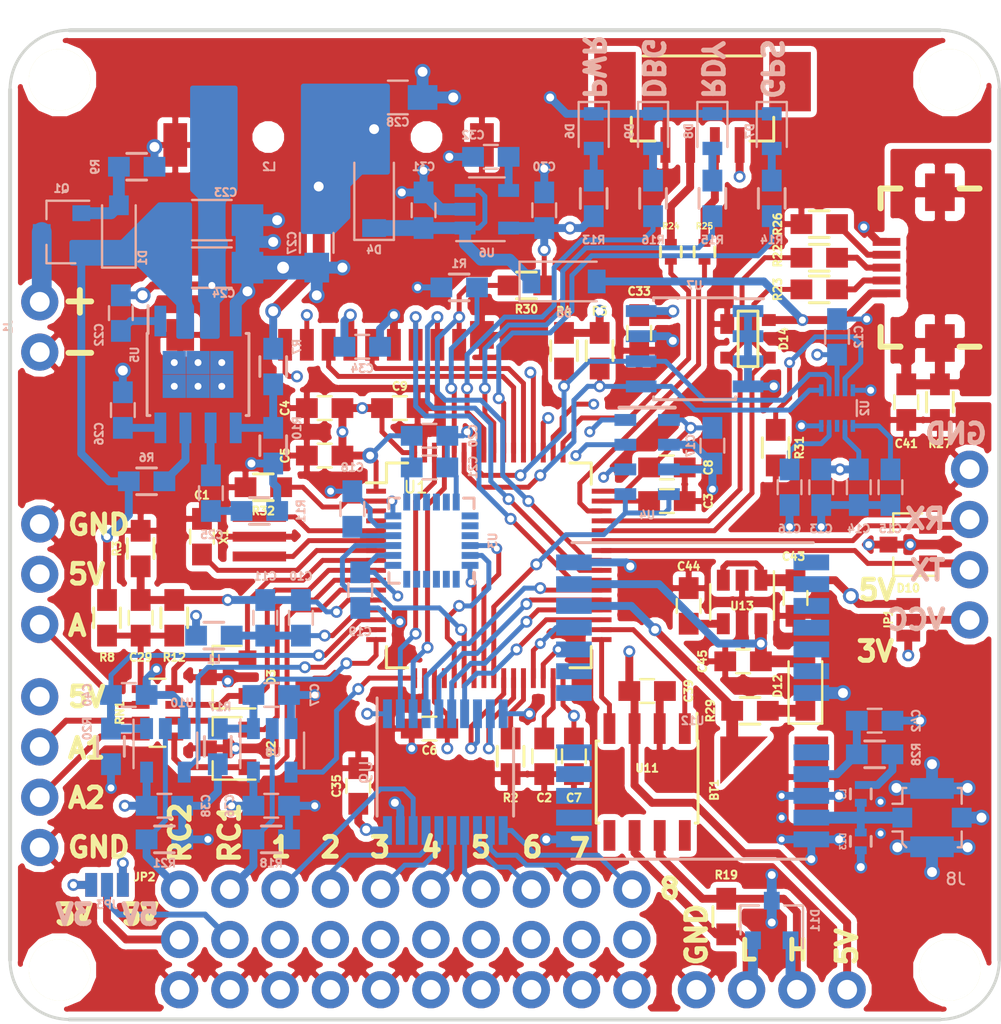
<source format=kicad_pcb>
(kicad_pcb (version 20171130) (host pcbnew "(5.0.0)")
  (layers (0 F.Cu signal) (1 In1.Cu power) (2 In2.Cu mixed) (31 B.Cu signal) (34 B.Paste user) (35 F.Paste user) (36 B.SilkS user) (37 F.SilkS user) (38 B.Mask user) (39 F.Mask user) (44 Edge.Cuts user))
  (net 0 "")
  (net 1 "Net-(C1-Pad1)")
  (net 2 GND)
  (net 3 "Net-(C2-Pad1)")
  (net 4 "Net-(C3-Pad1)")
  (net 5 +3V3)
  (net 6 +3.3VA)
  (net 7 GNDA)
  (net 8 "Net-(C15-Pad1)")
  (net 9 "Net-(C16-Pad1)")
  (net 10 "Net-(C18-Pad1)")
  (net 11 "Net-(C22-Pad1)")
  (net 12 +BATT)
  (net 13 "Net-(C25-Pad1)")
  (net 14 "Net-(C25-Pad2)")
  (net 15 "Net-(C26-Pad1)")
  (net 16 +5V)
  (net 17 "Net-(C29-Pad1)")
  (net 18 "Net-(C31-Pad1)")
  (net 19 "Net-(C32-Pad1)")
  (net 20 U2TX)
  (net 21 U4TX)
  (net 22 "Net-(D1-Pad2)")
  (net 23 ADC1_IN12)
  (net 24 ADC1_IN13)
  (net 25 ADC1_IN11)
  (net 26 ADC1_IN10)
  (net 27 VBUS)
  (net 28 "Net-(D6-Pad2)")
  (net 29 "Net-(D7-Pad2)")
  (net 30 "Net-(D8-Pad2)")
  (net 31 "Net-(D9-Pad2)")
  (net 32 U1RX)
  (net 33 U1TX)
  (net 34 CANL)
  (net 35 CANH)
  (net 36 U3TX)
  (net 37 U3RX)
  (net 38 ADC_IN2)
  (net 39 ADC_IN3)
  (net 40 USBDM)
  (net 41 USBDP)
  (net 42 "Net-(J1-Pad1)")
  (net 43 SDIO_D2)
  (net 44 SDIO_D3)
  (net 45 SDIO_CMD)
  (net 46 SDIO_CK)
  (net 47 SDIO_D0)
  (net 48 SDIO_D1)
  (net 49 SD_DECT)
  (net 50 "Net-(J3-Pad1)")
  (net 51 M8)
  (net 52 M7)
  (net 53 M6)
  (net 54 M5)
  (net 55 M4)
  (net 56 M3)
  (net 57 M2)
  (net 58 M1)
  (net 59 "Net-(J6-Pad1)")
  (net 60 "Net-(J6-Pad2)")
  (net 61 "Net-(J6-Pad3)")
  (net 62 "Net-(J6-Pad4)")
  (net 63 "Net-(J6-Pad5)")
  (net 64 "Net-(J6-Pad6)")
  (net 65 "Net-(J6-Pad7)")
  (net 66 "Net-(J6-Pad8)")
  (net 67 RC_IN1)
  (net 68 RC_IN2)
  (net 69 "Net-(J13-Pad2)")
  (net 70 "Net-(J13-Pad3)")
  (net 71 ADC_CURR)
  (net 72 "Net-(R1-Pad1)")
  (net 73 "Net-(R2-Pad1)")
  (net 74 I2C1_SCL)
  (net 75 I2C1_SDA)
  (net 76 "Net-(R6-Pad1)")
  (net 77 "Net-(R10-Pad2)")
  (net 78 GPS_LED)
  (net 79 RDY_LED)
  (net 80 DBG_LED)
  (net 81 "Net-(J12-Pad3)")
  (net 82 "Net-(J12-Pad2)")
  (net 83 SWDIO)
  (net 84 SWCLK)
  (net 85 "Net-(J12-Pad4)")
  (net 86 MAG_INT)
  (net 87 "Net-(U1-Pad3)")
  (net 88 "Net-(U1-Pad4)")
  (net 89 "Net-(U1-Pad5)")
  (net 90 "Net-(U1-Pad6)")
  (net 91 U4RX)
  (net 92 U2RX)
  (net 93 MPU_INT)
  (net 94 SPI1_SCK)
  (net 95 SPI1_MISO)
  (net 96 SPI1_MOSI)
  (net 97 MPU_CS)
  (net 98 BARO_CS)
  (net 99 T3C3)
  (net 100 T3C4)
  (net 101 CAN2_RX)
  (net 102 CAN2_TX)
  (net 103 T12C1)
  (net 104 T12C2)
  (net 105 T3C1)
  (net 106 T3C2)
  (net 107 "Net-(U2-Pad3)")
  (net 108 "Net-(U3-Pad1)")
  (net 109 "Net-(U3-Pad2)")
  (net 110 "Net-(U3-Pad3)")
  (net 111 "Net-(U3-Pad4)")
  (net 112 "Net-(U3-Pad5)")
  (net 113 "Net-(U3-Pad6)")
  (net 114 "Net-(U3-Pad7)")
  (net 115 "Net-(U3-Pad14)")
  (net 116 "Net-(U3-Pad15)")
  (net 117 "Net-(U3-Pad16)")
  (net 118 "Net-(U3-Pad17)")
  (net 119 "Net-(U3-Pad19)")
  (net 120 "Net-(U3-Pad20)")
  (net 121 "Net-(U3-Pad21)")
  (net 122 "Net-(U11-Pad5)")
  (net 123 "Net-(U11-Pad8)")
  (net 124 "Net-(J6-Pad9)")
  (net 125 "Net-(J6-Pad10)")
  (net 126 "Net-(BT1-Pad1)")
  (net 127 "Net-(C42-Pad1)")
  (net 128 "Net-(C44-Pad1)")
  (net 129 VDD_GPS)
  (net 130 "Net-(D12-Pad1)")
  (net 131 "Net-(D13-Pad1)")
  (net 132 "Net-(L3-Pad1)")
  (net 133 "Net-(U12-Pad1)")
  (net 134 "Net-(U12-Pad2)")
  (net 135 "Net-(U12-Pad3)")
  (net 136 "Net-(U12-Pad4)")
  (net 137 "Net-(U12-Pad5)")
  (net 138 "Net-(U12-Pad6)")
  (net 139 "Net-(U12-Pad8)")
  (net 140 "Net-(U12-Pad14)")
  (net 141 "Net-(U12-Pad15)")
  (net 142 "Net-(U12-Pad16)")
  (net 143 "Net-(U12-Pad17)")
  (net 144 "Net-(U12-Pad18)")
  (net 145 "Net-(U12-Pad19)")
  (net 146 "Net-(U1-Pad20)")
  (net 147 V_SW)
  (net 148 T4C3)
  (net 149 T4C4)
  (net 150 Earth)
  (module Package_QFP:LQFP-64_10x10mm_P0.5mm (layer F.Cu) (at 149.2 102.05)
    (fp_text reference U1 (at -3.7 -3.95) (layer F.SilkS) (effects (font (size 0.6 0.6) (thickness 0.1))))
    (fp_text value STM32F405RGTx hide)
    (pad 1 smd rect (at -5.7 -3.75) (size 1 0.25) (layers F.Cu F.Paste F.Mask) (net 5 +3V3))
    (pad 2 smd rect (at -5.7 -3.25) (size 1 0.25) (layers F.Cu F.Paste F.Mask) (net 93 MPU_INT))
    (pad 3 smd rect (at -5.7 -2.75) (size 1 0.25) (layers F.Cu F.Paste F.Mask) (net 87 "Net-(U1-Pad3)"))
    (pad 4 smd rect (at -5.7 -2.25) (size 1 0.25) (layers F.Cu F.Paste F.Mask) (net 88 "Net-(U1-Pad4)"))
    (pad 5 smd rect (at -5.7 -1.75) (size 1 0.25) (layers F.Cu F.Paste F.Mask) (net 89 "Net-(U1-Pad5)"))
    (pad 6 smd rect (at -5.7 -1.25) (size 1 0.25) (layers F.Cu F.Paste F.Mask) (net 90 "Net-(U1-Pad6)"))
    (pad 7 smd rect (at -5.7 -0.75) (size 1 0.25) (layers F.Cu F.Paste F.Mask) (net 1 "Net-(C1-Pad1)"))
    (pad 8 smd rect (at -5.7 -0.25) (size 1 0.25) (layers F.Cu F.Paste F.Mask) (net 26 ADC1_IN10))
    (pad 9 smd rect (at -5.7 0.25) (size 1 0.25) (layers F.Cu F.Paste F.Mask) (net 25 ADC1_IN11))
    (pad 10 smd rect (at -5.7 0.75) (size 1 0.25) (layers F.Cu F.Paste F.Mask) (net 23 ADC1_IN12))
    (pad 11 smd rect (at -5.7 1.25) (size 1 0.25) (layers F.Cu F.Paste F.Mask) (net 24 ADC1_IN13))
    (pad 12 smd rect (at -5.7 1.75) (size 1 0.25) (layers F.Cu F.Paste F.Mask) (net 7 GNDA))
    (pad 13 smd rect (at -5.7 2.25) (size 1 0.25) (layers F.Cu F.Paste F.Mask) (net 6 +3.3VA))
    (pad 14 smd rect (at -5.7 2.75) (size 1 0.25) (layers F.Cu F.Paste F.Mask) (net 21 U4TX))
    (pad 15 smd rect (at -5.7 3.25) (size 1 0.25) (layers F.Cu F.Paste F.Mask) (net 91 U4RX))
    (pad 16 smd rect (at -5.7 3.75) (size 1 0.25) (layers F.Cu F.Paste F.Mask) (net 20 U2TX))
    (pad 17 smd rect (at -3.75 5.7 90) (size 1 0.25) (layers F.Cu F.Paste F.Mask) (net 92 U2RX))
    (pad 18 smd rect (at -3.25 5.7 90) (size 1 0.25) (layers F.Cu F.Paste F.Mask) (net 2 GND))
    (pad 19 smd rect (at -2.75 5.7 90) (size 1 0.25) (layers F.Cu F.Paste F.Mask) (net 5 +3V3))
    (pad 20 smd rect (at -2.25 5.7 90) (size 1 0.25) (layers F.Cu F.Paste F.Mask) (net 146 "Net-(U1-Pad20)"))
    (pad 21 smd rect (at -1.75 5.7 90) (size 1 0.25) (layers F.Cu F.Paste F.Mask) (net 94 SPI1_SCK))
    (pad 22 smd rect (at -1.25 5.7 90) (size 1 0.25) (layers F.Cu F.Paste F.Mask) (net 95 SPI1_MISO))
    (pad 23 smd rect (at -0.75 5.7 90) (size 1 0.25) (layers F.Cu F.Paste F.Mask) (net 96 SPI1_MOSI))
    (pad 24 smd rect (at -0.25 5.7 90) (size 1 0.25) (layers F.Cu F.Paste F.Mask) (net 97 MPU_CS))
    (pad 25 smd rect (at 0.25 5.7 90) (size 1 0.25) (layers F.Cu F.Paste F.Mask) (net 98 BARO_CS))
    (pad 26 smd rect (at 0.75 5.7 90) (size 1 0.25) (layers F.Cu F.Paste F.Mask) (net 99 T3C3))
    (pad 27 smd rect (at 1.25 5.7 90) (size 1 0.25) (layers F.Cu F.Paste F.Mask) (net 100 T3C4))
    (pad 28 smd rect (at 1.75 5.7 90) (size 1 0.25) (layers F.Cu F.Paste F.Mask) (net 73 "Net-(R2-Pad1)"))
    (pad 29 smd rect (at 2.25 5.7 90) (size 1 0.25) (layers F.Cu F.Paste F.Mask) (net 36 U3TX))
    (pad 30 smd rect (at 2.75 5.7 90) (size 1 0.25) (layers F.Cu F.Paste F.Mask) (net 37 U3RX))
    (pad 31 smd rect (at 3.25 5.7 90) (size 1 0.25) (layers F.Cu F.Paste F.Mask) (net 3 "Net-(C2-Pad1)"))
    (pad 32 smd rect (at 3.75 5.7 90) (size 1 0.25) (layers F.Cu F.Paste F.Mask) (net 5 +3V3))
    (pad 33 smd rect (at 5.7 3.75) (size 1 0.25) (layers F.Cu F.Paste F.Mask) (net 101 CAN2_RX))
    (pad 34 smd rect (at 5.7 3.25) (size 1 0.25) (layers F.Cu F.Paste F.Mask) (net 102 CAN2_TX))
    (pad 35 smd rect (at 5.7 2.75) (size 1 0.25) (layers F.Cu F.Paste F.Mask) (net 103 T12C1))
    (pad 36 smd rect (at 5.7 2.25) (size 1 0.25) (layers F.Cu F.Paste F.Mask) (net 104 T12C2))
    (pad 37 smd rect (at 5.7 1.75) (size 1 0.25) (layers F.Cu F.Paste F.Mask) (net 105 T3C1))
    (pad 38 smd rect (at 5.7 1.25) (size 1 0.25) (layers F.Cu F.Paste F.Mask) (net 106 T3C2))
    (pad 39 smd rect (at 5.7 0.75) (size 1 0.25) (layers F.Cu F.Paste F.Mask) (net 47 SDIO_D0))
    (pad 40 smd rect (at 5.7 0.25) (size 1 0.25) (layers F.Cu F.Paste F.Mask) (net 48 SDIO_D1))
    (pad 41 smd rect (at 5.7 -0.25) (size 1 0.25) (layers F.Cu F.Paste F.Mask) (net 49 SD_DECT))
    (pad 42 smd rect (at 5.7 -0.75) (size 1 0.25) (layers F.Cu F.Paste F.Mask) (net 33 U1TX))
    (pad 43 smd rect (at 5.7 -1.25) (size 1 0.25) (layers F.Cu F.Paste F.Mask) (net 32 U1RX))
    (pad 44 smd rect (at 5.7 -1.75) (size 1 0.25) (layers F.Cu F.Paste F.Mask) (net 40 USBDM))
    (pad 45 smd rect (at 5.7 -2.25) (size 1 0.25) (layers F.Cu F.Paste F.Mask) (net 41 USBDP))
    (pad 46 smd rect (at 5.7 -2.75) (size 1 0.25) (layers F.Cu F.Paste F.Mask) (net 83 SWDIO))
    (pad 47 smd rect (at 5.7 -3.25) (size 1 0.25) (layers F.Cu F.Paste F.Mask) (net 4 "Net-(C3-Pad1)"))
    (pad 48 smd rect (at 5.7 -3.75) (size 1 0.25) (layers F.Cu F.Paste F.Mask) (net 5 +3V3))
    (pad 49 smd rect (at 3.75 -5.7 90) (size 1 0.25) (layers F.Cu F.Paste F.Mask) (net 84 SWCLK))
    (pad 50 smd rect (at 3.25 -5.7 90) (size 1 0.25) (layers F.Cu F.Paste F.Mask) (net 86 MAG_INT))
    (pad 51 smd rect (at 2.75 -5.7 90) (size 1 0.25) (layers F.Cu F.Paste F.Mask) (net 43 SDIO_D2))
    (pad 52 smd rect (at 2.25 -5.7 90) (size 1 0.25) (layers F.Cu F.Paste F.Mask) (net 44 SDIO_D3))
    (pad 53 smd rect (at 1.75 -5.7 90) (size 1 0.25) (layers F.Cu F.Paste F.Mask) (net 46 SDIO_CK))
    (pad 54 smd rect (at 1.25 -5.7 90) (size 1 0.25) (layers F.Cu F.Paste F.Mask) (net 45 SDIO_CMD))
    (pad 55 smd rect (at 0.75 -5.7 90) (size 1 0.25) (layers F.Cu F.Paste F.Mask) (net 78 GPS_LED))
    (pad 56 smd rect (at 0.25 -5.7 90) (size 1 0.25) (layers F.Cu F.Paste F.Mask) (net 79 RDY_LED))
    (pad 57 smd rect (at -0.25 -5.7 90) (size 1 0.25) (layers F.Cu F.Paste F.Mask) (net 80 DBG_LED))
    (pad 58 smd rect (at -0.75 -5.7 90) (size 1 0.25) (layers F.Cu F.Paste F.Mask) (net 74 I2C1_SCL))
    (pad 59 smd rect (at -1.25 -5.7 90) (size 1 0.25) (layers F.Cu F.Paste F.Mask) (net 75 I2C1_SDA))
    (pad 60 smd rect (at -1.75 -5.7 90) (size 1 0.25) (layers F.Cu F.Paste F.Mask) (net 72 "Net-(R1-Pad1)"))
    (pad 61 smd rect (at -2.25 -5.7 90) (size 1 0.25) (layers F.Cu F.Paste F.Mask) (net 148 T4C3))
    (pad 62 smd rect (at -2.75 -5.7 90) (size 1 0.25) (layers F.Cu F.Paste F.Mask) (net 149 T4C4))
    (pad 63 smd rect (at -3.25 -5.7 90) (size 1 0.25) (layers F.Cu F.Paste F.Mask) (net 2 GND))
    (pad 64 smd rect (at -3.75 -5.7 90) (size 1 0.25) (layers F.Cu F.Paste F.Mask) (net 5 +3V3))
  )
  (module LCC:UBX-LCC24 (layer B.Cu) (at 159.5 108.5)
    (fp_text reference U12 (at 0 1.4) (layer B.SilkS) (effects (font (size 0.4 0.4) (thickness 0.1)) (justify mirror)))
    (fp_text value NEO-M8)
    (pad 1 smd rect (at 6 -6.6) (size 1.8 0.8) (layers B.Cu B.Paste B.Mask) (net 133 "Net-(U12-Pad1)"))
    (pad 2 smd rect (at 6 -5.5) (size 1.8 0.8) (layers B.Cu B.Paste B.Mask) (net 134 "Net-(U12-Pad2)"))
    (pad 3 smd rect (at 6 -4.4) (size 1.8 0.8) (layers B.Cu B.Paste B.Mask) (net 135 "Net-(U12-Pad3)"))
    (pad 4 smd rect (at 6 -3.3) (size 1.8 0.8) (layers B.Cu B.Paste B.Mask) (net 136 "Net-(U12-Pad4)"))
    (pad 5 smd rect (at 6 -2.2) (size 1.8 0.8) (layers B.Cu B.Paste B.Mask) (net 137 "Net-(U12-Pad5)"))
    (pad 6 smd rect (at 6 -1.1) (size 1.8 0.8) (layers B.Cu B.Paste B.Mask) (net 138 "Net-(U12-Pad6)"))
    (pad 7 smd rect (at 6 0) (size 1.8 0.8) (layers B.Cu B.Paste B.Mask) (net 2 GND))
    (pad 8 smd rect (at 6 3) (size 1.8 0.8) (layers B.Cu B.Paste B.Mask) (net 139 "Net-(U12-Pad8)"))
    (pad 9 smd rect (at 6 4.1) (size 1.8 0.8) (layers B.Cu B.Paste B.Mask) (net 127 "Net-(C42-Pad1)"))
    (pad 10 smd rect (at 6 5.2) (size 1.8 0.8) (layers B.Cu B.Paste B.Mask) (net 2 GND))
    (pad 11 smd rect (at 6 6.3) (size 1.8 0.8) (layers B.Cu B.Paste B.Mask) (net 131 "Net-(D13-Pad1)"))
    (pad 12 smd rect (at 6 7.4) (size 1.8 0.8) (layers B.Cu B.Paste B.Mask) (net 2 GND))
    (pad 13 smd rect (at -6 7.4) (size 1.8 0.8) (layers B.Cu B.Paste B.Mask) (net 2 GND))
    (pad 14 smd rect (at -6 6.3) (size 1.8 0.8) (layers B.Cu B.Paste B.Mask) (net 140 "Net-(U12-Pad14)"))
    (pad 15 smd rect (at -6 5.2) (size 1.8 0.8) (layers B.Cu B.Paste B.Mask) (net 141 "Net-(U12-Pad15)"))
    (pad 16 smd rect (at -6 4.1) (size 1.8 0.8) (layers B.Cu B.Paste B.Mask) (net 142 "Net-(U12-Pad16)"))
    (pad 17 smd rect (at -6 3) (size 1.8 0.8) (layers B.Cu B.Paste B.Mask) (net 143 "Net-(U12-Pad17)"))
    (pad 18 smd rect (at -6 0) (size 1.8 0.8) (layers B.Cu B.Paste B.Mask) (net 144 "Net-(U12-Pad18)"))
    (pad 19 smd rect (at -6 -1.1) (size 1.8 0.8) (layers B.Cu B.Paste B.Mask) (net 145 "Net-(U12-Pad19)"))
    (pad 20 smd rect (at -6 -2.2) (size 1.8 0.8) (layers B.Cu B.Paste B.Mask) (net 37 U3RX))
    (pad 21 smd rect (at -6 -3.3) (size 1.8 0.8) (layers B.Cu B.Paste B.Mask) (net 36 U3TX))
    (pad 22 smd rect (at -6 -4.4) (size 1.8 0.8) (layers B.Cu B.Paste B.Mask) (net 126 "Net-(BT1-Pad1)"))
    (pad 23 smd rect (at -6 -5.5) (size 1.8 0.8) (layers B.Cu B.Paste B.Mask) (net 129 VDD_GPS))
    (pad 24 smd rect (at -6 -6.6) (size 1.8 0.8) (layers B.Cu B.Paste B.Mask) (net 2 GND))
  )
  (module STD_SMD:C_0603_HandSoldering (layer F.Cu) (at 134.7 100.6 90)
    (fp_text reference C1 (at 2.1 0 180) (layer F.SilkS) (effects (font (size 0.4 0.4) (thickness 0.1))))
    (fp_text value 100nF)
    (pad 1 smd rect (at -0.9 0 90) (size 1.1 1) (layers F.Cu F.Paste F.Mask) (net 1 "Net-(C1-Pad1)"))
    (pad 2 smd rect (at 0.9 0 90) (size 1.1 1) (layers F.Cu F.Paste F.Mask) (net 2 GND))
  )
  (module STD_SMD:C_0603_HandSoldering (layer F.Cu) (at 152 111.7 270)
    (fp_text reference C2 (at 2.1 0) (layer F.SilkS) (effects (font (size 0.4 0.4) (thickness 0.1))))
    (fp_text value 2.2uf)
    (pad 2 smd rect (at 0.9 0 270) (size 1.1 1) (layers F.Cu F.Paste F.Mask) (net 2 GND))
    (pad 1 smd rect (at -0.9 0 270) (size 1.1 1) (layers F.Cu F.Paste F.Mask) (net 3 "Net-(C2-Pad1)"))
  )
  (module STD_SMD:C_0603_HandSoldering (layer F.Cu) (at 158.2 98.8)
    (fp_text reference C3 (at 2.1 0 90) (layer F.SilkS) (effects (font (size 0.4 0.4) (thickness 0.1))))
    (fp_text value 2.2uF)
    (pad 2 smd rect (at 0.9 0) (size 1.1 1) (layers F.Cu F.Paste F.Mask) (net 2 GND))
    (pad 1 smd rect (at -0.9 0) (size 1.1 1) (layers F.Cu F.Paste F.Mask) (net 4 "Net-(C3-Pad1)"))
  )
  (module STD_SMD:C_0603_HandSoldering (layer F.Cu) (at 140.9 94.1 180)
    (fp_text reference C4 (at 2 0 270) (layer F.SilkS) (effects (font (size 0.4 0.4) (thickness 0.1))))
    (fp_text value 10uF)
    (pad 2 smd rect (at 0.9 0 180) (size 1.1 1) (layers F.Cu F.Paste F.Mask) (net 2 GND))
    (pad 1 smd rect (at -0.9 0 180) (size 1.1 1) (layers F.Cu F.Paste F.Mask) (net 5 +3V3))
  )
  (module STD_SMD:C_0603_HandSoldering (layer F.Cu) (at 140.9 96.5 180)
    (fp_text reference C5 (at 2 0 270) (layer F.SilkS) (effects (font (size 0.4 0.4) (thickness 0.1))))
    (fp_text value 100nF)
    (pad 1 smd rect (at -0.9 0 180) (size 1.1 1) (layers F.Cu F.Paste F.Mask) (net 5 +3V3))
    (pad 2 smd rect (at 0.9 0 180) (size 1.1 1) (layers F.Cu F.Paste F.Mask) (net 2 GND))
  )
  (module STD_SMD:C_0603_HandSoldering (layer F.Cu) (at 146.2 110.3 180)
    (fp_text reference C6 (at 0 -1.1 180) (layer F.SilkS) (effects (font (size 0.4 0.4) (thickness 0.1))))
    (fp_text value 100nF)
    (pad 2 smd rect (at 0.9 0 180) (size 1.1 1) (layers F.Cu F.Paste F.Mask) (net 2 GND))
    (pad 1 smd rect (at -0.9 0 180) (size 1.1 1) (layers F.Cu F.Paste F.Mask) (net 5 +3V3))
  )
  (module STD_SMD:C_0603_HandSoldering (layer F.Cu) (at 153.5 111.7 270)
    (fp_text reference C7 (at 2.1 0) (layer F.SilkS) (effects (font (size 0.4 0.4) (thickness 0.1))))
    (fp_text value 100nF)
    (pad 1 smd rect (at -0.9 0 270) (size 1.1 1) (layers F.Cu F.Paste F.Mask) (net 5 +3V3))
    (pad 2 smd rect (at 0.9 0 270) (size 1.1 1) (layers F.Cu F.Paste F.Mask) (net 2 GND))
  )
  (module STD_SMD:C_0603_HandSoldering (layer F.Cu) (at 158.2 97.1)
    (fp_text reference C8 (at 2.1 0 90) (layer F.SilkS) (effects (font (size 0.4 0.4) (thickness 0.1))))
    (fp_text value 100nF)
    (pad 2 smd rect (at 0.9 0) (size 1.1 1) (layers F.Cu F.Paste F.Mask) (net 2 GND))
    (pad 1 smd rect (at -0.9 0) (size 1.1 1) (layers F.Cu F.Paste F.Mask) (net 5 +3V3))
  )
  (module STD_SMD:C_0603_HandSoldering (layer F.Cu) (at 144.7 94.1)
    (fp_text reference C9 (at 0 -1.1) (layer F.SilkS) (effects (font (size 0.4 0.4) (thickness 0.1))))
    (fp_text value 100nF)
    (pad 2 smd rect (at 0.9 0) (size 1.1 1) (layers F.Cu F.Paste F.Mask) (net 2 GND))
    (pad 1 smd rect (at -0.9 0) (size 1.1 1) (layers F.Cu F.Paste F.Mask) (net 5 +3V3))
  )
  (module STD_SMD:C_0603_HandSoldering (layer B.Cu) (at 139.7 104.7 90)
    (fp_text reference C10 (at 2.1 0 180) (layer B.SilkS) (effects (font (size 0.4 0.4) (thickness 0.1)) (justify mirror)))
    (fp_text value 1uF)
    (pad 1 smd rect (at -0.9 0 90) (size 1.1 1) (layers B.Cu B.Paste B.Mask) (net 6 +3.3VA))
    (pad 2 smd rect (at 0.9 0 90) (size 1.1 1) (layers B.Cu B.Paste B.Mask) (net 7 GNDA))
  )
  (module STD_SMD:C_0603_HandSoldering (layer B.Cu) (at 137.9 104.7 90)
    (fp_text reference C11 (at 2.1 0 180) (layer B.SilkS) (effects (font (size 0.4 0.4) (thickness 0.1)) (justify mirror)))
    (fp_text value 100nF)
    (pad 1 smd rect (at -0.9 0 90) (size 1.1 1) (layers B.Cu B.Paste B.Mask) (net 6 +3.3VA))
    (pad 2 smd rect (at 0.9 0 90) (size 1.1 1) (layers B.Cu B.Paste B.Mask) (net 7 GNDA))
  )
  (module STD_SMD:C_0603_HandSoldering (layer B.Cu) (at 166.8 90.5 90)
    (fp_text reference C12 (at 0 1.1 90) (layer B.SilkS) (effects (font (size 0.4 0.4) (thickness 0.1)) (justify mirror)))
    (fp_text value 100nF)
    (pad 1 smd rect (at -0.9 0 90) (size 1.1 1) (layers B.Cu B.Paste B.Mask) (net 5 +3V3))
    (pad 2 smd rect (at 0.9 0 90) (size 1.1 1) (layers B.Cu B.Paste B.Mask) (net 2 GND))
  )
  (module STD_SMD:C_0603_HandSoldering (layer B.Cu) (at 166 98.1 270)
    (fp_text reference C13 (at 2.1 0) (layer B.SilkS) (effects (font (size 0.4 0.4) (thickness 0.1)) (justify mirror)))
    (fp_text value 1uF)
    (pad 2 smd rect (at 0.9 0 270) (size 1.1 1) (layers B.Cu B.Paste B.Mask) (net 2 GND))
    (pad 1 smd rect (at -0.9 0 270) (size 1.1 1) (layers B.Cu B.Paste B.Mask) (net 5 +3V3))
  )
  (module STD_SMD:C_0603_HandSoldering (layer B.Cu) (at 167.9 98.1 270)
    (fp_text reference C14 (at 2.1 0) (layer B.SilkS) (effects (font (size 0.4 0.4) (thickness 0.1)) (justify mirror)))
    (fp_text value 100nF)
    (pad 2 smd rect (at 0.9 0 270) (size 1.1 1) (layers B.Cu B.Paste B.Mask) (net 2 GND))
    (pad 1 smd rect (at -0.9 0 270) (size 1.1 1) (layers B.Cu B.Paste B.Mask) (net 5 +3V3))
  )
  (module STD_SMD:C_0603_HandSoldering (layer B.Cu) (at 169.5 98.1 270)
    (fp_text reference C15 (at 2.1 0) (layer B.SilkS) (effects (font (size 0.4 0.4) (thickness 0.1)) (justify mirror)))
    (fp_text value 100nF)
    (pad 1 smd rect (at -0.9 0 270) (size 1.1 1) (layers B.Cu B.Paste B.Mask) (net 8 "Net-(C15-Pad1)"))
    (pad 2 smd rect (at 0.9 0 270) (size 1.1 1) (layers B.Cu B.Paste B.Mask) (net 2 GND))
  )
  (module STD_SMD:C_0603_HandSoldering (layer B.Cu) (at 164.4 98.1 270)
    (fp_text reference C16 (at 2.1 0) (layer B.SilkS) (effects (font (size 0.4 0.4) (thickness 0.1)) (justify mirror)))
    (fp_text value 100nF)
    (pad 1 smd rect (at -0.9 0 270) (size 1.1 1) (layers B.Cu B.Paste B.Mask) (net 9 "Net-(C16-Pad1)"))
    (pad 2 smd rect (at 0.9 0 270) (size 1.1 1) (layers B.Cu B.Paste B.Mask) (net 2 GND))
  )
  (module STD_SMD:C_0603_HandSoldering (layer B.Cu) (at 160.5 96 270)
    (fp_text reference C17 (at 0 1.1 270) (layer B.SilkS) (effects (font (size 0.4 0.4) (thickness 0.1)) (justify mirror)))
    (fp_text value 100nF)
    (pad 2 smd rect (at 0.9 0 270) (size 1.1 1) (layers B.Cu B.Paste B.Mask) (net 2 GND))
    (pad 1 smd rect (at -0.9 0 270) (size 1.1 1) (layers B.Cu B.Paste B.Mask) (net 5 +3V3))
  )
  (module STD_SMD:C_0603_HandSoldering (layer B.Cu) (at 142.3 99.2 90)
    (fp_text reference C18 (at 2.1 0 180) (layer B.SilkS) (effects (font (size 0.4 0.4) (thickness 0.1)) (justify mirror)))
    (fp_text value 470nF)
    (pad 1 smd rect (at -0.9 0 90) (size 1.1 1) (layers B.Cu B.Paste B.Mask) (net 10 "Net-(C18-Pad1)"))
    (pad 2 smd rect (at 0.9 0 90) (size 1.1 1) (layers B.Cu B.Paste B.Mask) (net 2 GND))
  )
  (module STD_SMD:C_0603_HandSoldering (layer B.Cu) (at 142.7 103.3 270)
    (fp_text reference C19 (at 2.1 0) (layer B.SilkS) (effects (font (size 0.4 0.4) (thickness 0.1)) (justify mirror)))
    (fp_text value 10nF)
    (pad 2 smd rect (at 0.9 0 270) (size 1.1 1) (layers B.Cu B.Paste B.Mask) (net 2 GND))
    (pad 1 smd rect (at -0.9 0 270) (size 1.1 1) (layers B.Cu B.Paste B.Mask) (net 5 +3V3))
  )
  (module STD_SMD:C_0603_HandSoldering (layer B.Cu) (at 146.2 95.5)
    (fp_text reference C20 (at 2.2 0 90) (layer B.SilkS) (effects (font (size 0.4 0.4) (thickness 0.1)) (justify mirror)))
    (fp_text value 2.2uF)
    (pad 1 smd rect (at -0.9 0) (size 1.1 1) (layers B.Cu B.Paste B.Mask) (net 5 +3V3))
    (pad 2 smd rect (at 0.9 0) (size 1.1 1) (layers B.Cu B.Paste B.Mask) (net 2 GND))
  )
  (module STD_SMD:C_0603_HandSoldering (layer B.Cu) (at 146.2 97.1)
    (fp_text reference C21 (at 2.2 0 90) (layer B.SilkS) (effects (font (size 0.4 0.4) (thickness 0.1)) (justify mirror)))
    (fp_text value 100nF)
    (pad 2 smd rect (at 0.9 0) (size 1.1 1) (layers B.Cu B.Paste B.Mask) (net 2 GND))
    (pad 1 smd rect (at -0.9 0) (size 1.1 1) (layers B.Cu B.Paste B.Mask) (net 5 +3V3))
  )
  (module STD_SMD:C_0603_HandSoldering (layer B.Cu) (at 130.6 89.3 90)
    (fp_text reference C22 (at -1.1 -1.1 90) (layer B.SilkS) (effects (font (size 0.4 0.4) (thickness 0.1)) (justify mirror)))
    (fp_text value 10nF)
    (pad 1 smd rect (at -0.9 0 90) (size 1.1 1) (layers B.Cu B.Paste B.Mask) (net 11 "Net-(C22-Pad1)"))
    (pad 2 smd rect (at 0.9 0 90) (size 1.1 1) (layers B.Cu B.Paste B.Mask) (net 147 V_SW))
  )
  (module STD_SMD:C_1206_HandSoldering (layer B.Cu) (at 135.2 84.6)
    (fp_text reference C23 (at 0.7 -1.4) (layer B.SilkS) (effects (font (size 0.4 0.4) (thickness 0.1)) (justify mirror)))
    (fp_text value 10uF)
    (pad 1 smd rect (at -1.8 0) (size 1.6 1.6) (layers B.Cu B.Paste B.Mask) (net 12 +BATT))
    (pad 2 smd rect (at 1.8 0) (size 1.6 1.6) (layers B.Cu B.Paste B.Mask) (net 2 GND))
  )
  (module STD_SMD:C_1206_HandSoldering (layer B.Cu) (at 135.2 87)
    (fp_text reference C24 (at 0.6 1.3) (layer B.SilkS) (effects (font (size 0.4 0.4) (thickness 0.1)) (justify mirror)))
    (fp_text value 10uF)
    (pad 2 smd rect (at 1.8 0) (size 1.6 1.6) (layers B.Cu B.Paste B.Mask) (net 2 GND))
    (pad 1 smd rect (at -1.8 0) (size 1.6 1.6) (layers B.Cu B.Paste B.Mask) (net 12 +BATT))
  )
  (module STD_SMD:C_0603_HandSoldering (layer B.Cu) (at 135.15 98.4 270)
    (fp_text reference C25 (at 2.1 -0.05) (layer B.SilkS) (effects (font (size 0.4 0.4) (thickness 0.1)) (justify mirror)))
    (fp_text value 3.3nF)
    (pad 1 smd rect (at -0.9 0 270) (size 1.1 1) (layers B.Cu B.Paste B.Mask) (net 13 "Net-(C25-Pad1)"))
    (pad 2 smd rect (at 0.9 0 270) (size 1.1 1) (layers B.Cu B.Paste B.Mask) (net 14 "Net-(C25-Pad2)"))
  )
  (module STD_SMD:C_0603_HandSoldering (layer B.Cu) (at 130.7 94.2 90)
    (fp_text reference C26 (at -1.2 -1.2 90) (layer B.SilkS) (effects (font (size 0.4 0.4) (thickness 0.1)) (justify mirror)))
    (fp_text value 100nF)
    (pad 2 smd rect (at 0.9 0 90) (size 1.1 1) (layers B.Cu B.Paste B.Mask) (net 2 GND))
    (pad 1 smd rect (at -0.9 0 90) (size 1.1 1) (layers B.Cu B.Paste B.Mask) (net 15 "Net-(C26-Pad1)"))
  )
  (module STD_SMD:C_0805_HandSoldering (layer B.Cu) (at 140.5 85.75 270)
    (fp_text reference C27 (at 0 1.25 270) (layer B.SilkS) (effects (font (size 0.4 0.4) (thickness 0.1)) (justify mirror)))
    (fp_text value 22uF)
    (pad 1 smd rect (at -1.25 0 270) (size 1.5 1.25) (layers B.Cu B.Paste B.Mask) (net 16 +5V))
    (pad 2 smd rect (at 1.25 0 270) (size 1.5 1.25) (layers B.Cu B.Paste B.Mask) (net 2 GND))
  )
  (module STD_SMD:C_0805_HandSoldering (layer B.Cu) (at 144.6 78.4)
    (fp_text reference C28 (at 0 1.25) (layer B.SilkS) (effects (font (size 0.4 0.4) (thickness 0.1)) (justify mirror)))
    (fp_text value 22uF)
    (pad 2 smd rect (at 1.25 0) (size 1.5 1.25) (layers B.Cu B.Paste B.Mask) (net 2 GND))
    (pad 1 smd rect (at -1.25 0) (size 1.5 1.25) (layers B.Cu B.Paste B.Mask) (net 16 +5V))
  )
  (module STD_SMD:C_0603_HandSoldering (layer F.Cu) (at 131.6 104.7 90)
    (fp_text reference C29 (at -2 0 180) (layer F.SilkS) (effects (font (size 0.4 0.4) (thickness 0.1))))
    (fp_text value 100nF)
    (pad 2 smd rect (at 0.9 0 90) (size 1.1 1) (layers F.Cu F.Paste F.Mask) (net 7 GNDA))
    (pad 1 smd rect (at -0.9 0 90) (size 1.1 1) (layers F.Cu F.Paste F.Mask) (net 17 "Net-(C29-Pad1)"))
  )
  (module STD_SMD:C_0603_HandSoldering (layer B.Cu) (at 152 84.1 90)
    (fp_text reference C30 (at 2.2 0 180) (layer B.SilkS) (effects (font (size 0.4 0.4) (thickness 0.1)) (justify mirror)))
    (fp_text value 2.2uF)
    (pad 1 smd rect (at -0.9 0 90) (size 1.1 1) (layers B.Cu B.Paste B.Mask) (net 5 +3V3))
    (pad 2 smd rect (at 0.9 0 90) (size 1.1 1) (layers B.Cu B.Paste B.Mask) (net 2 GND))
  )
  (module STD_SMD:C_0603_HandSoldering (layer B.Cu) (at 145.9 84.1 90)
    (fp_text reference C31 (at 2.2 0 180) (layer B.SilkS) (effects (font (size 0.4 0.4) (thickness 0.1)) (justify mirror)))
    (fp_text value 4.7uF)
    (pad 2 smd rect (at 0.9 0 90) (size 1.1 1) (layers B.Cu B.Paste B.Mask) (net 2 GND))
    (pad 1 smd rect (at -0.9 0 90) (size 1.1 1) (layers B.Cu B.Paste B.Mask) (net 18 "Net-(C31-Pad1)"))
  )
  (module STD_SMD:C_0603_HandSoldering (layer B.Cu) (at 149.3 81.4 180)
    (fp_text reference C32 (at 0.9 1.1 180) (layer B.SilkS) (effects (font (size 0.4 0.4) (thickness 0.1)) (justify mirror)))
    (fp_text value 10nF)
    (pad 1 smd rect (at -0.9 0 180) (size 1.1 1) (layers B.Cu B.Paste B.Mask) (net 19 "Net-(C32-Pad1)"))
    (pad 2 smd rect (at 0.9 0 180) (size 1.1 1) (layers B.Cu B.Paste B.Mask) (net 2 GND))
  )
  (module STD_SMD:C_0603_HandSoldering (layer F.Cu) (at 156.8 90.3 270)
    (fp_text reference C33 (at -2.1 0) (layer F.SilkS) (effects (font (size 0.4 0.4) (thickness 0.1))))
    (fp_text value 100nF)
    (pad 1 smd rect (at -0.9 0 270) (size 1.1 1) (layers F.Cu F.Paste F.Mask) (net 5 +3V3))
    (pad 2 smd rect (at 0.9 0 270) (size 1.1 1) (layers F.Cu F.Paste F.Mask) (net 2 GND))
  )
  (module STD_SMD:C_0603_HandSoldering (layer B.Cu) (at 142.8 91)
    (fp_text reference C34 (at 0 1.1) (layer B.SilkS) (effects (font (size 0.4 0.4) (thickness 0.1)) (justify mirror)))
    (fp_text value 100nF)
    (pad 2 smd rect (at 0.9 0) (size 1.1 1) (layers B.Cu B.Paste B.Mask) (net 2 GND))
    (pad 1 smd rect (at -0.9 0) (size 1.1 1) (layers B.Cu B.Paste B.Mask) (net 5 +3V3))
  )
  (module STD_SMD:C_0603_HandSoldering (layer F.Cu) (at 142.6 113.2 90)
    (fp_text reference C35 (at 0 -1.1 90) (layer F.SilkS) (effects (font (size 0.4 0.4) (thickness 0.1))))
    (fp_text value 100nF)
    (pad 1 smd rect (at -0.9 0 90) (size 1.1 1) (layers F.Cu F.Paste F.Mask) (net 5 +3V3))
    (pad 2 smd rect (at 0.9 0 90) (size 1.1 1) (layers F.Cu F.Paste F.Mask) (net 2 GND))
  )
  (module STD_SMD:C_0603_HandSoldering (layer B.Cu) (at 138.2 114.2)
    (fp_text reference C36 (at -2.1 0 90) (layer B.SilkS) (effects (font (size 0.4 0.4) (thickness 0.1)) (justify mirror)))
    (fp_text value 100nF)
    (pad 2 smd rect (at 0.9 0) (size 1.1 1) (layers B.Cu B.Paste B.Mask) (net 2 GND))
    (pad 1 smd rect (at -0.9 0) (size 1.1 1) (layers B.Cu B.Paste B.Mask) (net 5 +3V3))
  )
  (module STD_SMD:C_0603_HandSoldering (layer B.Cu) (at 138.2 108.6)
    (fp_text reference C37 (at 2.2 0 90) (layer B.SilkS) (effects (font (size 0.4 0.4) (thickness 0.1)) (justify mirror)))
    (fp_text value 10nF)
    (pad 2 smd rect (at 0.9 0) (size 1.1 1) (layers B.Cu B.Paste B.Mask) (net 2 GND))
    (pad 1 smd rect (at -0.9 0) (size 1.1 1) (layers B.Cu B.Paste B.Mask) (net 20 U2TX))
  )
  (module STD_SMD:C_0603_HandSoldering (layer B.Cu) (at 132.8 114.2)
    (fp_text reference C38 (at 2.1 0 90) (layer B.SilkS) (effects (font (size 0.4 0.4) (thickness 0.1)) (justify mirror)))
    (fp_text value 100nF)
    (pad 1 smd rect (at -0.9 0) (size 1.1 1) (layers B.Cu B.Paste B.Mask) (net 5 +3V3))
    (pad 2 smd rect (at 0.9 0) (size 1.1 1) (layers B.Cu B.Paste B.Mask) (net 2 GND))
  )
  (module STD_SMD:C_0603_HandSoldering (layer F.Cu) (at 157.2 108.4)
    (fp_text reference C39 (at 2.1 0 90) (layer F.SilkS) (effects (font (size 0.4 0.4) (thickness 0.1))))
    (fp_text value 100nF)
    (pad 1 smd rect (at -0.9 0) (size 1.1 1) (layers F.Cu F.Paste F.Mask) (net 16 +5V))
    (pad 2 smd rect (at 0.9 0) (size 1.1 1) (layers F.Cu F.Paste F.Mask) (net 2 GND))
  )
  (module STD_SMD:C_0603_HandSoldering (layer B.Cu) (at 131 108.6)
    (fp_text reference C40 (at -2.1 0 90) (layer B.SilkS) (effects (font (size 0.4 0.4) (thickness 0.1)) (justify mirror)))
    (fp_text value 10nF)
    (pad 2 smd rect (at 0.9 0) (size 1.1 1) (layers B.Cu B.Paste B.Mask) (net 2 GND))
    (pad 1 smd rect (at -0.9 0) (size 1.1 1) (layers B.Cu B.Paste B.Mask) (net 21 U4TX))
  )
  (module STD_SMD:C_0603_HandSoldering (layer F.Cu) (at 170.3 93.8 270)
    (fp_text reference C41 (at 2.1 0) (layer F.SilkS) (effects (font (size 0.4 0.4) (thickness 0.1))))
    (fp_text value 100nF)
    (pad 1 smd rect (at -0.9 0 270) (size 1.1 1) (layers F.Cu F.Paste F.Mask) (net 150 Earth))
    (pad 2 smd rect (at 0.9 0 270) (size 1.1 1) (layers F.Cu F.Paste F.Mask) (net 2 GND))
  )
  (module STD_SMD:D_SOD-323_HandSoldering (layer B.Cu) (at 130.5 85.1 90)
    (fp_text reference D1 (at -1.4 1.2 270) (layer B.SilkS) (effects (font (size 0.4 0.4) (thickness 0.1)) (justify mirror)))
    (fp_text value BAT20J)
    (pad 1 smd rect (at -1.25 0 90) (size 1 1) (layers B.Cu B.Paste B.Mask) (net 12 +BATT))
    (pad 2 smd rect (at 1.25 0 90) (size 1 1) (layers B.Cu B.Paste B.Mask) (net 22 "Net-(D1-Pad2)"))
  )
  (module STD_SMD:SOT-23 (layer F.Cu) (at 136 111.3 180)
    (fp_text reference D2 (at -2.2 0 270) (layer F.SilkS) (effects (font (size 0.4 0.4) (thickness 0.1))))
    (fp_text value PESD3V3)
    (pad 3 smd rect (at 1 0 180) (size 0.9 0.8) (layers F.Cu F.Paste F.Mask) (net 2 GND))
    (pad 2 smd rect (at -1 0.95 180) (size 0.9 0.8) (layers F.Cu F.Paste F.Mask) (net 23 ADC1_IN12))
    (pad 1 smd rect (at -1 -0.95 180) (size 0.9 0.8) (layers F.Cu F.Paste F.Mask) (net 24 ADC1_IN13))
  )
  (module STD_SMD:SOT-23 (layer F.Cu) (at 136 107.7 180)
    (fp_text reference D3 (at -2.2 0 270) (layer F.SilkS) (effects (font (size 0.4 0.4) (thickness 0.1))))
    (fp_text value PESD3V3)
    (pad 1 smd rect (at -1 -0.95 180) (size 0.9 0.8) (layers F.Cu F.Paste F.Mask) (net 25 ADC1_IN11))
    (pad 2 smd rect (at -1 0.95 180) (size 0.9 0.8) (layers F.Cu F.Paste F.Mask) (net 26 ADC1_IN10))
    (pad 3 smd rect (at 1 0 180) (size 0.9 0.8) (layers F.Cu F.Paste F.Mask) (net 2 GND))
  )
  (module STD_SMD:D_SOD-123 (layer B.Cu) (at 143.4 83.35 90)
    (fp_text reference D4 (at -2.75 0 180) (layer B.SilkS) (effects (font (size 0.4 0.4) (thickness 0.1)) (justify mirror)))
    (fp_text value 1A)
    (pad 1 smd rect (at -1.65 0 90) (size 0.9 1.2) (layers B.Cu B.Paste B.Mask) (net 18 "Net-(C31-Pad1)"))
    (pad 2 smd rect (at 1.65 0 90) (size 0.9 1.2) (layers B.Cu B.Paste B.Mask) (net 16 +5V))
  )
  (module STD_SMD:D_SOD-123 (layer B.Cu) (at 153 87.7)
    (fp_text reference D5 (at 0 1.6) (layer B.SilkS) (effects (font (size 0.4 0.4) (thickness 0.1)) (justify mirror)))
    (fp_text value 1A)
    (pad 2 smd rect (at 1.65 0) (size 0.9 1.2) (layers B.Cu B.Paste B.Mask) (net 27 VBUS))
    (pad 1 smd rect (at -1.65 0) (size 0.9 1.2) (layers B.Cu B.Paste B.Mask) (net 18 "Net-(C31-Pad1)"))
  )
  (module LED_SMD:LED_0603_1608Metric_Pad0.67x1.00mm_HandSolder (layer B.Cu) (at 154.5 80.1 270)
    (fp_text reference D6 (at 0 1.2 270) (layer B.SilkS) (effects (font (size 0.4 0.4) (thickness 0.1)) (justify mirror)))
    (fp_text value RED)
    (pad 1 smd rect (at -0.875 0 270) (size 0.67 1) (layers B.Cu B.Paste B.Mask) (net 2 GND))
    (pad 2 smd rect (at 0.875 0 270) (size 0.67 1) (layers B.Cu B.Paste B.Mask) (net 28 "Net-(D6-Pad2)"))
  )
  (module LED_SMD:LED_0603_1608Metric_Pad0.67x1.00mm_HandSolder (layer B.Cu) (at 163.5 80.1 270)
    (fp_text reference D7 (at 0 1.1 270) (layer B.SilkS) (effects (font (size 0.4 0.4) (thickness 0.1)) (justify mirror)))
    (fp_text value BLUE)
    (pad 2 smd rect (at 0.875 0 270) (size 0.67 1) (layers B.Cu B.Paste B.Mask) (net 29 "Net-(D7-Pad2)"))
    (pad 1 smd rect (at -0.875 0 270) (size 0.67 1) (layers B.Cu B.Paste B.Mask) (net 2 GND))
  )
  (module LED_SMD:LED_0603_1608Metric_Pad0.67x1.00mm_HandSolder (layer B.Cu) (at 160.5 80.1 270)
    (fp_text reference D8 (at 0 1.2 270) (layer B.SilkS) (effects (font (size 0.4 0.4) (thickness 0.1)) (justify mirror)))
    (fp_text value GREEN)
    (pad 1 smd rect (at -0.875 0 270) (size 0.67 1) (layers B.Cu B.Paste B.Mask) (net 2 GND))
    (pad 2 smd rect (at 0.875 0 270) (size 0.67 1) (layers B.Cu B.Paste B.Mask) (net 30 "Net-(D8-Pad2)"))
  )
  (module LED_SMD:LED_0603_1608Metric_Pad0.67x1.00mm_HandSolder (layer B.Cu) (at 157.5 80.1 270)
    (fp_text reference D9 (at 0 1.2 270) (layer B.SilkS) (effects (font (size 0.4 0.4) (thickness 0.1)) (justify mirror)))
    (fp_text value YELLOW)
    (pad 2 smd rect (at 0.875 0 270) (size 0.67 1) (layers B.Cu B.Paste B.Mask) (net 31 "Net-(D9-Pad2)"))
    (pad 1 smd rect (at -0.875 0 270) (size 0.67 1) (layers B.Cu B.Paste B.Mask) (net 2 GND))
  )
  (module STD_SMD:SOT-23 (layer F.Cu) (at 170.4 101 180)
    (fp_text reference D10 (at 0 -2.2 180) (layer F.SilkS) (effects (font (size 0.4 0.4) (thickness 0.1))))
    (fp_text value PESD3v3)
    (pad 3 smd rect (at 1 0 180) (size 0.9 0.8) (layers F.Cu F.Paste F.Mask) (net 2 GND))
    (pad 2 smd rect (at -1 0.95 180) (size 0.9 0.8) (layers F.Cu F.Paste F.Mask) (net 32 U1RX))
    (pad 1 smd rect (at -1 -0.95 180) (size 0.9 0.8) (layers F.Cu F.Paste F.Mask) (net 33 U1TX))
  )
  (module STD_SMD:SOT-23 (layer B.Cu) (at 163.5 120 90)
    (fp_text reference D11 (at 0 2.2 90) (layer B.SilkS) (effects (font (size 0.4 0.4) (thickness 0.1)) (justify mirror)))
    (fp_text value PESDCAN)
    (pad 3 smd rect (at 1 0 90) (size 0.9 0.8) (layers B.Cu B.Paste B.Mask) (net 2 GND))
    (pad 2 smd rect (at -1 -0.95 90) (size 0.9 0.8) (layers B.Cu B.Paste B.Mask) (net 34 CANL))
    (pad 1 smd rect (at -1 0.95 90) (size 0.9 0.8) (layers B.Cu B.Paste B.Mask) (net 35 CANH))
  )
  (module ESD:SOT143B (layer F.Cu) (at 162.3 90.6 270)
    (fp_text reference D14 (at 0 -1.8 270) (layer F.SilkS) (effects (font (size 0.4 0.4) (thickness 0.1))))
    (fp_text value PRTR5V0U2X)
    (pad 1 smd rect (at -0.75 1.05 270) (size 1 0.7) (layers F.Cu F.Paste F.Mask) (net 2 GND))
    (pad 2 smd rect (at 0.95 1.05 270) (size 0.6 0.7) (layers F.Cu F.Paste F.Mask) (net 41 USBDP))
    (pad 3 smd rect (at 0.95 -1.05 270) (size 0.6 0.7) (layers F.Cu F.Paste F.Mask) (net 40 USBDM))
    (pad 4 smd rect (at -0.95 -1.05 270) (size 0.6 0.7) (layers F.Cu F.Paste F.Mask) (net 27 VBUS))
  )
  (module ConnectorExt:M02 (layer B.Cu) (at 126.5 90 270)
    (fp_text reference J1 (at 0 1.6 270) (layer B.SilkS) (effects (font (size 0.4 0.4) (thickness 0.1)) (justify mirror)))
    (fp_text value M02)
    (pad 1 thru_hole circle (at -1.27 0 270) (size 1.88 1.88) (drill 1) (layers *.Cu *.Mask) (net 42 "Net-(J1-Pad1)"))
    (pad 2 thru_hole circle (at 1.27 0 270) (size 1.88 1.88) (drill 1) (layers *.Cu *.Mask) (net 2 GND))
  )
  (module ConnectorsSD:TFCARD (layer F.Cu) (at 141.1 83.28 180)
    (fp_text reference J2 hide)
    (fp_text value TF_SDIO hide)
    (pad 1 smd rect (at 2.2 -7.62 180) (size 0.7 1.6) (layers F.Cu F.Paste F.Mask) (net 43 SDIO_D2))
    (pad 2 smd rect (at 1.1 -7.62 180) (size 0.7 1.6) (layers F.Cu F.Paste F.Mask) (net 44 SDIO_D3))
    (pad 3 smd rect (at 0 -7.62 180) (size 0.7 1.6) (layers F.Cu F.Paste F.Mask) (net 45 SDIO_CMD))
    (pad 4 smd rect (at -1.1 -7.62 180) (size 0.7 1.6) (layers F.Cu F.Paste F.Mask) (net 5 +3V3))
    (pad 5 smd rect (at -2.2 -7.62 180) (size 0.7 1.6) (layers F.Cu F.Paste F.Mask) (net 46 SDIO_CK))
    (pad 6 smd rect (at -3.3 -7.62 180) (size 0.7 1.6) (layers F.Cu F.Paste F.Mask) (net 2 GND))
    (pad 7 smd rect (at -4.4 -7.62 180) (size 0.7 1.6) (layers F.Cu F.Paste F.Mask) (net 47 SDIO_D0))
    (pad 8 smd rect (at -5.5 -7.62 180) (size 0.7 1.6) (layers F.Cu F.Paste F.Mask) (net 48 SDIO_D1))
    (pad 10 smd rect (at -7.75 -7.12 180) (size 1.2 1.4) (layers F.Cu F.Paste F.Mask) (net 2 GND))
    (pad 11 smd rect (at -7.75 2.48 180) (size 1.2 2.2) (layers F.Cu F.Paste F.Mask) (net 2 GND))
    (pad 12 smd rect (at 7.5 -7.12 180) (size 1.4 1.6) (layers F.Cu F.Paste F.Mask) (net 2 GND))
    (pad 13 smd rect (at 7.75 2.48 180) (size 1.2 2.2) (layers F.Cu F.Paste F.Mask) (net 2 GND))
    (pad 9 smd rect (at -6.6 -7.62 180) (size 0.7 1.6) (layers F.Cu F.Paste F.Mask) (net 49 SD_DECT))
    (pad "" np_thru_hole circle (at -4.95 2.88 180) (size 1 1) (drill 1) (layers *.Cu *.Mask))
    (pad "" np_thru_hole circle (at 3.05 2.88 180) (size 1 1) (drill 1) (layers *.Cu *.Mask))
  )
  (module ConnectorExt:M04 (layer F.Cu) (at 173.5 101 90)
    (fp_text reference J3 hide)
    (fp_text value M04 hide)
    (pad 1 thru_hole circle (at -3.81 0 90) (size 1.88 1.88) (drill 1) (layers *.Cu *.Mask) (net 50 "Net-(J3-Pad1)"))
    (pad 2 thru_hole circle (at -1.27 0 90) (size 1.88 1.88) (drill 1) (layers *.Cu *.Mask) (net 33 U1TX))
    (pad 3 thru_hole circle (at 1.27 0 90) (size 1.88 1.88) (drill 1) (layers *.Cu *.Mask) (net 32 U1RX))
    (pad 4 thru_hole circle (at 3.81 0 90) (size 1.88 1.88) (drill 1) (layers *.Cu *.Mask) (net 2 GND))
  )
  (module ConnectorExt:M04 (layer F.Cu) (at 163.5 123.5 180)
    (fp_text reference J4 hide)
    (fp_text value M04 hide)
    (pad 1 thru_hole circle (at -3.81 0 180) (size 1.88 1.88) (drill 1) (layers *.Cu *.Mask) (net 16 +5V))
    (pad 2 thru_hole circle (at -1.27 0 180) (size 1.88 1.88) (drill 1) (layers *.Cu *.Mask) (net 35 CANH))
    (pad 3 thru_hole circle (at 1.27 0 180) (size 1.88 1.88) (drill 1) (layers *.Cu *.Mask) (net 34 CANL))
    (pad 4 thru_hole circle (at 3.81 0 180) (size 1.88 1.88) (drill 1) (layers *.Cu *.Mask) (net 2 GND))
  )
  (module ConnectorExt:M04 (layer F.Cu) (at 126.5 112.5 270)
    (fp_text reference J11 hide)
    (fp_text value M04 hide)
    (pad 4 thru_hole circle (at 3.81 0 270) (size 1.88 1.88) (drill 1) (layers *.Cu *.Mask) (net 2 GND))
    (pad 3 thru_hole circle (at 1.27 0 270) (size 1.88 1.88) (drill 1) (layers *.Cu *.Mask) (net 39 ADC_IN3))
    (pad 2 thru_hole circle (at -1.27 0 270) (size 1.88 1.88) (drill 1) (layers *.Cu *.Mask) (net 38 ADC_IN2))
    (pad 1 thru_hole circle (at -3.81 0 270) (size 1.88 1.88) (drill 1) (layers *.Cu *.Mask) (net 16 +5V))
  )
  (module ConnectorExt:M04-1.25T (layer F.Cu) (at 160 79)
    (fp_text reference J13 hide)
    (fp_text value M04 hide)
    (pad 1 smd rect (at -1.875 1.8) (size 0.5 1.8) (layers F.Cu F.Paste F.Mask) (net 2 GND))
    (pad 2 smd rect (at -0.625 1.8) (size 0.5 1.8) (layers F.Cu F.Paste F.Mask) (net 69 "Net-(J13-Pad2)"))
    (pad 3 smd rect (at 0.625 1.8) (size 0.5 1.8) (layers F.Cu F.Paste F.Mask) (net 70 "Net-(J13-Pad3)"))
    (pad 4 smd rect (at 1.875 1.8) (size 0.5 1.8) (layers F.Cu F.Paste F.Mask) (net 5 +3V3))
    (pad 5 smd rect (at -4.425 -1.4) (size 2.1 3) (layers F.Cu F.Paste F.Mask))
    (pad 6 smd rect (at 4.425 -1.4) (size 2.1 3) (layers F.Cu F.Paste F.Mask))
  )
  (module ConnectorExt:M03 (layer F.Cu) (at 126.5 102.5 90)
    (fp_text reference J14 hide)
    (fp_text value M03 hide)
    (pad 1 thru_hole circle (at -2.54 0 90) (size 1.88 1.88) (drill 1) (layers *.Cu *.Mask) (net 71 ADC_CURR))
    (pad 2 thru_hole circle (at 0 0 90) (size 1.88 1.88) (drill 1) (layers *.Cu *.Mask) (net 16 +5V))
    (pad 3 thru_hole circle (at 2.54 0 90) (size 1.88 1.88) (drill 1) (layers *.Cu *.Mask) (net 2 GND))
  )
  (module PCB_Misc:JUMPER_DUAL_SMALL (layer F.Cu) (at 170.4 104.8 90)
    (fp_text reference JP1 (at 0 -1 90) (layer F.SilkS) (effects (font (size 0.4 0.4) (thickness 0.1))))
    (fp_text value PWR)
    (pad 1 smd rect (at -0.8 0 90) (size 0.6 1.2) (layers F.Cu F.Mask) (net 5 +3V3))
    (pad 2 smd rect (at 0 0 90) (size 0.6 1.2) (layers F.Cu F.Mask) (net 50 "Net-(J3-Pad1)"))
    (pad 3 smd rect (at 0.8 0 90) (size 0.6 1.2) (layers F.Cu F.Mask) (net 16 +5V))
  )
  (module PCB_Misc:JUMPER_DUAL_SMALL (layer F.Cu) (at 129.9 118.2)
    (fp_text reference JP2 (at 1.9 -0.4) (layer F.SilkS) (effects (font (size 0.4 0.4) (thickness 0.1))))
    (fp_text value PWR)
    (pad 3 smd rect (at 0.8 0) (size 0.6 1.2) (layers F.Cu F.Mask) (net 16 +5V))
    (pad 2 smd rect (at 0 0) (size 0.6 1.2) (layers F.Cu F.Mask) (net 59 "Net-(J6-Pad1)"))
    (pad 1 smd rect (at -0.8 0) (size 0.6 1.2) (layers F.Cu F.Mask) (net 5 +3V3))
  )
  (module PCB_Misc:JUMPER_DUAL_SMALL (layer B.Cu) (at 129.9 118.2)
    (fp_text reference JP3 (at 0 1) (layer B.SilkS) (effects (font (size 0.4 0.4) (thickness 0.1)) (justify mirror)))
    (fp_text value PWR)
    (pad 1 smd rect (at -0.8 0) (size 0.6 1.2) (layers B.Cu B.Mask) (net 5 +3V3))
    (pad 2 smd rect (at 0 0) (size 0.6 1.2) (layers B.Cu B.Mask) (net 60 "Net-(J6-Pad2)"))
    (pad 3 smd rect (at 0.8 0) (size 0.6 1.2) (layers B.Cu B.Mask) (net 16 +5V))
  )
  (module STD_SMD:R_0603_HandSoldering (layer B.Cu) (at 135.3 105.6)
    (fp_text reference L1 (at 0 1.2) (layer B.SilkS) (effects (font (size 0.4 0.4) (thickness 0.1)) (justify mirror)))
    (fp_text value 1K)
    (pad 1 smd rect (at -0.9 0) (size 1.1 1) (layers B.Cu B.Paste B.Mask) (net 5 +3V3))
    (pad 2 smd rect (at 0.9 0) (size 1.1 1) (layers B.Cu B.Paste B.Mask) (net 6 +3.3VA))
  )
  (module Inductor:SPM6530 (layer B.Cu) (at 138.1 79.6)
    (fp_text reference L2 (at 0 2.3) (layer B.SilkS) (effects (font (size 0.4 0.4) (thickness 0.1)) (justify mirror)))
    (fp_text value 10uH)
    (pad 1 smd rect (at -2.78 0) (size 1.9 3.4) (layers B.Cu B.Paste B.Mask) (net 147 V_SW))
    (pad 2 smd rect (at 2.78 0) (size 1.9 3.4) (layers B.Cu B.Paste B.Mask) (net 16 +5V))
  )
  (module STD_SMD:SOT-23 (layer B.Cu) (at 127.6 85.2 180)
    (fp_text reference Q1 (at 0 2.2 180) (layer B.SilkS) (effects (font (size 0.4 0.4) (thickness 0.1)) (justify mirror)))
    (fp_text value AO3407A)
    (pad 1 smd rect (at -1 0.95 180) (size 0.9 0.8) (layers B.Cu B.Paste B.Mask) (net 22 "Net-(D1-Pad2)"))
    (pad 2 smd rect (at -1 -0.95 180) (size 0.9 0.8) (layers B.Cu B.Paste B.Mask) (net 12 +BATT))
    (pad 3 smd rect (at 1 0 180) (size 0.9 0.8) (layers B.Cu B.Paste B.Mask) (net 42 "Net-(J1-Pad1)"))
  )
  (module STD_SMD:R_0603_HandSoldering (layer B.Cu) (at 147.7 88 180)
    (fp_text reference R1 (at 0 1.2 180) (layer B.SilkS) (effects (font (size 0.4 0.4) (thickness 0.1)) (justify mirror)))
    (fp_text value 10K)
    (pad 1 smd rect (at -0.9 0 180) (size 1.1 1) (layers B.Cu B.Paste B.Mask) (net 72 "Net-(R1-Pad1)"))
    (pad 2 smd rect (at 0.9 0 180) (size 1.1 1) (layers B.Cu B.Paste B.Mask) (net 2 GND))
  )
  (module STD_SMD:R_0603_HandSoldering (layer F.Cu) (at 150.3 111.7 270)
    (fp_text reference R2 (at 2.1 0) (layer F.SilkS) (effects (font (size 0.4 0.4) (thickness 0.1))))
    (fp_text value 10K)
    (pad 2 smd rect (at 0.9 0 270) (size 1.1 1) (layers F.Cu F.Paste F.Mask) (net 2 GND))
    (pad 1 smd rect (at -0.9 0 270) (size 1.1 1) (layers F.Cu F.Paste F.Mask) (net 73 "Net-(R2-Pad1)"))
  )
  (module STD_SMD:R_0603_HandSoldering (layer F.Cu) (at 131.6 101.2 90)
    (fp_text reference R3 (at 0 -1.2 90) (layer F.SilkS) (effects (font (size 0.4 0.4) (thickness 0.1))))
    (fp_text value 0)
    (pad 2 smd rect (at 0.9 0 90) (size 1.1 1) (layers F.Cu F.Paste F.Mask) (net 2 GND))
    (pad 1 smd rect (at -0.9 0 90) (size 1.1 1) (layers F.Cu F.Paste F.Mask) (net 7 GNDA))
  )
  (module STD_SMD:R_0603_HandSoldering (layer F.Cu) (at 153 91.2 270)
    (fp_text reference R4 (at -2 0) (layer F.SilkS) (effects (font (size 0.4 0.4) (thickness 0.1))))
    (fp_text value 4.7K)
    (pad 1 smd rect (at -0.9 0 270) (size 1.1 1) (layers F.Cu F.Paste F.Mask) (net 5 +3V3))
    (pad 2 smd rect (at 0.9 0 270) (size 1.1 1) (layers F.Cu F.Paste F.Mask) (net 74 I2C1_SCL))
  )
  (module STD_SMD:R_0603_HandSoldering (layer F.Cu) (at 154.8 91.2 270)
    (fp_text reference R5 (at -2 0) (layer F.SilkS) (effects (font (size 0.4 0.4) (thickness 0.1))))
    (fp_text value 4.7K)
    (pad 2 smd rect (at 0.9 0 270) (size 1.1 1) (layers F.Cu F.Paste F.Mask) (net 75 I2C1_SDA))
    (pad 1 smd rect (at -0.9 0 270) (size 1.1 1) (layers F.Cu F.Paste F.Mask) (net 5 +3V3))
  )
  (module STD_SMD:R_0603_HandSoldering (layer B.Cu) (at 131.9 97.8 180)
    (fp_text reference R6 (at 0 1.2 180) (layer B.SilkS) (effects (font (size 0.4 0.4) (thickness 0.1)) (justify mirror)))
    (fp_text value 100K)
    (pad 1 smd rect (at -0.9 0 180) (size 1.1 1) (layers B.Cu B.Paste B.Mask) (net 76 "Net-(R6-Pad1)"))
    (pad 2 smd rect (at 0.9 0 180) (size 1.1 1) (layers B.Cu B.Paste B.Mask) (net 12 +BATT))
  )
  (module STD_SMD:R_0603_HandSoldering (layer B.Cu) (at 138.3 92 270)
    (fp_text reference R7 (at -1 -1.2 270) (layer B.SilkS) (effects (font (size 0.4 0.4) (thickness 0.1)) (justify mirror)))
    (fp_text value 53.6K)
    (pad 2 smd rect (at 0.9 0 270) (size 1.1 1) (layers B.Cu B.Paste B.Mask) (net 77 "Net-(R10-Pad2)"))
    (pad 1 smd rect (at -0.9 0 270) (size 1.1 1) (layers B.Cu B.Paste B.Mask) (net 16 +5V))
  )
  (module STD_SMD:R_0603_HandSoldering (layer F.Cu) (at 129.9 104.7 90)
    (fp_text reference R8 (at -2 0 180) (layer F.SilkS) (effects (font (size 0.4 0.4) (thickness 0.1))))
    (fp_text value 10K)
    (pad 1 smd rect (at -0.9 0 90) (size 1.1 1) (layers F.Cu F.Paste F.Mask) (net 17 "Net-(C29-Pad1)"))
    (pad 2 smd rect (at 0.9 0 90) (size 1.1 1) (layers F.Cu F.Paste F.Mask) (net 12 +BATT))
  )
  (module STD_SMD:R_0603_HandSoldering (layer B.Cu) (at 131.4 81.9)
    (fp_text reference R9 (at -2.1 0 90) (layer B.SilkS) (effects (font (size 0.4 0.4) (thickness 0.1)) (justify mirror)))
    (fp_text value 4.7K)
    (pad 2 smd rect (at 0.9 0) (size 1.1 1) (layers B.Cu B.Paste B.Mask) (net 2 GND))
    (pad 1 smd rect (at -0.9 0) (size 1.1 1) (layers B.Cu B.Paste B.Mask) (net 22 "Net-(D1-Pad2)"))
  )
  (module STD_SMD:R_0603_HandSoldering (layer B.Cu) (at 138.3 96 90)
    (fp_text reference R10 (at 0.9 1.2 90) (layer B.SilkS) (effects (font (size 0.4 0.4) (thickness 0.1)) (justify mirror)))
    (fp_text value 10K)
    (pad 1 smd rect (at -0.9 0 90) (size 1.1 1) (layers B.Cu B.Paste B.Mask) (net 2 GND))
    (pad 2 smd rect (at 0.9 0 90) (size 1.1 1) (layers B.Cu B.Paste B.Mask) (net 77 "Net-(R10-Pad2)"))
  )
  (module STD_SMD:R_0603_HandSoldering (layer B.Cu) (at 137.6 99.3)
    (fp_text reference R11 (at 2.1 0 90) (layer B.SilkS) (effects (font (size 0.4 0.4) (thickness 0.1)) (justify mirror)))
    (fp_text value 7.5K)
    (pad 2 smd rect (at 0.9 0) (size 1.1 1) (layers B.Cu B.Paste B.Mask) (net 2 GND))
    (pad 1 smd rect (at -0.9 0) (size 1.1 1) (layers B.Cu B.Paste B.Mask) (net 14 "Net-(C25-Pad2)"))
  )
  (module STD_SMD:R_0603_HandSoldering (layer F.Cu) (at 133.3 104.7 270)
    (fp_text reference R12 (at 2 0) (layer F.SilkS) (effects (font (size 0.4 0.4) (thickness 0.1))))
    (fp_text value 1K)
    (pad 2 smd rect (at 0.9 0 270) (size 1.1 1) (layers F.Cu F.Paste F.Mask) (net 17 "Net-(C29-Pad1)"))
    (pad 1 smd rect (at -0.9 0 270) (size 1.1 1) (layers F.Cu F.Paste F.Mask) (net 7 GNDA))
  )
  (module STD_SMD:R_0603_HandSoldering (layer B.Cu) (at 154.5 83.5 270)
    (fp_text reference R13 (at 2.1 0) (layer B.SilkS) (effects (font (size 0.4 0.4) (thickness 0.1)) (justify mirror)))
    (fp_text value 680)
    (pad 1 smd rect (at -0.9 0 270) (size 1.1 1) (layers B.Cu B.Paste B.Mask) (net 28 "Net-(D6-Pad2)"))
    (pad 2 smd rect (at 0.9 0 270) (size 1.1 1) (layers B.Cu B.Paste B.Mask) (net 5 +3V3))
  )
  (module STD_SMD:R_0603_HandSoldering (layer B.Cu) (at 163.5 83.5 270)
    (fp_text reference R14 (at 2.1 0) (layer B.SilkS) (effects (font (size 0.4 0.4) (thickness 0.1)) (justify mirror)))
    (fp_text value 680)
    (pad 2 smd rect (at 0.9 0 270) (size 1.1 1) (layers B.Cu B.Paste B.Mask) (net 78 GPS_LED))
    (pad 1 smd rect (at -0.9 0 270) (size 1.1 1) (layers B.Cu B.Paste B.Mask) (net 29 "Net-(D7-Pad2)"))
  )
  (module STD_SMD:R_0603_HandSoldering (layer B.Cu) (at 160.5 83.5 270)
    (fp_text reference R15 (at 2.1 0) (layer B.SilkS) (effects (font (size 0.4 0.4) (thickness 0.1)) (justify mirror)))
    (fp_text value 680)
    (pad 1 smd rect (at -0.9 0 270) (size 1.1 1) (layers B.Cu B.Paste B.Mask) (net 30 "Net-(D8-Pad2)"))
    (pad 2 smd rect (at 0.9 0 270) (size 1.1 1) (layers B.Cu B.Paste B.Mask) (net 79 RDY_LED))
  )
  (module STD_SMD:R_0603_HandSoldering (layer B.Cu) (at 157.5 83.5 270)
    (fp_text reference R16 (at 2.1 0) (layer B.SilkS) (effects (font (size 0.4 0.4) (thickness 0.1)) (justify mirror)))
    (fp_text value 680)
    (pad 2 smd rect (at 0.9 0 270) (size 1.1 1) (layers B.Cu B.Paste B.Mask) (net 80 DBG_LED))
    (pad 1 smd rect (at -0.9 0 270) (size 1.1 1) (layers B.Cu B.Paste B.Mask) (net 31 "Net-(D9-Pad2)"))
  )
  (module STD_SMD:R_0603_HandSoldering (layer B.Cu) (at 135.5 111.2 270)
    (fp_text reference R17 (at -2 -0.1) (layer B.SilkS) (effects (font (size 0.4 0.4) (thickness 0.1)) (justify mirror)))
    (fp_text value 1.5K)
    (pad 2 smd rect (at 0.9 0 270) (size 1.1 1) (layers B.Cu B.Paste B.Mask) (net 2 GND))
    (pad 1 smd rect (at -0.9 0 270) (size 1.1 1) (layers B.Cu B.Paste B.Mask) (net 20 U2TX))
  )
  (module STD_SMD:R_0603_HandSoldering (layer B.Cu) (at 138.2 115.9)
    (fp_text reference R18 (at 0 1.2) (layer B.SilkS) (effects (font (size 0.4 0.4) (thickness 0.1)) (justify mirror)))
    (fp_text value 1.5K)
    (pad 1 smd rect (at -0.9 0) (size 1.1 1) (layers B.Cu B.Paste B.Mask) (net 67 RC_IN1))
    (pad 2 smd rect (at 0.9 0) (size 1.1 1) (layers B.Cu B.Paste B.Mask) (net 2 GND))
  )
  (module STD_SMD:R_0603_HandSoldering (layer F.Cu) (at 161.2 119.8 90)
    (fp_text reference R19 (at 2.1 0 180) (layer F.SilkS) (effects (font (size 0.4 0.4) (thickness 0.1))))
    (fp_text value 120)
    (pad 1 smd rect (at -0.9 0 90) (size 1.1 1) (layers F.Cu F.Paste F.Mask) (net 34 CANL))
    (pad 2 smd rect (at 0.9 0 90) (size 1.1 1) (layers F.Cu F.Paste F.Mask) (net 35 CANH))
  )
  (module STD_SMD:R_0603_HandSoldering (layer B.Cu) (at 130.1 111.2 270)
    (fp_text reference R20 (at -0.9 1.2 270) (layer B.SilkS) (effects (font (size 0.4 0.4) (thickness 0.1)) (justify mirror)))
    (fp_text value 1.5K)
    (pad 1 smd rect (at -0.9 0 270) (size 1.1 1) (layers B.Cu B.Paste B.Mask) (net 21 U4TX))
    (pad 2 smd rect (at 0.9 0 270) (size 1.1 1) (layers B.Cu B.Paste B.Mask) (net 2 GND))
  )
  (module STD_SMD:R_0603_HandSoldering (layer B.Cu) (at 132.8 115.9)
    (fp_text reference R21 (at 0 1.2) (layer B.SilkS) (effects (font (size 0.4 0.4) (thickness 0.1)) (justify mirror)))
    (fp_text value 1.5K)
    (pad 2 smd rect (at 0.9 0) (size 1.1 1) (layers B.Cu B.Paste B.Mask) (net 2 GND))
    (pad 1 smd rect (at -0.9 0) (size 1.1 1) (layers B.Cu B.Paste B.Mask) (net 68 RC_IN2))
  )
  (module STD_SMD:R_0603_HandSoldering (layer F.Cu) (at 165.9 86.5)
    (fp_text reference R22 (at -2.1 -0.1 90) (layer F.SilkS) (effects (font (size 0.4 0.4) (thickness 0.1))))
    (fp_text value 22)
    (pad 2 smd rect (at 0.9 0) (size 1.1 1) (layers F.Cu F.Paste F.Mask) (net 81 "Net-(J12-Pad3)"))
    (pad 1 smd rect (at -0.9 0) (size 1.1 1) (layers F.Cu F.Paste F.Mask) (net 41 USBDP))
  )
  (module STD_SMD:R_0603_HandSoldering (layer F.Cu) (at 165.9 88.1)
    (fp_text reference R23 (at -2.1 0 90) (layer F.SilkS) (effects (font (size 0.4 0.4) (thickness 0.1))))
    (fp_text value 22)
    (pad 1 smd rect (at -0.9 0) (size 1.1 1) (layers F.Cu F.Paste F.Mask) (net 40 USBDM))
    (pad 2 smd rect (at 0.9 0) (size 1.1 1) (layers F.Cu F.Paste F.Mask) (net 82 "Net-(J12-Pad2)"))
  )
  (module STD_SMD:R_0402 (layer F.Cu) (at 158.4 86.2 270)
    (fp_text reference R24 (at -1.3 0) (layer F.SilkS) (effects (font (size 0.3 0.3) (thickness 0.07))))
    (fp_text value 0)
    (pad 1 smd rect (at -0.45 0 270) (size 0.4 0.6) (layers F.Cu F.Paste F.Mask) (net 69 "Net-(J13-Pad2)"))
    (pad 2 smd rect (at 0.45 0 270) (size 0.4 0.6) (layers F.Cu F.Paste F.Mask) (net 84 SWCLK))
  )
  (module STD_SMD:R_0402 (layer F.Cu) (at 160.1 86.2 270)
    (fp_text reference R25 (at -1.3 0) (layer F.SilkS) (effects (font (size 0.3 0.3) (thickness 0.07))))
    (fp_text value 0)
    (pad 2 smd rect (at 0.45 0 270) (size 0.4 0.6) (layers F.Cu F.Paste F.Mask) (net 83 SWDIO))
    (pad 1 smd rect (at -0.45 0 270) (size 0.4 0.6) (layers F.Cu F.Paste F.Mask) (net 70 "Net-(J13-Pad3)"))
  )
  (module STD_SMD:R_0603_HandSoldering (layer F.Cu) (at 165.9 84.8)
    (fp_text reference R26 (at -2.1 0 90) (layer F.SilkS) (effects (font (size 0.4 0.4) (thickness 0.1))))
    (fp_text value 100K)
    (pad 1 smd rect (at -0.9 0) (size 1.1 1) (layers F.Cu F.Paste F.Mask) (net 2 GND))
    (pad 2 smd rect (at 0.9 0) (size 1.1 1) (layers F.Cu F.Paste F.Mask) (net 85 "Net-(J12-Pad4)"))
  )
  (module STD_SMD:R_0603_HandSoldering (layer F.Cu) (at 172 93.8 90)
    (fp_text reference R27 (at -2.1 0 180) (layer F.SilkS) (effects (font (size 0.4 0.4) (thickness 0.1))))
    (fp_text value 1M)
    (pad 2 smd rect (at 0.9 0 90) (size 1.1 1) (layers F.Cu F.Paste F.Mask) (net 150 Earth))
    (pad 1 smd rect (at -0.9 0 90) (size 1.1 1) (layers F.Cu F.Paste F.Mask) (net 2 GND))
  )
  (module Resistor_SMD:R_Array_Concave_4x0603 (layer F.Cu) (at 132.45 109.5)
    (fp_text reference RN1 (at -1.9 0 90) (layer F.SilkS) (effects (font (size 0.4 0.4) (thickness 0.1))))
    (fp_text value 100)
    (pad 2 smd rect (at -0.85 -0.4) (size 0.9 0.4) (layers F.Cu F.Paste F.Mask) (net 71 ADC_CURR))
    (pad 3 smd rect (at -0.85 0.4) (size 0.9 0.4) (layers F.Cu F.Paste F.Mask) (net 38 ADC_IN2))
    (pad 1 smd rect (at -0.85 -1.2) (size 0.9 0.4) (layers F.Cu F.Paste F.Mask) (net 17 "Net-(C29-Pad1)"))
    (pad 4 smd rect (at -0.85 1.2) (size 0.9 0.4) (layers F.Cu F.Paste F.Mask) (net 39 ADC_IN3))
    (pad 8 smd rect (at 0.85 -1.2) (size 0.9 0.4) (layers F.Cu F.Paste F.Mask) (net 26 ADC1_IN10))
    (pad 7 smd rect (at 0.85 -0.4) (size 0.9 0.4) (layers F.Cu F.Paste F.Mask) (net 25 ADC1_IN11))
    (pad 6 smd rect (at 0.85 0.4) (size 0.9 0.4) (layers F.Cu F.Paste F.Mask) (net 23 ADC1_IN12))
    (pad 5 smd rect (at 0.85 1.2) (size 0.9 0.4) (layers F.Cu F.Paste F.Mask) (net 24 ADC1_IN13))
  )
  (module MEMS:DFN-10 (layer B.Cu) (at 166.8 94.1 90)
    (fp_text reference U2 (at 0 1.4 90) (layer B.SilkS) (effects (font (size 0.4 0.4) (thickness 0.1)) (justify mirror)))
    (fp_text value MAG3110)
    (pad 1 smd rect (at -0.9 0.8 90) (size 0.6 0.225) (layers B.Cu B.Paste B.Mask) (net 8 "Net-(C15-Pad1)"))
    (pad 2 smd rect (at -0.9 0.4 90) (size 0.6 0.225) (layers B.Cu B.Paste B.Mask) (net 5 +3V3))
    (pad 3 smd rect (at -0.9 0 90) (size 0.6 0.225) (layers B.Cu B.Paste B.Mask) (net 107 "Net-(U2-Pad3)"))
    (pad 4 smd rect (at -0.9 -0.4 90) (size 0.6 0.225) (layers B.Cu B.Paste B.Mask) (net 9 "Net-(C16-Pad1)"))
    (pad 5 smd rect (at -0.9 -0.8 90) (size 0.6 0.225) (layers B.Cu B.Paste B.Mask) (net 2 GND))
    (pad 6 smd rect (at 0.9 -0.8 90) (size 0.6 0.225) (layers B.Cu B.Paste B.Mask) (net 75 I2C1_SDA))
    (pad 7 smd rect (at 0.9 -0.4 90) (size 0.6 0.225) (layers B.Cu B.Paste B.Mask) (net 74 I2C1_SCL))
    (pad 8 smd rect (at 0.9 0 90) (size 0.6 0.225) (layers B.Cu B.Paste B.Mask) (net 5 +3V3))
    (pad 9 smd rect (at 0.9 0.4 90) (size 0.6 0.225) (layers B.Cu B.Paste B.Mask) (net 86 MAG_INT))
    (pad 10 smd rect (at 0.9 0.8 90) (size 0.6 0.225) (layers B.Cu B.Paste B.Mask) (net 2 GND))
  )
  (module MEMS:QFN-24_MPU (layer B.Cu) (at 146.3 100.8 90)
    (fp_text reference U3 (at 0 3.1 90) (layer B.SilkS) (effects (font (size 0.4 0.4) (thickness 0.1)) (justify mirror)))
    (fp_text value ICM-20689)
    (pad 1 smd rect (at -1.95 1.25 90) (size 0.85 0.35) (layers B.Cu B.Paste B.Mask) (net 108 "Net-(U3-Pad1)"))
    (pad 2 smd rect (at -1.95 0.75 90) (size 0.85 0.35) (layers B.Cu B.Paste B.Mask) (net 109 "Net-(U3-Pad2)"))
    (pad 3 smd rect (at -1.95 0.25 90) (size 0.85 0.35) (layers B.Cu B.Paste B.Mask) (net 110 "Net-(U3-Pad3)"))
    (pad 4 smd rect (at -1.95 -0.25 90) (size 0.85 0.35) (layers B.Cu B.Paste B.Mask) (net 111 "Net-(U3-Pad4)"))
    (pad 5 smd rect (at -1.95 -0.75 90) (size 0.85 0.35) (layers B.Cu B.Paste B.Mask) (net 112 "Net-(U3-Pad5)"))
    (pad 6 smd rect (at -1.95 -1.25 90) (size 0.85 0.35) (layers B.Cu B.Paste B.Mask) (net 113 "Net-(U3-Pad6)"))
    (pad 7 smd rect (at -1.25 -1.95) (size 0.85 0.35) (layers B.Cu B.Paste B.Mask) (net 114 "Net-(U3-Pad7)"))
    (pad 8 smd rect (at -0.75 -1.95) (size 0.85 0.35) (layers B.Cu B.Paste B.Mask) (net 5 +3V3))
    (pad 9 smd rect (at -0.25 -1.95) (size 0.85 0.35) (layers B.Cu B.Paste B.Mask) (net 95 SPI1_MISO))
    (pad 10 smd rect (at 0.25 -1.95) (size 0.85 0.35) (layers B.Cu B.Paste B.Mask) (net 10 "Net-(C18-Pad1)"))
    (pad 11 smd rect (at 0.75 -1.95) (size 0.85 0.35) (layers B.Cu B.Paste B.Mask) (net 2 GND))
    (pad 12 smd rect (at 1.25 -1.95) (size 0.85 0.35) (layers B.Cu B.Paste B.Mask) (net 93 MPU_INT))
    (pad 13 smd rect (at 1.95 -1.25 90) (size 0.85 0.35) (layers B.Cu B.Paste B.Mask) (net 5 +3V3))
    (pad 14 smd rect (at 1.95 -0.75 90) (size 0.85 0.35) (layers B.Cu B.Paste B.Mask) (net 115 "Net-(U3-Pad14)"))
    (pad 15 smd rect (at 1.95 -0.25 90) (size 0.85 0.35) (layers B.Cu B.Paste B.Mask) (net 116 "Net-(U3-Pad15)"))
    (pad 16 smd rect (at 1.95 0.25 90) (size 0.85 0.35) (layers B.Cu B.Paste B.Mask) (net 117 "Net-(U3-Pad16)"))
    (pad 17 smd rect (at 1.95 0.75 90) (size 0.85 0.35) (layers B.Cu B.Paste B.Mask) (net 118 "Net-(U3-Pad17)"))
    (pad 18 smd rect (at 1.95 1.25 90) (size 0.85 0.35) (layers B.Cu B.Paste B.Mask) (net 2 GND))
    (pad 19 smd rect (at 1.25 1.95) (size 0.85 0.35) (layers B.Cu B.Paste B.Mask) (net 119 "Net-(U3-Pad19)"))
    (pad 20 smd rect (at 0.75 1.95) (size 0.85 0.35) (layers B.Cu B.Paste B.Mask) (net 120 "Net-(U3-Pad20)"))
    (pad 21 smd rect (at 0.25 1.95) (size 0.85 0.35) (layers B.Cu B.Paste B.Mask) (net 121 "Net-(U3-Pad21)"))
    (pad 22 smd rect (at -0.25 1.95) (size 0.85 0.35) (layers B.Cu B.Paste B.Mask) (net 97 MPU_CS))
    (pad 23 smd rect (at -0.75 1.95) (size 0.85 0.35) (layers B.Cu B.Paste B.Mask) (net 94 SPI1_SCK))
    (pad 24 smd rect (at -1.25 1.95) (size 0.85 0.35) (layers B.Cu B.Paste B.Mask) (net 96 SPI1_MOSI))
  )
  (module MEMS:QFN8-5x3 (layer B.Cu) (at 157.2 96.575 180)
    (fp_text reference U4 (at 0 -2.925 180) (layer B.SilkS) (effects (font (size 0.4 0.4) (thickness 0.1)) (justify mirror)))
    (fp_text value MS5611)
    (pad 1 smd rect (at -1.1 1.875 180) (size 1.1 0.6) (layers B.Cu B.Paste B.Mask) (net 5 +3V3))
    (pad 2 smd rect (at -1.1 0.625 180) (size 1.1 0.6) (layers B.Cu B.Paste B.Mask) (net 2 GND))
    (pad 3 smd rect (at -1.1 -0.625 180) (size 1.1 0.6) (layers B.Cu B.Paste B.Mask) (net 2 GND))
    (pad 4 smd rect (at -1.1 -1.875 180) (size 1.1 0.6) (layers B.Cu B.Paste B.Mask) (net 98 BARO_CS))
    (pad 5 smd rect (at 1.1 -1.875 180) (size 1.1 0.6) (layers B.Cu B.Paste B.Mask) (net 98 BARO_CS))
    (pad 6 smd rect (at 1.1 -0.625 180) (size 1.1 0.6) (layers B.Cu B.Paste B.Mask) (net 95 SPI1_MISO))
    (pad 7 smd rect (at 1.1 0.625 180) (size 1.1 0.6) (layers B.Cu B.Paste B.Mask) (net 96 SPI1_MOSI))
    (pad 8 smd rect (at 1.1 1.875 180) (size 1.1 0.6) (layers B.Cu B.Paste B.Mask) (net 94 SPI1_SCK))
  )
  (module STD_SMD:SOIC-8-1EP_3.9x4.9mm_Pitch1.27mm (layer B.Cu) (at 134.5 92.4 270)
    (fp_text reference U5 (at -1 3.2 270) (layer B.SilkS) (effects (font (size 0.4 0.4) (thickness 0.1)) (justify mirror)))
    (fp_text value MP2403)
    (pad 9 smd rect (at 0.6 0 270) (size 1.175 1.175) (layers B.Cu B.Paste B.Mask) (net 2 GND))
    (pad 9 smd rect (at -0.6 0 270) (size 1.175 1.175) (layers B.Cu B.Paste B.Mask) (net 2 GND))
    (pad 1 smd rect (at -2.7 1.905 270) (size 1.55 0.6) (layers B.Cu B.Paste B.Mask) (net 11 "Net-(C22-Pad1)"))
    (pad 2 smd rect (at -2.7 0.635 270) (size 1.55 0.6) (layers B.Cu B.Paste B.Mask) (net 12 +BATT))
    (pad 3 smd rect (at -2.7 -0.635 270) (size 1.55 0.6) (layers B.Cu B.Paste B.Mask) (net 147 V_SW))
    (pad 4 smd rect (at -2.7 -1.905 270) (size 1.55 0.6) (layers B.Cu B.Paste B.Mask) (net 2 GND))
    (pad 5 smd rect (at 2.7 -1.905 270) (size 1.55 0.6) (layers B.Cu B.Paste B.Mask) (net 77 "Net-(R10-Pad2)"))
    (pad 6 smd rect (at 2.7 -0.635 270) (size 1.55 0.6) (layers B.Cu B.Paste B.Mask) (net 13 "Net-(C25-Pad1)"))
    (pad 7 smd rect (at 2.7 0.635 270) (size 1.55 0.6) (layers B.Cu B.Paste B.Mask) (net 76 "Net-(R6-Pad1)"))
    (pad 8 smd rect (at 2.7 1.905 270) (size 1.55 0.6) (layers B.Cu B.Paste B.Mask) (net 15 "Net-(C26-Pad1)"))
    (pad 9 smd rect (at 0.6 -1.2 270) (size 1.175 1.175) (layers B.Cu B.Paste B.Mask) (net 2 GND))
    (pad 9 smd rect (at 0.6 1.2 270) (size 1.175 1.175) (layers B.Cu B.Paste B.Mask) (net 2 GND))
    (pad 9 smd rect (at -0.6 -1.2 270) (size 1.175 1.175) (layers B.Cu B.Paste B.Mask) (net 2 GND))
    (pad 9 smd rect (at -0.6 1.2 270) (size 1.175 1.175) (layers B.Cu B.Paste B.Mask) (net 2 GND))
  )
  (module STD_SMD:SOT-23-5 (layer B.Cu) (at 149.1 84.05)
    (fp_text reference U6 (at 0 2.2) (layer B.SilkS) (effects (font (size 0.4 0.4) (thickness 0.1)) (justify mirror)))
    (fp_text value SPX3819)
    (pad 1 smd rect (at -1.1 0.95) (size 1.06 0.65) (layers B.Cu B.Paste B.Mask) (net 18 "Net-(C31-Pad1)"))
    (pad 2 smd rect (at -1.1 0) (size 1.06 0.65) (layers B.Cu B.Paste B.Mask) (net 2 GND))
    (pad 3 smd rect (at -1.1 -0.95) (size 1.06 0.65) (layers B.Cu B.Paste B.Mask) (net 18 "Net-(C31-Pad1)"))
    (pad 4 smd rect (at 1.1 -0.95) (size 1.06 0.65) (layers B.Cu B.Paste B.Mask) (net 19 "Net-(C32-Pad1)"))
    (pad 5 smd rect (at 1.1 0.95) (size 1.06 0.65) (layers B.Cu B.Paste B.Mask) (net 5 +3V3))
  )
  (module STD_SMD:SOIC-8_3.9x4.9mm_Pitch1.27mm (layer B.Cu) (at 159.6 91.1 180)
    (fp_text reference U7 (at 0 3.2 180) (layer B.SilkS) (effects (font (size 0.4 0.4) (thickness 0.1)) (justify mirror)))
    (fp_text value AT24C512C)
    (pad 8 smd rect (at 2.7 1.905 180) (size 1.55 0.6) (layers B.Cu B.Paste B.Mask) (net 5 +3V3))
    (pad 7 smd rect (at 2.7 0.635 180) (size 1.55 0.6) (layers B.Cu B.Paste B.Mask) (net 2 GND))
    (pad 6 smd rect (at 2.7 -0.635 180) (size 1.55 0.6) (layers B.Cu B.Paste B.Mask) (net 74 I2C1_SCL))
    (pad 5 smd rect (at 2.7 -1.905 180) (size 1.55 0.6) (layers B.Cu B.Paste B.Mask) (net 75 I2C1_SDA))
    (pad 4 smd rect (at -2.7 -1.905 180) (size 1.55 0.6) (layers B.Cu B.Paste B.Mask) (net 2 GND))
    (pad 3 smd rect (at -2.7 -0.635 180) (size 1.55 0.6) (layers B.Cu B.Paste B.Mask) (net 2 GND))
    (pad 2 smd rect (at -2.7 0.635 180) (size 1.55 0.6) (layers B.Cu B.Paste B.Mask) (net 2 GND))
    (pad 1 smd rect (at -2.7 1.905 180) (size 1.55 0.6) (layers B.Cu B.Paste B.Mask) (net 2 GND))
  )
  (module STD_SMD:SOT-23-5 (layer B.Cu) (at 138.25 111.4 270)
    (fp_text reference U8 (at 0.1 -0.05) (layer B.SilkS) (effects (font (size 0.4 0.4) (thickness 0.1)) (justify mirror)))
    (fp_text value 74LVC1G86)
    (pad 5 smd rect (at 1.1 0.95 270) (size 1.06 0.65) (layers B.Cu B.Paste B.Mask) (net 5 +3V3))
    (pad 4 smd rect (at 1.1 -0.95 270) (size 1.06 0.65) (layers B.Cu B.Paste B.Mask) (net 92 U2RX))
    (pad 3 smd rect (at -1.1 -0.95 270) (size 1.06 0.65) (layers B.Cu B.Paste B.Mask) (net 2 GND))
    (pad 2 smd rect (at -1.1 0 270) (size 1.06 0.65) (layers B.Cu B.Paste B.Mask) (net 67 RC_IN1))
    (pad 1 smd rect (at -1.1 0.95 270) (size 1.06 0.65) (layers B.Cu B.Paste B.Mask) (net 20 U2TX))
  )
  (module Package_SSOP:TSSOP-20_4.4x6.5mm_P0.65mm (layer B.Cu) (at 147 112.5 270)
    (fp_text reference U9 (at 0 4 270) (layer B.SilkS) (effects (font (size 0.6 0.6) (thickness 0.1)) (justify mirror)))
    (fp_text value SN74LVC245APW hide)
    (pad 1 smd rect (at -2.95 2.925 270) (size 1.45 0.45) (layers B.Cu B.Paste B.Mask) (net 5 +3V3))
    (pad 2 smd rect (at -2.95 2.275 270) (size 1.45 0.45) (layers B.Cu B.Paste B.Mask) (net 149 T4C4))
    (pad 3 smd rect (at -2.95 1.625 270) (size 1.45 0.45) (layers B.Cu B.Paste B.Mask) (net 148 T4C3))
    (pad 4 smd rect (at -2.95 0.975 270) (size 1.45 0.45) (layers B.Cu B.Paste B.Mask) (net 106 T3C2))
    (pad 5 smd rect (at -2.95 0.325 270) (size 1.45 0.45) (layers B.Cu B.Paste B.Mask) (net 105 T3C1))
    (pad 6 smd rect (at -2.95 -0.325 270) (size 1.45 0.45) (layers B.Cu B.Paste B.Mask) (net 104 T12C2))
    (pad 7 smd rect (at -2.95 -0.975 270) (size 1.45 0.45) (layers B.Cu B.Paste B.Mask) (net 103 T12C1))
    (pad 8 smd rect (at -2.95 -1.625 270) (size 1.45 0.45) (layers B.Cu B.Paste B.Mask) (net 99 T3C3))
    (pad 9 smd rect (at -2.95 -2.275 270) (size 1.45 0.45) (layers B.Cu B.Paste B.Mask) (net 100 T3C4))
    (pad 10 smd rect (at -2.95 -2.925 270) (size 1.45 0.45) (layers B.Cu B.Paste B.Mask) (net 2 GND))
    (pad 11 smd rect (at 2.95 -2.925 270) (size 1.45 0.45) (layers B.Cu B.Paste B.Mask) (net 51 M8))
    (pad 12 smd rect (at 2.95 -2.275 270) (size 1.45 0.45) (layers B.Cu B.Paste B.Mask) (net 52 M7))
    (pad 13 smd rect (at 2.95 -1.625 270) (size 1.45 0.45) (layers B.Cu B.Paste B.Mask) (net 53 M6))
    (pad 14 smd rect (at 2.95 -0.975 270) (size 1.45 0.45) (layers B.Cu B.Paste B.Mask) (net 54 M5))
    (pad 15 smd rect (at 2.95 -0.325 270) (size 1.45 0.45) (layers B.Cu B.Paste B.Mask) (net 55 M4))
    (pad 16 smd rect (at 2.95 0.325 270) (size 1.45 0.45) (layers B.Cu B.Paste B.Mask) (net 56 M3))
    (pad 17 smd rect (at 2.95 0.975 270) (size 1.45 0.45) (layers B.Cu B.Paste B.Mask) (net 57 M2))
    (pad 18 smd rect (at 2.95 1.625 270) (size 1.45 0.45) (layers B.Cu B.Paste B.Mask) (net 58 M1))
    (pad 19 smd rect (at 2.95 2.275 270) (size 1.45 0.45) (layers B.Cu B.Paste B.Mask) (net 2 GND))
    (pad 20 smd rect (at 2.95 2.925 270) (size 1.45 0.45) (layers B.Cu B.Paste B.Mask) (net 5 +3V3))
  )
  (module STD_SMD:SOT-23-5 (layer B.Cu) (at 132.85 111.4 270)
    (fp_text reference U10 (at -2.4 -0.85) (layer B.SilkS) (effects (font (size 0.4 0.4) (thickness 0.1)) (justify mirror)))
    (fp_text value 74LVC1G86)
    (pad 1 smd rect (at -1.1 0.95 270) (size 1.06 0.65) (layers B.Cu B.Paste B.Mask) (net 21 U4TX))
    (pad 2 smd rect (at -1.1 0 270) (size 1.06 0.65) (layers B.Cu B.Paste B.Mask) (net 68 RC_IN2))
    (pad 3 smd rect (at -1.1 -0.95 270) (size 1.06 0.65) (layers B.Cu B.Paste B.Mask) (net 2 GND))
    (pad 4 smd rect (at 1.1 -0.95 270) (size 1.06 0.65) (layers B.Cu B.Paste B.Mask) (net 91 U4RX))
    (pad 5 smd rect (at 1.1 0.95 270) (size 1.06 0.65) (layers B.Cu B.Paste B.Mask) (net 5 +3V3))
  )
  (module STD_SMD:SOIC-8_3.9x4.9mm_Pitch1.27mm (layer F.Cu) (at 157.2 113 270)
    (fp_text reference U11 (at -0.7 0) (layer F.SilkS) (effects (font (size 0.4 0.4) (thickness 0.1))))
    (fp_text value TJA1050)
    (pad 1 smd rect (at -2.7 -1.905 270) (size 1.55 0.6) (layers F.Cu F.Paste F.Mask) (net 102 CAN2_TX))
    (pad 2 smd rect (at -2.7 -0.635 270) (size 1.55 0.6) (layers F.Cu F.Paste F.Mask) (net 2 GND))
    (pad 3 smd rect (at -2.7 0.635 270) (size 1.55 0.6) (layers F.Cu F.Paste F.Mask) (net 16 +5V))
    (pad 4 smd rect (at -2.7 1.905 270) (size 1.55 0.6) (layers F.Cu F.Paste F.Mask) (net 101 CAN2_RX))
    (pad 5 smd rect (at 2.7 1.905 270) (size 1.55 0.6) (layers F.Cu F.Paste F.Mask) (net 122 "Net-(U11-Pad5)"))
    (pad 6 smd rect (at 2.7 0.635 270) (size 1.55 0.6) (layers F.Cu F.Paste F.Mask) (net 34 CANL))
    (pad 7 smd rect (at 2.7 -0.635 270) (size 1.55 0.6) (layers F.Cu F.Paste F.Mask) (net 35 CANH))
    (pad 8 smd rect (at 2.7 -1.905 270) (size 1.55 0.6) (layers F.Cu F.Paste F.Mask) (net 123 "Net-(U11-Pad8)"))
  )
  (module MurataResonators:CERALOCK-CSTCW (layer F.Cu) (at 137.6 100.6 90)
    (fp_text reference X1 (at 0 -1.8 90) (layer F.SilkS) (effects (font (size 0.4 0.4) (thickness 0.1))))
    (fp_text value 25Mhz)
    (pad 1 smd rect (at 1 0 180) (size 2.7 0.5) (layers F.Cu F.Paste F.Mask) (net 89 "Net-(U1-Pad5)"))
    (pad 2 smd rect (at 0 0 180) (size 2.7 0.5) (layers F.Cu F.Paste F.Mask) (net 2 GND))
    (pad 3 smd rect (at -1 0 180) (size 2.7 0.5) (layers F.Cu F.Paste F.Mask) (net 90 "Net-(U1-Pad6)"))
  )
  (module USB-Connectors:USB-AB-MICRO (layer F.Cu) (at 172 87 180)
    (fp_text reference J12 hide)
    (fp_text value USB hide)
    (pad 2 smd rect (at 2.7 -0.65 270) (size 0.4 1.4) (layers F.Cu F.Paste F.Mask) (net 82 "Net-(J12-Pad2)"))
    (pad 3 smd rect (at 2.7 0 270) (size 0.4 1.4) (layers F.Cu F.Paste F.Mask) (net 81 "Net-(J12-Pad3)"))
    (pad 5 smd rect (at 2.7 1.3 270) (size 0.4 1.4) (layers F.Cu F.Paste F.Mask) (net 2 GND))
    (pad 4 smd rect (at 2.7 0.65 270) (size 0.4 1.4) (layers F.Cu F.Paste F.Mask) (net 85 "Net-(J12-Pad4)"))
    (pad 6 smd rect (at 0 -3.81 180) (size 1.5 1.9) (layers F.Cu F.Paste F.Mask) (net 150 Earth))
    (pad 6 smd rect (at 0 3.81 180) (size 1.5 1.9) (layers F.Cu F.Paste F.Mask) (net 150 Earth))
    (pad 1 smd rect (at 2.7 -1.3 270) (size 0.4 1.4) (layers F.Cu F.Paste F.Mask) (net 27 VBUS))
    (pad "" np_thru_hole circle (at 2.2 -1.9 180) (size 0.6 0.6) (drill 0.6) (layers *.Cu *.Mask))
    (pad "" np_thru_hole circle (at 2.2 1.9 180) (size 0.6 0.6) (drill 0.6) (layers *.Cu *.Mask))
  )
  (module ConnectorExt:M10 (layer F.Cu) (at 145 118.42)
    (fp_text reference J5 hide)
    (fp_text value M10 hide)
    (pad 10 thru_hole circle (at 11.43 0) (size 1.88 1.88) (drill 1) (layers *.Cu *.Mask) (net 51 M8))
    (pad 1 thru_hole circle (at -11.43 0) (size 1.88 1.88) (drill 1) (layers *.Cu *.Mask) (net 68 RC_IN2))
    (pad 2 thru_hole circle (at -8.89 0) (size 1.88 1.88) (drill 1) (layers *.Cu *.Mask) (net 67 RC_IN1))
    (pad 3 thru_hole circle (at -6.35 0) (size 1.88 1.88) (drill 1) (layers *.Cu *.Mask) (net 58 M1))
    (pad 4 thru_hole circle (at -3.81 0) (size 1.88 1.88) (drill 1) (layers *.Cu *.Mask) (net 57 M2))
    (pad 5 thru_hole circle (at -1.27 0) (size 1.88 1.88) (drill 1) (layers *.Cu *.Mask) (net 56 M3))
    (pad 6 thru_hole circle (at 1.27 0) (size 1.88 1.88) (drill 1) (layers *.Cu *.Mask) (net 55 M4))
    (pad 7 thru_hole circle (at 3.81 0) (size 1.88 1.88) (drill 1) (layers *.Cu *.Mask) (net 54 M5))
    (pad 8 thru_hole circle (at 6.35 0) (size 1.88 1.88) (drill 1) (layers *.Cu *.Mask) (net 53 M6))
    (pad 9 thru_hole circle (at 8.89 0) (size 1.88 1.88) (drill 1) (layers *.Cu *.Mask) (net 52 M7))
  )
  (module ConnectorExt:M10 (layer F.Cu) (at 145 120.96)
    (fp_text reference J6 hide)
    (fp_text value M10 hide)
    (pad 9 thru_hole circle (at 8.89 0) (size 1.88 1.88) (drill 1) (layers *.Cu *.Mask) (net 124 "Net-(J6-Pad9)"))
    (pad 8 thru_hole circle (at 6.35 0) (size 1.88 1.88) (drill 1) (layers *.Cu *.Mask) (net 66 "Net-(J6-Pad8)"))
    (pad 7 thru_hole circle (at 3.81 0) (size 1.88 1.88) (drill 1) (layers *.Cu *.Mask) (net 65 "Net-(J6-Pad7)"))
    (pad 6 thru_hole circle (at 1.27 0) (size 1.88 1.88) (drill 1) (layers *.Cu *.Mask) (net 64 "Net-(J6-Pad6)"))
    (pad 5 thru_hole circle (at -1.27 0) (size 1.88 1.88) (drill 1) (layers *.Cu *.Mask) (net 63 "Net-(J6-Pad5)"))
    (pad 4 thru_hole circle (at -3.81 0) (size 1.88 1.88) (drill 1) (layers *.Cu *.Mask) (net 62 "Net-(J6-Pad4)"))
    (pad 3 thru_hole circle (at -6.35 0) (size 1.88 1.88) (drill 1) (layers *.Cu *.Mask) (net 61 "Net-(J6-Pad3)"))
    (pad 2 thru_hole circle (at -8.89 0) (size 1.88 1.88) (drill 1) (layers *.Cu *.Mask) (net 60 "Net-(J6-Pad2)"))
    (pad 1 thru_hole circle (at -11.43 0) (size 1.88 1.88) (drill 1) (layers *.Cu *.Mask) (net 59 "Net-(J6-Pad1)"))
    (pad 10 thru_hole circle (at 11.43 0) (size 1.88 1.88) (drill 1) (layers *.Cu *.Mask) (net 125 "Net-(J6-Pad10)"))
  )
  (module ConnectorExt:M10 (layer F.Cu) (at 145 123.5)
    (fp_text reference J7 hide)
    (fp_text value M10 hide)
    (pad 10 thru_hole circle (at 11.43 0) (size 1.88 1.88) (drill 1) (layers *.Cu *.Mask) (net 2 GND))
    (pad 1 thru_hole circle (at -11.43 0) (size 1.88 1.88) (drill 1) (layers *.Cu *.Mask) (net 2 GND))
    (pad 2 thru_hole circle (at -8.89 0) (size 1.88 1.88) (drill 1) (layers *.Cu *.Mask) (net 2 GND))
    (pad 3 thru_hole circle (at -6.35 0) (size 1.88 1.88) (drill 1) (layers *.Cu *.Mask) (net 2 GND))
    (pad 4 thru_hole circle (at -3.81 0) (size 1.88 1.88) (drill 1) (layers *.Cu *.Mask) (net 2 GND))
    (pad 5 thru_hole circle (at -1.27 0) (size 1.88 1.88) (drill 1) (layers *.Cu *.Mask) (net 2 GND))
    (pad 6 thru_hole circle (at 1.27 0) (size 1.88 1.88) (drill 1) (layers *.Cu *.Mask) (net 2 GND))
    (pad 7 thru_hole circle (at 3.81 0) (size 1.88 1.88) (drill 1) (layers *.Cu *.Mask) (net 2 GND))
    (pad 8 thru_hole circle (at 6.35 0) (size 1.88 1.88) (drill 1) (layers *.Cu *.Mask) (net 2 GND))
    (pad 9 thru_hole circle (at 8.89 0) (size 1.88 1.88) (drill 1) (layers *.Cu *.Mask) (net 2 GND))
  )
  (module BatteryExt:XH414HG-IV01E (layer F.Cu) (at 163.6 113.4 90)
    (fp_text reference BT1 (at 0 -3 90) (layer F.SilkS) (effects (font (size 0.4 0.4) (thickness 0.1))))
    (fp_text value 3V)
    (pad 1 smd trapezoid (at 2.1 -2.1 135) (size 1.7 1.7) (rect_delta 1.699 0) (layers F.Cu F.Paste F.Mask) (net 126 "Net-(BT1-Pad1)"))
    (pad 2 smd rect (at 0.65 1.9 90) (size 4.1 1.7) (layers F.Cu F.Paste F.Mask) (net 2 GND))
  )
  (module STD_SMD:C_0603_HandSoldering (layer B.Cu) (at 168.7 109.9)
    (fp_text reference C42 (at 2.1 0 90) (layer B.SilkS) (effects (font (size 0.4 0.4) (thickness 0.1)) (justify mirror)))
    (fp_text value 100nF)
    (pad 2 smd rect (at 0.9 0) (size 1.1 1) (layers B.Cu B.Paste B.Mask) (net 2 GND))
    (pad 1 smd rect (at -0.9 0) (size 1.1 1) (layers B.Cu B.Paste B.Mask) (net 127 "Net-(C42-Pad1)"))
  )
  (module STD_SMD:C_0603_HandSoldering (layer F.Cu) (at 164.7 103.7 270)
    (fp_text reference C43 (at -2.1 0.1) (layer F.SilkS) (effects (font (size 0.4 0.4) (thickness 0.1))))
    (fp_text value 100nF)
    (pad 1 smd rect (at -0.9 0 270) (size 1.1 1) (layers F.Cu F.Paste F.Mask) (net 16 +5V))
    (pad 2 smd rect (at 0.9 0 270) (size 1.1 1) (layers F.Cu F.Paste F.Mask) (net 2 GND))
  )
  (module STD_SMD:C_0603_HandSoldering (layer F.Cu) (at 159.3 104.1 90)
    (fp_text reference C44 (at 2 0 180) (layer F.SilkS) (effects (font (size 0.4 0.4) (thickness 0.1))))
    (fp_text value 10nF)
    (pad 1 smd rect (at -0.9 0 90) (size 1.1 1) (layers F.Cu F.Paste F.Mask) (net 128 "Net-(C44-Pad1)"))
    (pad 2 smd rect (at 0.9 0 90) (size 1.1 1) (layers F.Cu F.Paste F.Mask) (net 2 GND))
  )
  (module STD_SMD:C_0603_HandSoldering (layer F.Cu) (at 162.05 106.9 180)
    (fp_text reference C45 (at 2.05 0 270) (layer F.SilkS) (effects (font (size 0.4 0.4) (thickness 0.1))))
    (fp_text value 2.2uF)
    (pad 2 smd rect (at 0.9 0 180) (size 1.1 1) (layers F.Cu F.Paste F.Mask) (net 2 GND))
    (pad 1 smd rect (at -0.9 0 180) (size 1.1 1) (layers F.Cu F.Paste F.Mask) (net 129 VDD_GPS))
  )
  (module STD_SMD:D_SOD-323_HandSoldering (layer F.Cu) (at 165.2 108.15 90)
    (fp_text reference D12 (at 0 -1.4 90) (layer F.SilkS) (effects (font (size 0.4 0.4) (thickness 0.1))))
    (fp_text value D_Schottky)
    (pad 1 smd rect (at -1.25 0 90) (size 1 1) (layers F.Cu F.Paste F.Mask) (net 130 "Net-(D12-Pad1)"))
    (pad 2 smd rect (at 1.25 0 90) (size 1 1) (layers F.Cu F.Paste F.Mask) (net 129 VDD_GPS))
  )
  (module STD_SMD:R_0402 (layer B.Cu) (at 168 116 270)
    (fp_text reference D13 (at 0 0.9 270) (layer B.SilkS) (effects (font (size 0.3 0.3) (thickness 0.07)) (justify mirror)))
    (fp_text value D_TVS)
    (pad 1 smd rect (at -0.45 0 270) (size 0.4 0.6) (layers B.Cu B.Paste B.Mask) (net 131 "Net-(D13-Pad1)"))
    (pad 2 smd rect (at 0.45 0 270) (size 0.4 0.6) (layers B.Cu B.Paste B.Mask) (net 2 GND))
  )
  (module Connector_Coaxial:U.FL_Molex_MCRF_73412-0110_Vertical (layer B.Cu) (at 171.6 114.8 90)
    (fp_text reference J8 (at -3.1 1.2 180) (layer B.SilkS) (effects (font (size 0.6 0.6) (thickness 0.1)) (justify mirror)))
    (fp_text value UFL hide)
    (pad 2 smd rect (at -1.475 0 90) (size 1.05 2.2) (layers B.Cu B.Paste B.Mask) (net 2 GND))
    (pad 2 smd rect (at 1.475 0 90) (size 1.05 2.2) (layers B.Cu B.Paste B.Mask) (net 2 GND))
    (pad 2 smd rect (at 0 1.5 90) (size 1 1) (layers B.Cu B.Paste B.Mask) (net 2 GND))
    (pad 1 smd rect (at 0 -1.5 90) (size 1 1) (layers B.Cu B.Paste B.Mask) (net 131 "Net-(D13-Pad1)"))
  )
  (module STD_SMD:R_0402 (layer B.Cu) (at 168 113.6 270)
    (fp_text reference L3 (at 0 0.9 270) (layer B.SilkS) (effects (font (size 0.3 0.3) (thickness 0.07)) (justify mirror)))
    (fp_text value L)
    (pad 2 smd rect (at 0.45 0 270) (size 0.4 0.6) (layers B.Cu B.Paste B.Mask) (net 131 "Net-(D13-Pad1)"))
    (pad 1 smd rect (at -0.45 0 270) (size 0.4 0.6) (layers B.Cu B.Paste B.Mask) (net 132 "Net-(L3-Pad1)"))
  )
  (module STD_SMD:R_0603_HandSoldering (layer B.Cu) (at 168.7 111.6)
    (fp_text reference R28 (at 2.1 0 90) (layer B.SilkS) (effects (font (size 0.4 0.4) (thickness 0.1)) (justify mirror)))
    (fp_text value 10)
    (pad 2 smd rect (at 0.9 0) (size 1.1 1) (layers B.Cu B.Paste B.Mask) (net 132 "Net-(L3-Pad1)"))
    (pad 1 smd rect (at -0.9 0) (size 1.1 1) (layers B.Cu B.Paste B.Mask) (net 127 "Net-(C42-Pad1)"))
  )
  (module STD_SMD:R_0603_HandSoldering (layer F.Cu) (at 162.4 109.4)
    (fp_text reference R29 (at -2 0 90) (layer F.SilkS) (effects (font (size 0.4 0.4) (thickness 0.1))))
    (fp_text value 1K)
    (pad 1 smd rect (at -0.9 0) (size 1.1 1) (layers F.Cu F.Paste F.Mask) (net 126 "Net-(BT1-Pad1)"))
    (pad 2 smd rect (at 0.9 0) (size 1.1 1) (layers F.Cu F.Paste F.Mask) (net 130 "Net-(D12-Pad1)"))
  )
  (module STD_SMD:SOT-23-5 (layer F.Cu) (at 162 103.9 270)
    (fp_text reference U13 (at 0.2 0) (layer F.SilkS) (effects (font (size 0.4 0.4) (thickness 0.1))))
    (fp_text value TPS79333)
    (pad 1 smd rect (at -1.1 -0.95 270) (size 1.06 0.65) (layers F.Cu F.Paste F.Mask) (net 16 +5V))
    (pad 2 smd rect (at -1.1 0 270) (size 1.06 0.65) (layers F.Cu F.Paste F.Mask) (net 2 GND))
    (pad 3 smd rect (at -1.1 0.95 270) (size 1.06 0.65) (layers F.Cu F.Paste F.Mask) (net 16 +5V))
    (pad 4 smd rect (at 1.1 0.95 270) (size 1.06 0.65) (layers F.Cu F.Paste F.Mask) (net 128 "Net-(C44-Pad1)"))
    (pad 5 smd rect (at 1.1 -0.95 270) (size 1.06 0.65) (layers F.Cu F.Paste F.Mask) (net 129 VDD_GPS))
  )
  (module MountingHole:MOUNT_HOLES_MK (layer F.Cu) (at 125 125)
    (fp_text reference REF** hide)
    (fp_text value MOUNT_HOLES_MK hide)
    (pad "" np_thru_hole circle (at 2.5 -47.5) (size 3.1 3.1) (drill 3.1) (layers *.Cu *.Mask F.SilkS))
    (pad "" np_thru_hole circle (at 47.5 -47.5) (size 3.1 3.1) (drill 3.1) (layers *.Cu *.Mask F.SilkS))
    (pad "" np_thru_hole circle (at 47.5 -2.5) (size 3.1 3.1) (drill 3.1) (layers *.Cu *.Mask F.SilkS))
    (pad "" np_thru_hole circle (at 2.5 -2.5) (size 3.1 3.1) (drill 3.1) (layers *.Cu *.Mask F.SilkS))
  )
  (module STD_SMD:R_0603_HandSoldering (layer F.Cu) (at 151.1 87.9 180)
    (fp_text reference R30 (at 0 -1.2 180) (layer F.SilkS) (effects (font (size 0.4 0.4) (thickness 0.1))))
    (fp_text value 10K)
    (pad 1 smd rect (at -0.9 0 180) (size 1.1 1) (layers F.Cu F.Paste F.Mask) (net 5 +3V3))
    (pad 2 smd rect (at 0.9 0 180) (size 1.1 1) (layers F.Cu F.Paste F.Mask) (net 49 SD_DECT))
  )
  (module STD_SMD:R_0603_HandSoldering (layer F.Cu) (at 163.7 96.1 270)
    (fp_text reference R31 (at 0 -1.2 270) (layer F.SilkS) (effects (font (size 0.4 0.4) (thickness 0.1))))
    (fp_text value 10K)
    (pad 2 smd rect (at 0.9 0 270) (size 1.1 1) (layers F.Cu F.Paste F.Mask) (net 2 GND))
    (pad 1 smd rect (at -0.9 0 270) (size 1.1 1) (layers F.Cu F.Paste F.Mask) (net 86 MAG_INT))
  )
  (module STD_SMD:R_0603_HandSoldering (layer F.Cu) (at 137.8 98.1 180)
    (fp_text reference R32 (at 0 -1.2 180) (layer F.SilkS) (effects (font (size 0.4 0.4) (thickness 0.1))))
    (fp_text value 10K)
    (pad 1 smd rect (at -0.9 0 180) (size 1.1 1) (layers F.Cu F.Paste F.Mask) (net 93 MPU_INT))
    (pad 2 smd rect (at 0.9 0 180) (size 1.1 1) (layers F.Cu F.Paste F.Mask) (net 2 GND))
  )
  (gr_text GPS (at 163.5 78.6 270) (layer B.SilkS) (effects (font (size 1 1) (thickness 0.25)) (justify left mirror)))
  (gr_text RDY (at 160.5 78.6 270) (layer B.SilkS) (effects (font (size 1 1) (thickness 0.25)) (justify left mirror)))
  (gr_text DBG (at 157.5 78.6 270) (layer B.SilkS) (effects (font (size 1 1) (thickness 0.25)) (justify left mirror)))
  (gr_text PWR (at 154.5 78.6 270) (layer B.SilkS) (effects (font (size 1 1) (thickness 0.25)) (justify left mirror)))
  (gr_text VCC (at 172.4 104.8) (layer B.SilkS) (effects (font (size 1 1) (thickness 0.25)) (justify left mirror)))
  (gr_text TX (at 172.4 102.3) (layer B.SilkS) (effects (font (size 1 1) (thickness 0.25)) (justify left mirror)))
  (gr_text RX (at 172.4 99.7) (layer B.SilkS) (effects (font (size 1 1) (thickness 0.25)) (justify left mirror)))
  (gr_text GND (at 174.5 95.4) (layer B.SilkS) (effects (font (size 1 1) (thickness 0.25)) (justify left mirror)))
  (gr_text 3V (at 169.8 106.4) (layer F.SilkS) (effects (font (size 1 1) (thickness 0.25)) (justify right)))
  (gr_text 5V (at 169.9 103.3) (layer F.SilkS) (effects (font (size 1 1) (thickness 0.25)) (justify right)))
  (gr_text H (at 164.8 121.5) (layer F.SilkS) (effects (font (size 1 1) (thickness 0.25))))
  (gr_text L (at 162.3 121.5) (layer F.SilkS) (effects (font (size 1 1) (thickness 0.25))))
  (gr_text 5V (at 167.3 122.4 90) (layer F.SilkS) (effects (font (size 1 1) (thickness 0.25)) (justify left)))
  (gr_text GND (at 159.7 122.4 90) (layer F.SilkS) (effects (font (size 1 1) (thickness 0.25)) (justify left)))
  (gr_text 7 (at 153.8 116.4) (layer F.SilkS) (effects (font (size 1 1) (thickness 0.25))))
  (gr_text 6 (at 151.4 116.3) (layer F.SilkS) (effects (font (size 1 1) (thickness 0.25))))
  (gr_text 5 (at 148.8 116.3) (layer F.SilkS) (effects (font (size 1 1) (thickness 0.25))))
  (gr_text 4 (at 146.3 116.3) (layer F.SilkS) (effects (font (size 1 1) (thickness 0.25))))
  (gr_text 3 (at 143.7 116.3) (layer F.SilkS) (effects (font (size 1 1) (thickness 0.25))))
  (gr_text + (at 127.4 88.6) (layer F.SilkS) (effects (font (size 1.5 1.5) (thickness 0.3)) (justify left)))
  (gr_text - (at 127.4 91.2) (layer F.SilkS) (effects (font (size 1.5 1.5) (thickness 0.3)) (justify left)))
  (gr_text GND (at 127.8 100) (layer F.SilkS) (effects (font (size 1 1) (thickness 0.25)) (justify left)))
  (gr_text A (at 127.8 105.1) (layer F.SilkS) (effects (font (size 1 1) (thickness 0.25)) (justify left)))
  (gr_text 5V (at 127.8 102.5) (layer F.SilkS) (effects (font (size 1 1) (thickness 0.25)) (justify left)))
  (gr_text GND (at 127.8 116.3) (layer F.SilkS) (effects (font (size 1 1) (thickness 0.25)) (justify left)))
  (gr_text A2 (at 127.8 113.8) (layer F.SilkS) (effects (font (size 1 1) (thickness 0.25)) (justify left)))
  (gr_text A1 (at 127.8 111.3) (layer F.SilkS) (effects (font (size 1 1) (thickness 0.25)) (justify left)))
  (gr_text 5V (at 127.8 108.7) (layer F.SilkS) (effects (font (size 1 1) (thickness 0.25)) (justify left)))
  (gr_text "5V  3V" (at 129.9 119.7) (layer B.SilkS) (effects (font (size 1 1) (thickness 0.25)) (justify mirror)))
  (gr_text "3V  5V" (at 129.9 119.7) (layer F.SilkS) (effects (font (size 1 1) (thickness 0.25))))
  (gr_text 8 (at 157.7 118.4) (layer F.SilkS) (effects (font (size 1 1) (thickness 0.25)) (justify left)))
  (gr_text 2 (at 141.2 116.3) (layer F.SilkS) (effects (font (size 1 1) (thickness 0.25))))
  (gr_text 1 (at 138.7 116.3) (layer F.SilkS) (effects (font (size 1 1) (thickness 0.25))))
  (gr_text RC1 (at 136.1 117.2 90) (layer F.SilkS) (effects (font (size 1 1) (thickness 0.25)) (justify left)))
  (gr_text RC2 (at 133.6 117.2 90) (layer F.SilkS) (effects (font (size 1 1) (thickness 0.25)) (justify left)))
  (gr_arc (start 128 78) (end 128 75) (angle -90) (layer Edge.Cuts) (width 0.15))
  (gr_arc (start 128 122) (end 125 122) (angle -90) (layer Edge.Cuts) (width 0.15))
  (gr_arc (start 172 122) (end 172 125) (angle -90) (layer Edge.Cuts) (width 0.15))
  (gr_arc (start 172 78) (end 175 78) (angle -90) (layer Edge.Cuts) (width 0.15))
  (gr_line (start 125 78) (end 125 122) (layer Edge.Cuts) (width 0.2))
  (gr_line (start 172 75) (end 128 75) (layer Edge.Cuts) (width 0.2))
  (gr_line (start 175 122) (end 175 78) (layer Edge.Cuts) (width 0.2))
  (gr_line (start 128 125) (end 172 125) (layer Edge.Cuts) (width 0.2))
  (segment (start 143.5 101.3) (end 140.5 101.3) (width 0.25) (layer F.Cu) (net 1))
  (segment (start 135.5 102.3) (end 134.7 101.5) (width 0.25) (layer F.Cu) (net 1))
  (segment (start 139.5 102.3) (end 135.5 102.3) (width 0.25) (layer F.Cu) (net 1))
  (segment (start 140.5 101.3) (end 139.5 102.3) (width 0.25) (layer F.Cu) (net 1))
  (segment (start 160.5 79.225) (end 157.5 79.225) (width 0.4) (layer B.Cu) (net 2))
  (segment (start 163.5 79.225) (end 160.5 79.225) (width 0.4) (layer B.Cu) (net 2))
  (segment (start 154.5 79.225) (end 153.125 79.225) (width 0.4) (layer B.Cu) (net 2))
  (via (at 152.3 78.4) (size 0.65) (drill 0.4) (layers F.Cu B.Cu) (net 2))
  (segment (start 153.125 79.225) (end 152.3 78.4) (width 0.4) (layer B.Cu) (net 2))
  (segment (start 157.5 79.225) (end 154.5 79.225) (width 0.4) (layer B.Cu) (net 2))
  (segment (start 163.5 119) (end 163.5 120.1) (width 0.5) (layer B.Cu) (net 2))
  (via (at 163.5 120.1) (size 0.65) (drill 0.4) (layers F.Cu B.Cu) (net 2))
  (segment (start 163.5 119) (end 163.5 117.7) (width 0.5) (layer B.Cu) (net 2))
  (via (at 163.5 117.7) (size 0.65) (drill 0.4) (layers F.Cu B.Cu) (net 2))
  (segment (start 137 85.7) (end 138.3 85.7) (width 0.6) (layer B.Cu) (net 2))
  (via (at 138.3 85.7) (size 0.8) (drill 0.5) (layers F.Cu B.Cu) (net 2))
  (via (at 138.8 87) (size 0.9) (drill 0.6) (layers F.Cu B.Cu) (net 2))
  (segment (start 138.8 87) (end 137 87) (width 1.2) (layer B.Cu) (net 2))
  (segment (start 140.5 87) (end 138.8 87) (width 1.2) (layer B.Cu) (net 2))
  (segment (start 137 85.7) (end 136.9 85.7) (width 0.6) (layer B.Cu) (net 2))
  (segment (start 136.9 85.7) (end 137 85.7) (width 0.6) (layer B.Cu) (net 2))
  (segment (start 160.5 96.9) (end 160.5 98.2) (width 0.4) (layer B.Cu) (net 2))
  (via (at 160.5 98.2) (size 0.6) (drill 0.35) (layers F.Cu B.Cu) (net 2))
  (segment (start 158.3 95.95) (end 159.55 95.95) (width 0.4) (layer B.Cu) (net 2))
  (segment (start 159.55 95.95) (end 160.5 96.9) (width 0.4) (layer B.Cu) (net 2))
  (segment (start 158.3 97.2) (end 160.2 97.2) (width 0.4) (layer B.Cu) (net 2))
  (segment (start 160.2 97.2) (end 160.5 96.9) (width 0.4) (layer B.Cu) (net 2))
  (segment (start 142.7 104.2) (end 143.6 104.2) (width 0.25) (layer B.Cu) (net 2))
  (via (at 144.7 104.9) (size 0.6) (drill 0.35) (layers F.Cu B.Cu) (net 2))
  (segment (start 144.3 104.9) (end 144.7 104.9) (width 0.25) (layer B.Cu) (net 2))
  (segment (start 143.6 104.2) (end 144.3 104.9) (width 0.25) (layer B.Cu) (net 2))
  (segment (start 130.1 112.1) (end 130.1 113.3) (width 0.4) (layer B.Cu) (net 2))
  (via (at 130.1 113.3) (size 0.6) (drill 0.35) (layers F.Cu B.Cu) (net 2))
  (segment (start 139.1 114.2) (end 140.4 114.2) (width 0.4) (layer B.Cu) (net 2))
  (via (at 140.4 114.2) (size 0.6) (drill 0.35) (layers F.Cu B.Cu) (net 2))
  (segment (start 133.7 115.9) (end 135 115.9) (width 0.4) (layer B.Cu) (net 2))
  (via (at 135 115.9) (size 0.6) (drill 0.35) (layers F.Cu B.Cu) (net 2))
  (segment (start 135 111.3) (end 136.4 111.3) (width 0.4) (layer F.Cu) (net 2))
  (via (at 136.4 111.3) (size 0.6) (drill 0.35) (layers F.Cu B.Cu) (net 2))
  (segment (start 135 107.7) (end 135.8 107.7) (width 0.4) (layer F.Cu) (net 2))
  (via (at 136 107.9) (size 0.6) (drill 0.35) (layers F.Cu B.Cu) (net 2))
  (segment (start 135.8 107.7) (end 136 107.9) (width 0.4) (layer F.Cu) (net 2))
  (segment (start 139.1 108.6) (end 140.4 108.6) (width 0.4) (layer B.Cu) (net 2))
  (via (at 140.4 108.6) (size 0.6) (drill 0.35) (layers F.Cu B.Cu) (net 2))
  (segment (start 139.2 110.3) (end 139.2 108.7) (width 0.4) (layer B.Cu) (net 2))
  (segment (start 139.2 108.7) (end 139.1 108.6) (width 0.4) (layer B.Cu) (net 2))
  (segment (start 131.9 108.6) (end 131.9 107.8) (width 0.4) (layer B.Cu) (net 2))
  (via (at 132.4 107.3) (size 0.6) (drill 0.35) (layers F.Cu B.Cu) (net 2))
  (segment (start 131.9 107.8) (end 132.4 107.3) (width 0.4) (layer B.Cu) (net 2))
  (segment (start 133.8 110.3) (end 133.8 109.2) (width 0.4) (layer B.Cu) (net 2))
  (segment (start 133.2 108.6) (end 131.9 108.6) (width 0.4) (layer B.Cu) (net 2))
  (segment (start 133.8 109.2) (end 133.2 108.6) (width 0.4) (layer B.Cu) (net 2))
  (segment (start 135.5 112.1) (end 135.5 113.5) (width 0.4) (layer B.Cu) (net 2))
  (segment (start 134.8 114.2) (end 133.7 114.2) (width 0.4) (layer B.Cu) (net 2))
  (segment (start 135.5 113.5) (end 134.8 114.2) (width 0.4) (layer B.Cu) (net 2))
  (segment (start 139.1 114.2) (end 139.1 115.9) (width 0.4) (layer B.Cu) (net 2))
  (segment (start 133.7 114.2) (end 133.7 115.9) (width 0.4) (layer B.Cu) (net 2))
  (segment (start 165.5 113.7) (end 164 113.7) (width 0.4) (layer B.Cu) (net 2))
  (via (at 164 113.7) (size 0.55) (drill 0.3) (layers F.Cu B.Cu) (net 2))
  (segment (start 164 115.9) (end 165.5 115.9) (width 0.4) (layer B.Cu) (net 2))
  (via (at 164 115.9) (size 0.55) (drill 0.3) (layers F.Cu B.Cu) (net 2))
  (via (at 164 114.8) (size 0.55) (drill 0.3) (layers F.Cu B.Cu) (net 2))
  (segment (start 169.875 116.275) (end 169.85 116.3) (width 0.6) (layer B.Cu) (net 2))
  (via (at 169.85 116.3) (size 0.8) (drill 0.5) (layers F.Cu B.Cu) (net 2))
  (segment (start 169.875 116.275) (end 171.6 116.275) (width 0.6) (layer B.Cu) (net 2))
  (via (at 169 115.6) (size 0.55) (drill 0.3) (layers F.Cu B.Cu) (net 2))
  (segment (start 171.6 113.325) (end 169.825 113.325) (width 0.6) (layer B.Cu) (net 2))
  (via (at 169.8 113.3) (size 0.8) (drill 0.5) (layers F.Cu B.Cu) (net 2))
  (via (at 169 114) (size 0.55) (drill 0.3) (layers F.Cu B.Cu) (net 2))
  (segment (start 153.5 115.9) (end 152.1 115.9) (width 0.4) (layer B.Cu) (net 2))
  (via (at 152.1 115.9) (size 0.65) (drill 0.4) (layers F.Cu B.Cu) (net 2))
  (segment (start 157.835 110.3) (end 157.835 108.665) (width 0.4) (layer F.Cu) (net 2))
  (segment (start 157.835 108.665) (end 158.1 108.4) (width 0.4) (layer F.Cu) (net 2))
  (segment (start 153.5 101.9) (end 156.15 101.9) (width 0.4) (layer B.Cu) (net 2))
  (via (at 156.35 102.1) (size 0.65) (drill 0.4) (layers F.Cu B.Cu) (net 2))
  (segment (start 156.15 101.9) (end 156.35 102.1) (width 0.4) (layer B.Cu) (net 2))
  (segment (start 149.925 109.55) (end 151.25 109.55) (width 0.25) (layer B.Cu) (net 2))
  (via (at 151.25 109.55) (size 0.6) (drill 0.35) (layers F.Cu B.Cu) (net 2))
  (segment (start 142.3 98.3) (end 141.2 98.3) (width 0.25) (layer B.Cu) (net 2))
  (via (at 141.2 98.3) (size 0.6) (drill 0.35) (layers F.Cu B.Cu) (net 2))
  (segment (start 166 99) (end 166 100.1) (width 0.4) (layer B.Cu) (net 2))
  (via (at 166 100.1) (size 0.6) (drill 0.35) (layers F.Cu B.Cu) (net 2))
  (segment (start 169.4 101) (end 170.5 101) (width 0.4) (layer F.Cu) (net 2))
  (via (at 170.5 101) (size 0.6) (drill 0.35) (layers F.Cu B.Cu) (net 2))
  (segment (start 169.4 101) (end 168.4 101) (width 0.4) (layer F.Cu) (net 2))
  (via (at 168.4 101) (size 0.6) (drill 0.35) (layers F.Cu B.Cu) (net 2))
  (segment (start 167.9 99) (end 166 99) (width 0.4) (layer B.Cu) (net 2))
  (segment (start 169.5 99) (end 167.9 99) (width 0.4) (layer B.Cu) (net 2))
  (segment (start 164.4 99) (end 164.4 100.1) (width 0.4) (layer B.Cu) (net 2))
  (via (at 164.4 100.1) (size 0.6) (drill 0.35) (layers F.Cu B.Cu) (net 2))
  (segment (start 166 95) (end 165 95) (width 0.25) (layer B.Cu) (net 2))
  (via (at 165 95) (size 0.6) (drill 0.35) (layers F.Cu B.Cu) (net 2))
  (segment (start 167.6 93.2) (end 168.5 93.2) (width 0.25) (layer B.Cu) (net 2))
  (via (at 168.5 93.2) (size 0.6) (drill 0.35) (layers F.Cu B.Cu) (net 2))
  (segment (start 166.8 89.6) (end 168.3 89.6) (width 0.25) (layer B.Cu) (net 2))
  (via (at 168.3 89.6) (size 0.6) (drill 0.35) (layers F.Cu B.Cu) (net 2))
  (segment (start 169.3 85.7) (end 168.9 85.7) (width 0.4) (layer F.Cu) (net 2))
  (segment (start 168.9 85.7) (end 168.15 84.95) (width 0.4) (layer F.Cu) (net 2))
  (via (at 168.15 84.95) (size 0.6) (drill 0.35) (layers F.Cu B.Cu) (net 2))
  (segment (start 165.5 115.9) (end 165.5 116.9) (width 0.4) (layer B.Cu) (net 2))
  (via (at 165.5 116.9) (size 0.65) (drill 0.4) (layers F.Cu B.Cu) (net 2))
  (segment (start 165.5 115.9) (end 166.9 115.9) (width 0.4) (layer B.Cu) (net 2))
  (via (at 166.9 115.9) (size 0.65) (drill 0.4) (layers F.Cu B.Cu) (net 2))
  (segment (start 165.5 113.7) (end 166.9 113.7) (width 0.4) (layer B.Cu) (net 2))
  (via (at 166.9 113.7) (size 0.65) (drill 0.4) (layers F.Cu B.Cu) (net 2))
  (segment (start 168 116.45) (end 168 117.3) (width 0.4) (layer B.Cu) (net 2))
  (via (at 168 117.3) (size 0.65) (drill 0.4) (layers F.Cu B.Cu) (net 2))
  (segment (start 173.1 114.8) (end 174.1 114.8) (width 0.6) (layer B.Cu) (net 2))
  (via (at 174.1 114.8) (size 0.8) (drill 0.5) (layers F.Cu B.Cu) (net 2))
  (segment (start 171.6 116.275) (end 171.6 117.55) (width 0.6) (layer B.Cu) (net 2))
  (via (at 171.6 117.55) (size 0.8) (drill 0.5) (layers F.Cu B.Cu) (net 2))
  (segment (start 171.6 116.275) (end 173.375 116.275) (width 0.6) (layer B.Cu) (net 2))
  (via (at 173.4 116.3) (size 0.8) (drill 0.5) (layers F.Cu B.Cu) (net 2))
  (segment (start 173.375 116.275) (end 173.4 116.3) (width 0.6) (layer B.Cu) (net 2))
  (segment (start 171.6 113.325) (end 173.375 113.325) (width 0.6) (layer B.Cu) (net 2))
  (via (at 173.4 113.3) (size 0.8) (drill 0.5) (layers F.Cu B.Cu) (net 2))
  (segment (start 173.375 113.325) (end 173.4 113.3) (width 0.6) (layer B.Cu) (net 2))
  (segment (start 171.6 113.325) (end 171.6 112.1) (width 0.6) (layer B.Cu) (net 2))
  (via (at 171.6 112.1) (size 0.8) (drill 0.5) (layers F.Cu B.Cu) (net 2))
  (segment (start 165.5 108.5) (end 167.1 108.5) (width 0.6) (layer B.Cu) (net 2))
  (via (at 167.1 108.5) (size 0.8) (drill 0.5) (layers F.Cu B.Cu) (net 2))
  (segment (start 144.725 115.45) (end 144.725 114.325) (width 0.4) (layer B.Cu) (net 2))
  (via (at 144.45 114.05) (size 0.65) (drill 0.4) (layers F.Cu B.Cu) (net 2))
  (segment (start 144.725 114.325) (end 144.45 114.05) (width 0.4) (layer B.Cu) (net 2))
  (segment (start 169.6 109.9) (end 171 109.9) (width 0.4) (layer B.Cu) (net 2))
  (via (at 171 109.9) (size 0.65) (drill 0.4) (layers F.Cu B.Cu) (net 2))
  (segment (start 162.3 93.005) (end 163.595 93.005) (width 0.4) (layer B.Cu) (net 2))
  (via (at 163.6 93) (size 0.65) (drill 0.4) (layers F.Cu B.Cu) (net 2))
  (segment (start 163.595 93.005) (end 163.6 93) (width 0.4) (layer B.Cu) (net 2))
  (segment (start 162.3 93.005) (end 162.3 91.735) (width 0.4) (layer B.Cu) (net 2))
  (segment (start 162.3 90.465) (end 162.3 89.195) (width 0.4) (layer B.Cu) (net 2))
  (segment (start 162.3 91.735) (end 162.3 90.465) (width 0.4) (layer B.Cu) (net 2))
  (segment (start 156.9 90.465) (end 158.265 90.465) (width 0.4) (layer B.Cu) (net 2))
  (segment (start 158 91.2) (end 156.8 91.2) (width 0.4) (layer F.Cu) (net 2))
  (segment (start 158.5 90.7) (end 158 91.2) (width 0.4) (layer F.Cu) (net 2))
  (via (at 158.5 90.7) (size 0.65) (drill 0.4) (layers F.Cu B.Cu) (net 2))
  (segment (start 158.265 90.465) (end 158.5 90.7) (width 0.4) (layer B.Cu) (net 2))
  (segment (start 146.8 88) (end 145.6 88) (width 0.3) (layer B.Cu) (net 2))
  (via (at 145.6 88) (size 0.6) (drill 0.35) (layers F.Cu B.Cu) (net 2))
  (segment (start 147.1 95.5) (end 147.9 95.5) (width 0.25) (layer B.Cu) (net 2))
  (via (at 148.1 95.3) (size 0.6) (drill 0.35) (layers F.Cu B.Cu) (net 2))
  (segment (start 147.9 95.5) (end 148.1 95.3) (width 0.25) (layer B.Cu) (net 2))
  (segment (start 143.7 91) (end 143.7 90.1) (width 0.4) (layer B.Cu) (net 2))
  (segment (start 144.4 89.4) (end 144.4 90.9) (width 0.4) (layer F.Cu) (net 2))
  (via (at 144.4 89.4) (size 0.65) (drill 0.4) (layers F.Cu B.Cu) (net 2))
  (segment (start 143.7 90.1) (end 144.4 89.4) (width 0.4) (layer B.Cu) (net 2))
  (segment (start 147.55 98.85) (end 147.55 97.55) (width 0.25) (layer B.Cu) (net 2))
  (segment (start 147.55 97.55) (end 147.1 97.1) (width 0.25) (layer B.Cu) (net 2))
  (segment (start 147.1 97.1) (end 147.1 95.5) (width 0.25) (layer B.Cu) (net 2))
  (segment (start 144.35 100.05) (end 143.55 100.05) (width 0.25) (layer B.Cu) (net 2))
  (segment (start 143.2 99.2) (end 142.3 98.3) (width 0.25) (layer B.Cu) (net 2))
  (segment (start 143.2 99.7) (end 143.2 99.2) (width 0.25) (layer B.Cu) (net 2))
  (segment (start 143.55 100.05) (end 143.2 99.7) (width 0.25) (layer B.Cu) (net 2))
  (segment (start 138.5 99.3) (end 138.5 98.1) (width 0.4) (layer B.Cu) (net 2))
  (segment (start 138.3 97.9) (end 138.3 96.9) (width 0.4) (layer B.Cu) (net 2))
  (segment (start 138.5 98.1) (end 138.3 97.9) (width 0.4) (layer B.Cu) (net 2))
  (segment (start 138.3 96.9) (end 137.2 96.9) (width 0.4) (layer B.Cu) (net 2))
  (via (at 137.2 96.9) (size 0.65) (drill 0.4) (layers F.Cu B.Cu) (net 2))
  (segment (start 145.9 83.2) (end 145.9 82.1) (width 0.4) (layer B.Cu) (net 2))
  (via (at 145.9 82.1) (size 0.65) (drill 0.4) (layers F.Cu B.Cu) (net 2))
  (segment (start 145.9 83.2) (end 144.8 83.2) (width 0.4) (layer B.Cu) (net 2))
  (via (at 144.8 83.2) (size 0.65) (drill 0.4) (layers F.Cu B.Cu) (net 2))
  (segment (start 130.7 93.3) (end 130.7 92.2) (width 0.4) (layer B.Cu) (net 2))
  (via (at 130.7 92.2) (size 0.8) (drill 0.5) (layers F.Cu B.Cu) (net 2))
  (segment (start 132.3 81.9) (end 132.3 80.9) (width 0.4) (layer B.Cu) (net 2))
  (via (at 132.3 80.9) (size 0.8) (drill 0.5) (layers F.Cu B.Cu) (net 2))
  (segment (start 140.5 87) (end 141.8 87) (width 0.6) (layer B.Cu) (net 2))
  (via (at 141.8 87) (size 0.8) (drill 0.5) (layers F.Cu B.Cu) (net 2))
  (segment (start 140.5 87) (end 140.5 88.4) (width 0.6) (layer B.Cu) (net 2))
  (via (at 140.5 88.4) (size 0.8) (drill 0.5) (layers F.Cu B.Cu) (net 2))
  (segment (start 137 84.6) (end 138.5 84.6) (width 0.6) (layer B.Cu) (net 2))
  (via (at 138.5 84.6) (size 0.8) (drill 0.5) (layers F.Cu B.Cu) (net 2))
  (segment (start 136.405 89.7) (end 136.405 88.795) (width 0.6) (layer B.Cu) (net 2))
  (via (at 137 88.2) (size 0.8) (drill 0.5) (layers F.Cu B.Cu) (net 2))
  (segment (start 137 88.2) (end 137 87) (width 0.6) (layer B.Cu) (net 2))
  (segment (start 136.405 88.795) (end 137 88.2) (width 0.6) (layer B.Cu) (net 2))
  (segment (start 137 87) (end 137 85.7) (width 1.2) (layer B.Cu) (net 2))
  (segment (start 137 85.7) (end 137 84.6) (width 1.2) (layer B.Cu) (net 2))
  (segment (start 145.85 78.4) (end 145.85 77.1) (width 0.6) (layer B.Cu) (net 2))
  (via (at 145.85 77.1) (size 0.8) (drill 0.5) (layers F.Cu B.Cu) (net 2))
  (segment (start 145.85 78.4) (end 147.4 78.4) (width 0.6) (layer B.Cu) (net 2))
  (via (at 147.4 78.4) (size 0.8) (drill 0.5) (layers F.Cu B.Cu) (net 2))
  (segment (start 152 83.2) (end 152 82) (width 0.4) (layer B.Cu) (net 2))
  (via (at 152 82) (size 0.65) (drill 0.4) (layers F.Cu B.Cu) (net 2))
  (segment (start 148.4 81.4) (end 147.2 81.4) (width 0.4) (layer B.Cu) (net 2))
  (via (at 147.2 81.4) (size 0.65) (drill 0.4) (layers F.Cu B.Cu) (net 2))
  (segment (start 148 84.05) (end 146.75 84.05) (width 0.6) (layer B.Cu) (net 2))
  (segment (start 146.75 84.05) (end 145.9 83.2) (width 0.6) (layer B.Cu) (net 2))
  (via (at 133.3 93) (size 0.6) (drill 0.35) (layers F.Cu B.Cu) (net 2))
  (via (at 134.5 93) (size 0.6) (drill 0.35) (layers F.Cu B.Cu) (net 2))
  (via (at 135.7 93) (size 0.6) (drill 0.35) (layers F.Cu B.Cu) (net 2))
  (via (at 135.7 91.8) (size 0.6) (drill 0.35) (layers F.Cu B.Cu) (net 2))
  (via (at 134.5 91.8) (size 0.6) (drill 0.35) (layers F.Cu B.Cu) (net 2))
  (via (at 133.3 91.8) (size 0.6) (drill 0.35) (layers F.Cu B.Cu) (net 2))
  (segment (start 146 94.1) (end 145.6 94.1) (width 0.25) (layer F.Cu) (net 2))
  (segment (start 145.95 96.35) (end 145.95 95.25) (width 0.25) (layer F.Cu) (net 2))
  (segment (start 145.6 94.9) (end 145.6 94.1) (width 0.25) (layer F.Cu) (net 2))
  (segment (start 145.95 95.25) (end 145.6 94.9) (width 0.25) (layer F.Cu) (net 2))
  (segment (start 145.3 110.3) (end 145.3 111.3) (width 0.25) (layer F.Cu) (net 2))
  (via (at 145.3 111.3) (size 0.6) (drill 0.35) (layers F.Cu B.Cu) (net 2))
  (segment (start 145.95 107.75) (end 145.95 108.85) (width 0.25) (layer F.Cu) (net 2))
  (segment (start 145.3 109.5) (end 145.3 110.3) (width 0.25) (layer F.Cu) (net 2))
  (segment (start 145.95 108.85) (end 145.3 109.5) (width 0.25) (layer F.Cu) (net 2))
  (segment (start 152.45 109.25) (end 152 109.7) (width 0.25) (layer F.Cu) (net 3))
  (segment (start 152 109.7) (end 152 110.8) (width 0.25) (layer F.Cu) (net 3))
  (segment (start 152.45 107.75) (end 152.45 109.25) (width 0.25) (layer F.Cu) (net 3))
  (segment (start 154.9 98.8) (end 157.3 98.8) (width 0.25) (layer F.Cu) (net 4))
  (segment (start 152 87.9) (end 152 86.1) (width 0.25) (layer F.Cu) (net 5))
  (via (at 152 86.1) (size 0.65) (drill 0.4) (layers F.Cu B.Cu) (net 5))
  (segment (start 152 86.1) (end 152 85) (width 0.4) (layer B.Cu) (net 5))
  (segment (start 153.3 85) (end 153.9 85) (width 0.4) (layer B.Cu) (net 5))
  (via (at 153.3 85) (size 0.65) (drill 0.4) (layers F.Cu B.Cu) (net 5))
  (segment (start 152 85) (end 153.3 85) (width 0.4) (layer B.Cu) (net 5))
  (segment (start 153.9 85) (end 154.5 84.4) (width 0.4) (layer B.Cu) (net 5))
  (segment (start 144.075 115.45) (end 143.05 115.45) (width 0.4) (layer B.Cu) (net 5))
  (segment (start 142.6 115) (end 142.6 114.1) (width 0.4) (layer F.Cu) (net 5))
  (segment (start 143 115.4) (end 142.6 115) (width 0.4) (layer F.Cu) (net 5))
  (via (at 143 115.4) (size 0.65) (drill 0.4) (layers F.Cu B.Cu) (net 5))
  (segment (start 143.05 115.45) (end 143 115.4) (width 0.4) (layer B.Cu) (net 5))
  (segment (start 134.4 105.6) (end 134.4 104.6) (width 0.4) (layer B.Cu) (net 5))
  (via (at 134.4 104.6) (size 0.6) (drill 0.35) (layers F.Cu B.Cu) (net 5))
  (segment (start 141.8 94.1) (end 141.8 95.3) (width 0.4) (layer F.Cu) (net 5))
  (via (at 141.8 95.3) (size 0.6) (drill 0.35) (layers F.Cu B.Cu) (net 5))
  (segment (start 141.8 95.3) (end 141.8 96.5) (width 0.4) (layer F.Cu) (net 5))
  (segment (start 143.8 94.1) (end 142.8 94.1) (width 0.4) (layer F.Cu) (net 5))
  (via (at 142.8 94.1) (size 0.6) (drill 0.35) (layers F.Cu B.Cu) (net 5))
  (segment (start 142.8 94.1) (end 141.8 94.1) (width 0.4) (layer F.Cu) (net 5))
  (segment (start 129.1 118.2) (end 128.2 118.2) (width 0.4) (layer B.Cu) (net 5))
  (segment (start 128.2 118.2) (end 129.1 118.2) (width 0.4) (layer F.Cu) (net 5))
  (via (at 128.2 118.2) (size 0.6) (drill 0.35) (layers F.Cu B.Cu) (net 5))
  (segment (start 131.9 114.2) (end 130.8 114.2) (width 0.4) (layer B.Cu) (net 5))
  (via (at 130.8 114.2) (size 0.6) (drill 0.35) (layers F.Cu B.Cu) (net 5))
  (segment (start 137.3 114.2) (end 136.2 114.2) (width 0.4) (layer B.Cu) (net 5))
  (via (at 136.2 114.2) (size 0.6) (drill 0.35) (layers F.Cu B.Cu) (net 5))
  (segment (start 137.3 112.5) (end 137.3 114.2) (width 0.4) (layer B.Cu) (net 5))
  (segment (start 131.9 112.5) (end 131.9 114.2) (width 0.4) (layer B.Cu) (net 5))
  (segment (start 153.5 110.8) (end 153.5 109.65) (width 0.25) (layer F.Cu) (net 5))
  (segment (start 152.95 109.1) (end 153.5 109.65) (width 0.25) (layer F.Cu) (net 5))
  (via (at 153.5 109.65) (size 0.6) (drill 0.35) (layers F.Cu B.Cu) (net 5))
  (segment (start 152.95 109.1) (end 152.95 107.75) (width 0.25) (layer F.Cu) (net 5))
  (segment (start 144.075 109.55) (end 143.05 109.55) (width 0.25) (layer B.Cu) (net 5))
  (via (at 143.05 109.55) (size 0.6) (drill 0.35) (layers F.Cu B.Cu) (net 5))
  (segment (start 170.4 105.6) (end 170.4 106.6) (width 0.4) (layer F.Cu) (net 5))
  (via (at 170.4 106.6) (size 0.6) (drill 0.35) (layers F.Cu B.Cu) (net 5))
  (segment (start 166 97.2) (end 166.95 97.2) (width 0.4) (layer B.Cu) (net 5))
  (via (at 166.95 97.2) (size 0.6) (drill 0.35) (layers F.Cu B.Cu) (net 5))
  (segment (start 166.95 97.2) (end 167.9 97.2) (width 0.4) (layer B.Cu) (net 5))
  (segment (start 167.2 95) (end 167.2 95.6) (width 0.25) (layer B.Cu) (net 5))
  (segment (start 167.9 96.3) (end 167.9 97.2) (width 0.25) (layer B.Cu) (net 5))
  (segment (start 167.2 95.6) (end 167.9 96.3) (width 0.25) (layer B.Cu) (net 5))
  (segment (start 166.8 91.4) (end 165.8 91.4) (width 0.25) (layer B.Cu) (net 5))
  (via (at 165.8 91.4) (size 0.6) (drill 0.35) (layers F.Cu B.Cu) (net 5))
  (segment (start 166.8 93.2) (end 166.8 91.4) (width 0.25) (layer B.Cu) (net 5))
  (segment (start 161.875 80.8) (end 161.875 82.375) (width 0.4) (layer F.Cu) (net 5))
  (via (at 161.875 82.4) (size 0.6) (drill 0.35) (layers F.Cu B.Cu) (net 5))
  (segment (start 161.875 82.375) (end 161.875 82.4) (width 0.4) (layer F.Cu) (net 5))
  (segment (start 158.3 94.7) (end 159 94.7) (width 0.25) (layer B.Cu) (net 5))
  (segment (start 159 94.7) (end 159.4 95.1) (width 0.25) (layer B.Cu) (net 5))
  (segment (start 157.3 97.1) (end 157.4 97.1) (width 0.25) (layer F.Cu) (net 5))
  (segment (start 157.4 97.1) (end 159.4 95.1) (width 0.25) (layer F.Cu) (net 5))
  (segment (start 159.4 95.1) (end 160.5 95.1) (width 0.25) (layer B.Cu) (net 5))
  (via (at 159.4 95.1) (size 0.6) (drill 0.35) (layers F.Cu B.Cu) (net 5))
  (segment (start 154.9 98.3) (end 156.1 98.3) (width 0.25) (layer F.Cu) (net 5))
  (segment (start 156.1 98.3) (end 157.3 97.1) (width 0.25) (layer F.Cu) (net 5))
  (segment (start 156.9 89.195) (end 158.495 89.195) (width 0.4) (layer B.Cu) (net 5))
  (segment (start 158.3 89.4) (end 156.8 89.4) (width 0.4) (layer F.Cu) (net 5))
  (segment (start 158.5 89.2) (end 158.3 89.4) (width 0.4) (layer F.Cu) (net 5))
  (via (at 158.5 89.2) (size 0.65) (drill 0.4) (layers F.Cu B.Cu) (net 5))
  (segment (start 158.495 89.195) (end 158.5 89.2) (width 0.4) (layer B.Cu) (net 5))
  (segment (start 154.8 90.3) (end 154.8 89.2) (width 0.4) (layer F.Cu) (net 5))
  (via (at 154.8 89.2) (size 0.65) (drill 0.4) (layers F.Cu B.Cu) (net 5))
  (segment (start 153 90.3) (end 154.8 90.3) (width 0.4) (layer F.Cu) (net 5))
  (segment (start 142.2 90.9) (end 142.2 89.4) (width 0.4) (layer F.Cu) (net 5))
  (segment (start 141.9 89.7) (end 141.9 91) (width 0.4) (layer B.Cu) (net 5))
  (segment (start 142.2 89.4) (end 141.9 89.7) (width 0.4) (layer B.Cu) (net 5))
  (via (at 142.2 89.4) (size 0.65) (drill 0.4) (layers F.Cu B.Cu) (net 5))
  (segment (start 145.3 95.5) (end 144.2 95.5) (width 0.25) (layer B.Cu) (net 5))
  (via (at 143.2 96.5) (size 0.8) (drill 0.4) (layers F.Cu B.Cu) (net 5))
  (segment (start 144.2 95.5) (end 143.2 96.5) (width 0.25) (layer B.Cu) (net 5))
  (segment (start 145.3 97.1) (end 145.3 95.5) (width 0.25) (layer B.Cu) (net 5))
  (segment (start 145.05 98.85) (end 145.05 97.35) (width 0.25) (layer B.Cu) (net 5))
  (segment (start 145.05 97.35) (end 145.3 97.1) (width 0.25) (layer B.Cu) (net 5))
  (segment (start 144.35 101.55) (end 143.55 101.55) (width 0.25) (layer B.Cu) (net 5))
  (segment (start 143.55 101.55) (end 142.7 102.4) (width 0.25) (layer B.Cu) (net 5))
  (segment (start 142.7 102.4) (end 143.4 102.4) (width 0.25) (layer B.Cu) (net 5))
  (via (at 144.6 103.6) (size 0.55) (drill 0.3) (layers F.Cu B.Cu) (net 5))
  (segment (start 143.4 102.4) (end 144.6 103.6) (width 0.25) (layer B.Cu) (net 5))
  (segment (start 143.5 98.3) (end 143.5 96.8) (width 0.25) (layer F.Cu) (net 5))
  (segment (start 143.5 96.8) (end 143.2 96.5) (width 0.25) (layer F.Cu) (net 5))
  (segment (start 143.2 96.5) (end 141.8 96.5) (width 0.4) (layer F.Cu) (net 5))
  (segment (start 150.2 85) (end 152 85) (width 0.6) (layer B.Cu) (net 5))
  (segment (start 145.45 96.35) (end 144.85 96.35) (width 0.25) (layer F.Cu) (net 5))
  (segment (start 144.85 96.35) (end 143.8 95.3) (width 0.25) (layer F.Cu) (net 5))
  (segment (start 143.8 95.3) (end 143.8 94.1) (width 0.25) (layer F.Cu) (net 5))
  (segment (start 147.1 110.3) (end 147.1 111.3) (width 0.25) (layer F.Cu) (net 5))
  (via (at 147.1 111.3) (size 0.6) (drill 0.35) (layers F.Cu B.Cu) (net 5))
  (segment (start 146.45 107.75) (end 146.45 108.95) (width 0.25) (layer F.Cu) (net 5))
  (segment (start 147.1 109.6) (end 147.1 110.3) (width 0.25) (layer F.Cu) (net 5))
  (segment (start 146.45 108.95) (end 147.1 109.6) (width 0.25) (layer F.Cu) (net 5))
  (segment (start 136.2 105.6) (end 137.9 105.6) (width 0.4) (layer B.Cu) (net 6))
  (segment (start 139.7 105.6) (end 137.9 105.6) (width 0.4) (layer B.Cu) (net 6))
  (segment (start 143.5 104.3) (end 142.6 104.3) (width 0.25) (layer F.Cu) (net 6))
  (segment (start 140.9 105.6) (end 139.7 105.6) (width 0.25) (layer B.Cu) (net 6))
  (via (at 140.9 105.6) (size 0.6) (drill 0.35) (layers F.Cu B.Cu) (net 6))
  (segment (start 141.3 105.6) (end 140.9 105.6) (width 0.25) (layer F.Cu) (net 6))
  (segment (start 142.6 104.3) (end 141.3 105.6) (width 0.25) (layer F.Cu) (net 6))
  (segment (start 131.6 103.8) (end 131.6 102.1) (width 0.4) (layer F.Cu) (net 7))
  (segment (start 137.9 103.8) (end 139.7 103.8) (width 0.4) (layer B.Cu) (net 7))
  (segment (start 133.3 103.8) (end 136 103.8) (width 0.4) (layer F.Cu) (net 7))
  (segment (start 136 103.8) (end 137.9 103.8) (width 0.4) (layer B.Cu) (net 7))
  (via (at 136 103.8) (size 0.6) (drill 0.35) (layers F.Cu B.Cu) (net 7))
  (segment (start 131.6 103.8) (end 133.3 103.8) (width 0.4) (layer F.Cu) (net 7))
  (segment (start 143.5 103.8) (end 142.1 103.8) (width 0.25) (layer F.Cu) (net 7))
  (segment (start 140.5 103.9) (end 139.8 103.9) (width 0.25) (layer B.Cu) (net 7))
  (segment (start 141 104.4) (end 140.5 103.9) (width 0.25) (layer B.Cu) (net 7))
  (segment (start 141.5 104.4) (end 141 104.4) (width 0.25) (layer B.Cu) (net 7))
  (via (at 141.5 104.4) (size 0.6) (drill 0.35) (layers F.Cu B.Cu) (net 7))
  (segment (start 142.1 103.8) (end 141.5 104.4) (width 0.25) (layer F.Cu) (net 7))
  (segment (start 139.8 103.9) (end 139.7 103.8) (width 0.25) (layer B.Cu) (net 7))
  (segment (start 167.6 95) (end 168.9 95) (width 0.25) (layer B.Cu) (net 8))
  (segment (start 169.5 95.6) (end 169.5 97.2) (width 0.25) (layer B.Cu) (net 8))
  (segment (start 168.9 95) (end 169.5 95.6) (width 0.25) (layer B.Cu) (net 8))
  (segment (start 166.4 95) (end 166.4 95.5) (width 0.25) (layer B.Cu) (net 9))
  (segment (start 164.4 96.3) (end 164.4 97.2) (width 0.25) (layer B.Cu) (net 9))
  (segment (start 164.8 95.9) (end 164.4 96.3) (width 0.25) (layer B.Cu) (net 9))
  (segment (start 166 95.9) (end 164.8 95.9) (width 0.25) (layer B.Cu) (net 9))
  (segment (start 166.4 95.5) (end 166 95.9) (width 0.25) (layer B.Cu) (net 9))
  (segment (start 144.35 100.55) (end 142.75 100.55) (width 0.25) (layer B.Cu) (net 10))
  (segment (start 142.75 100.55) (end 142.3 100.1) (width 0.25) (layer B.Cu) (net 10))
  (segment (start 132.595 89.7) (end 131.1 89.7) (width 0.4) (layer B.Cu) (net 11))
  (segment (start 131.1 89.7) (end 130.6 90.2) (width 0.4) (layer B.Cu) (net 11))
  (segment (start 131 97.8) (end 131 99.5) (width 0.4) (layer B.Cu) (net 12))
  (segment (start 129.9 100.6) (end 129.9 103.8) (width 0.4) (layer F.Cu) (net 12))
  (via (at 129.9 100.6) (size 0.6) (drill 0.35) (layers F.Cu B.Cu) (net 12))
  (segment (start 131 99.5) (end 129.9 100.6) (width 0.4) (layer B.Cu) (net 12))
  (segment (start 131 97.8) (end 130 97.8) (width 0.4) (layer B.Cu) (net 12))
  (segment (start 128.6 96.4) (end 128.6 86.15) (width 0.4) (layer B.Cu) (net 12))
  (segment (start 130 97.8) (end 128.6 96.4) (width 0.4) (layer B.Cu) (net 12))
  (segment (start 135.135 95.1) (end 135.135 97.485) (width 0.4) (layer B.Cu) (net 13))
  (segment (start 135.135 97.485) (end 135.15 97.5) (width 0.4) (layer B.Cu) (net 13))
  (segment (start 136.7 99.3) (end 135.15 99.3) (width 0.4) (layer B.Cu) (net 14))
  (segment (start 132.595 95.1) (end 130.7 95.1) (width 0.4) (layer B.Cu) (net 15))
  (via (at 156.3 106.4) (size 0.6) (drill 0.35) (layers F.Cu B.Cu) (net 16))
  (segment (start 156.3 106.4) (end 156.3 108.4) (width 0.4) (layer F.Cu) (net 16))
  (via (at 143.4 80) (size 0.8) (drill 0.5) (layers F.Cu B.Cu) (net 16))
  (segment (start 164.7 102.8) (end 166.7 102.8) (width 0.4) (layer F.Cu) (net 16))
  (segment (start 166.7 102.8) (end 167.5 103.6) (width 0.4) (layer F.Cu) (net 16))
  (via (at 167.5 103.6) (size 0.8) (drill 0.5) (layers F.Cu B.Cu) (net 16))
  (segment (start 167.9 104) (end 170.4 104) (width 0.4) (layer F.Cu) (net 16))
  (segment (start 167.5 103.6) (end 167.9 104) (width 0.4) (layer F.Cu) (net 16))
  (segment (start 130.7 118.2) (end 130.7 117.1) (width 0.4) (layer F.Cu) (net 16))
  (segment (start 130.7 117.1) (end 130.7 118.2) (width 0.4) (layer B.Cu) (net 16))
  (via (at 130.7 117.1) (size 0.6) (drill 0.35) (layers F.Cu B.Cu) (net 16))
  (segment (start 161.15 115.65) (end 162.1 116.6) (width 0.4) (layer F.Cu) (net 16))
  (segment (start 156.565 113.165) (end 157.45 114.05) (width 0.4) (layer F.Cu) (net 16))
  (segment (start 157.45 114.05) (end 159.55 114.05) (width 0.4) (layer F.Cu) (net 16))
  (segment (start 159.55 114.05) (end 161.15 115.65) (width 0.4) (layer F.Cu) (net 16))
  (segment (start 156.565 110.3) (end 156.565 113.165) (width 0.4) (layer F.Cu) (net 16))
  (segment (start 167.31 120.11) (end 167.31 123.5) (width 0.4) (layer F.Cu) (net 16))
  (segment (start 163.8 116.6) (end 167.31 120.11) (width 0.4) (layer F.Cu) (net 16))
  (segment (start 162.1 116.6) (end 163.8 116.6) (width 0.4) (layer F.Cu) (net 16))
  (segment (start 156.565 110.3) (end 156.565 108.665) (width 0.4) (layer F.Cu) (net 16))
  (segment (start 156.565 108.665) (end 156.3 108.4) (width 0.4) (layer F.Cu) (net 16))
  (segment (start 161.05 102.8) (end 161.05 102.15) (width 0.3) (layer F.Cu) (net 16))
  (segment (start 162.95 102.2) (end 162.95 102.8) (width 0.3) (layer F.Cu) (net 16))
  (segment (start 162.7 101.95) (end 162.95 102.2) (width 0.3) (layer F.Cu) (net 16))
  (segment (start 161.25 101.95) (end 162.7 101.95) (width 0.3) (layer F.Cu) (net 16))
  (segment (start 161.05 102.15) (end 161.25 101.95) (width 0.3) (layer F.Cu) (net 16))
  (segment (start 164.7 102.8) (end 162.95 102.8) (width 0.6) (layer F.Cu) (net 16))
  (segment (start 138.3 91.1) (end 138.3 89.2) (width 0.4) (layer B.Cu) (net 16))
  (via (at 140.6 82.9) (size 0.8) (drill 0.5) (layers F.Cu B.Cu) (net 16))
  (segment (start 138.3 89.2) (end 140.6 86.9) (width 0.6) (layer F.Cu) (net 16))
  (segment (start 140.6 86.9) (end 140.6 82.9) (width 0.6) (layer F.Cu) (net 16))
  (via (at 138.3 89.2) (size 0.8) (drill 0.5) (layers F.Cu B.Cu) (net 16))
  (segment (start 131.6 105.6) (end 133.3 105.6) (width 0.3) (layer F.Cu) (net 17))
  (segment (start 131.6 105.6) (end 129.9 105.6) (width 0.3) (layer F.Cu) (net 17))
  (segment (start 131.6 108.3) (end 131.6 105.6) (width 0.3) (layer F.Cu) (net 17))
  (segment (start 148 85) (end 148 85.8) (width 0.6) (layer B.Cu) (net 18))
  (segment (start 150.25 86.6) (end 151.35 87.7) (width 0.6) (layer B.Cu) (net 18))
  (segment (start 148.8 86.6) (end 150.25 86.6) (width 0.6) (layer B.Cu) (net 18))
  (segment (start 148 85.8) (end 148.8 86.6) (width 0.6) (layer B.Cu) (net 18))
  (segment (start 148 83.1) (end 148.7 83.1) (width 0.25) (layer B.Cu) (net 18))
  (segment (start 148.7 85) (end 148 85) (width 0.25) (layer B.Cu) (net 18))
  (segment (start 149 84.7) (end 148.7 85) (width 0.25) (layer B.Cu) (net 18))
  (segment (start 149 83.4) (end 149 84.7) (width 0.25) (layer B.Cu) (net 18))
  (segment (start 148.7 83.1) (end 149 83.4) (width 0.25) (layer B.Cu) (net 18))
  (segment (start 148 85) (end 145.9 85) (width 0.6) (layer B.Cu) (net 18))
  (segment (start 143.4 85) (end 145.9 85) (width 0.8) (layer B.Cu) (net 18))
  (segment (start 150.2 83.1) (end 150.2 81.4) (width 0.4) (layer B.Cu) (net 19))
  (segment (start 137.3 110.3) (end 137.3 108.6) (width 0.4) (layer B.Cu) (net 20))
  (segment (start 141.2 107.8) (end 138.1 107.8) (width 0.25) (layer B.Cu) (net 20))
  (segment (start 138.1 107.8) (end 137.3 108.6) (width 0.25) (layer B.Cu) (net 20))
  (segment (start 143.5 105.8) (end 143.5 106.6) (width 0.25) (layer F.Cu) (net 20))
  (segment (start 143.1 107) (end 143.5 106.6) (width 0.25) (layer F.Cu) (net 20))
  (segment (start 142 107) (end 143.1 107) (width 0.25) (layer F.Cu) (net 20))
  (via (at 142 107) (size 0.6) (drill 0.35) (layers F.Cu B.Cu) (net 20))
  (segment (start 141.2 107.8) (end 142 107) (width 0.25) (layer B.Cu) (net 20))
  (segment (start 137.3 110.3) (end 135.5 110.3) (width 0.4) (layer B.Cu) (net 20))
  (segment (start 132.4 106.6) (end 131.1 106.6) (width 0.25) (layer B.Cu) (net 21))
  (segment (start 142.7 104.8) (end 140.9 106.6) (width 0.25) (layer F.Cu) (net 21))
  (segment (start 140.9 106.6) (end 140.6 106.6) (width 0.25) (layer F.Cu) (net 21))
  (via (at 140.6 106.6) (size 0.6) (drill 0.35) (layers F.Cu B.Cu) (net 21))
  (segment (start 140.6 106.6) (end 132.4 106.6) (width 0.25) (layer B.Cu) (net 21))
  (segment (start 143.5 104.8) (end 142.7 104.8) (width 0.25) (layer F.Cu) (net 21))
  (segment (start 130.1 107.6) (end 130.1 108.6) (width 0.25) (layer B.Cu) (net 21))
  (segment (start 131.1 106.6) (end 130.1 107.6) (width 0.25) (layer B.Cu) (net 21))
  (segment (start 130.1 110.3) (end 130.1 108.6) (width 0.4) (layer B.Cu) (net 21))
  (segment (start 131.9 110.3) (end 130.1 110.3) (width 0.4) (layer B.Cu) (net 21))
  (segment (start 130.5 83.85) (end 130.5 81.9) (width 0.6) (layer B.Cu) (net 22))
  (segment (start 128.6 84.25) (end 130.1 84.25) (width 0.6) (layer B.Cu) (net 22))
  (segment (start 130.1 84.25) (end 130.5 83.85) (width 0.6) (layer B.Cu) (net 22))
  (segment (start 143.5 102.8) (end 141.4 102.8) (width 0.25) (layer F.Cu) (net 23))
  (segment (start 137.85 110.35) (end 137 110.35) (width 0.25) (layer F.Cu) (net 23))
  (segment (start 138.5 109.7) (end 137.85 110.35) (width 0.25) (layer F.Cu) (net 23))
  (segment (start 138.5 104.1) (end 138.5 109.7) (width 0.25) (layer F.Cu) (net 23))
  (segment (start 138.8 103.8) (end 138.5 104.1) (width 0.25) (layer F.Cu) (net 23))
  (segment (start 140.4 103.8) (end 138.8 103.8) (width 0.25) (layer F.Cu) (net 23))
  (segment (start 141.4 102.8) (end 140.4 103.8) (width 0.25) (layer F.Cu) (net 23))
  (segment (start 133.3 109.9) (end 135.6 109.9) (width 0.3) (layer F.Cu) (net 23))
  (segment (start 136.05 110.35) (end 137 110.35) (width 0.3) (layer F.Cu) (net 23))
  (segment (start 135.6 109.9) (end 136.05 110.35) (width 0.3) (layer F.Cu) (net 23))
  (segment (start 143.5 103.3) (end 141.7 103.3) (width 0.25) (layer F.Cu) (net 24))
  (segment (start 138.45 112.25) (end 137 112.25) (width 0.25) (layer F.Cu) (net 24))
  (segment (start 139 111.7) (end 138.45 112.25) (width 0.25) (layer F.Cu) (net 24))
  (segment (start 139 104.7) (end 139 111.7) (width 0.25) (layer F.Cu) (net 24))
  (segment (start 139.4 104.3) (end 139 104.7) (width 0.25) (layer F.Cu) (net 24))
  (segment (start 140.7 104.3) (end 139.4 104.3) (width 0.25) (layer F.Cu) (net 24))
  (segment (start 141.7 103.3) (end 140.7 104.3) (width 0.25) (layer F.Cu) (net 24))
  (segment (start 133.3 110.7) (end 133.3 111.8) (width 0.3) (layer F.Cu) (net 24))
  (segment (start 133.75 112.25) (end 137 112.25) (width 0.3) (layer F.Cu) (net 24))
  (segment (start 133.3 111.8) (end 133.75 112.25) (width 0.3) (layer F.Cu) (net 24))
  (segment (start 143.5 102.3) (end 141.1 102.3) (width 0.25) (layer F.Cu) (net 25))
  (segment (start 137.55 108.65) (end 137 108.65) (width 0.25) (layer F.Cu) (net 25))
  (segment (start 138 108.2) (end 137.55 108.65) (width 0.25) (layer F.Cu) (net 25))
  (segment (start 138 103.7) (end 138 108.2) (width 0.25) (layer F.Cu) (net 25))
  (segment (start 138.4 103.3) (end 138 103.7) (width 0.25) (layer F.Cu) (net 25))
  (segment (start 140.1 103.3) (end 138.4 103.3) (width 0.25) (layer F.Cu) (net 25))
  (segment (start 141.1 102.3) (end 140.1 103.3) (width 0.25) (layer F.Cu) (net 25))
  (segment (start 133.3 109.1) (end 135.6 109.1) (width 0.3) (layer F.Cu) (net 25))
  (segment (start 136.05 108.65) (end 137 108.65) (width 0.3) (layer F.Cu) (net 25))
  (segment (start 135.6 109.1) (end 136.05 108.65) (width 0.3) (layer F.Cu) (net 25))
  (segment (start 137 106.75) (end 137 103.9) (width 0.25) (layer F.Cu) (net 26))
  (segment (start 140.8 101.8) (end 143.5 101.8) (width 0.25) (layer F.Cu) (net 26))
  (segment (start 139.8 102.8) (end 140.8 101.8) (width 0.25) (layer F.Cu) (net 26))
  (segment (start 138.1 102.8) (end 139.8 102.8) (width 0.25) (layer F.Cu) (net 26))
  (segment (start 137 103.9) (end 138.1 102.8) (width 0.25) (layer F.Cu) (net 26))
  (segment (start 133.3 108.3) (end 133.3 107.3) (width 0.3) (layer F.Cu) (net 26))
  (segment (start 133.85 106.75) (end 137 106.75) (width 0.3) (layer F.Cu) (net 26))
  (segment (start 133.3 107.3) (end 133.85 106.75) (width 0.3) (layer F.Cu) (net 26))
  (segment (start 163.35 89.65) (end 165.05 89.65) (width 0.4) (layer F.Cu) (net 27))
  (segment (start 169.3 88.3) (end 168.5 88.3) (width 0.4) (layer F.Cu) (net 27))
  (segment (start 163.1 87.7) (end 154.65 87.7) (width 0.4) (layer B.Cu) (net 27))
  (segment (start 165.05 89.65) (end 163.1 87.7) (width 0.4) (layer B.Cu) (net 27))
  (via (at 165.05 89.65) (size 0.6) (drill 0.35) (layers F.Cu B.Cu) (net 27))
  (segment (start 167.15 89.65) (end 165.05 89.65) (width 0.4) (layer F.Cu) (net 27))
  (segment (start 168.5 88.3) (end 167.15 89.65) (width 0.4) (layer F.Cu) (net 27))
  (segment (start 154.5 82.6) (end 154.5 80.975) (width 0.4) (layer B.Cu) (net 28))
  (segment (start 163.5 82.6) (end 163.5 80.975) (width 0.4) (layer B.Cu) (net 29))
  (segment (start 160.5 82.6) (end 160.5 80.975) (width 0.4) (layer B.Cu) (net 30))
  (segment (start 157.5 82.6) (end 157.5 80.975) (width 0.4) (layer B.Cu) (net 31))
  (segment (start 171.4 100.05) (end 173.18 100.05) (width 0.4) (layer F.Cu) (net 32))
  (segment (start 173.18 100.05) (end 173.5 99.73) (width 0.4) (layer F.Cu) (net 32))
  (segment (start 154.9 100.8) (end 167.6 100.8) (width 0.25) (layer F.Cu) (net 32))
  (segment (start 168.35 100.05) (end 171.4 100.05) (width 0.25) (layer F.Cu) (net 32))
  (segment (start 167.6 100.8) (end 168.35 100.05) (width 0.25) (layer F.Cu) (net 32))
  (segment (start 171.4 101.95) (end 173.18 101.95) (width 0.4) (layer F.Cu) (net 33))
  (segment (start 173.18 101.95) (end 173.5 102.27) (width 0.4) (layer F.Cu) (net 33))
  (segment (start 154.9 101.3) (end 167.7 101.3) (width 0.25) (layer F.Cu) (net 33))
  (segment (start 168.35 101.95) (end 171.4 101.95) (width 0.25) (layer F.Cu) (net 33))
  (segment (start 167.7 101.3) (end 168.35 101.95) (width 0.25) (layer F.Cu) (net 33))
  (segment (start 156.565 115.7) (end 156.565 116.565) (width 0.4) (layer F.Cu) (net 34))
  (segment (start 156.565 116.565) (end 160.7 120.7) (width 0.4) (layer F.Cu) (net 34))
  (segment (start 160.7 120.7) (end 161.2 120.7) (width 0.4) (layer F.Cu) (net 34))
  (segment (start 161.2 120.7) (end 161.9 120.7) (width 0.4) (layer F.Cu) (net 34))
  (segment (start 162.23 121.03) (end 162.23 123.5) (width 0.4) (layer F.Cu) (net 34))
  (segment (start 161.9 120.7) (end 162.23 121.03) (width 0.4) (layer F.Cu) (net 34))
  (segment (start 162.55 121) (end 162.55 123.18) (width 0.5) (layer B.Cu) (net 34))
  (segment (start 162.55 123.18) (end 162.23 123.5) (width 0.5) (layer B.Cu) (net 34))
  (segment (start 161.2 118.9) (end 164.1 118.9) (width 0.4) (layer F.Cu) (net 35))
  (segment (start 164.77 119.57) (end 164.77 123.5) (width 0.4) (layer F.Cu) (net 35))
  (segment (start 164.1 118.9) (end 164.77 119.57) (width 0.4) (layer F.Cu) (net 35))
  (segment (start 157.835 115.7) (end 157.835 116.735) (width 0.4) (layer F.Cu) (net 35))
  (segment (start 160 118.9) (end 161.2 118.9) (width 0.4) (layer F.Cu) (net 35))
  (segment (start 157.835 116.735) (end 160 118.9) (width 0.4) (layer F.Cu) (net 35))
  (segment (start 164.45 121) (end 164.45 123.18) (width 0.5) (layer B.Cu) (net 35))
  (segment (start 164.45 123.18) (end 164.77 123.5) (width 0.5) (layer B.Cu) (net 35))
  (segment (start 153.5 105.2) (end 152.6 105.2) (width 0.25) (layer B.Cu) (net 36))
  (segment (start 152.6 105.2) (end 151.8 106) (width 0.25) (layer B.Cu) (net 36))
  (via (at 151.8 106) (size 0.55) (drill 0.3) (layers F.Cu B.Cu) (net 36))
  (segment (start 151.8 106) (end 151.45 106.35) (width 0.25) (layer F.Cu) (net 36))
  (segment (start 151.45 106.35) (end 151.45 107.75) (width 0.25) (layer F.Cu) (net 36))
  (segment (start 151.95 107.75) (end 151.95 107.05) (width 0.25) (layer F.Cu) (net 37))
  (segment (start 152.7 106.3) (end 153.5 106.3) (width 0.25) (layer B.Cu) (net 37))
  (via (at 152.7 106.3) (size 0.55) (drill 0.3) (layers F.Cu B.Cu) (net 37))
  (segment (start 151.95 107.05) (end 152.7 106.3) (width 0.25) (layer F.Cu) (net 37))
  (segment (start 131.6 109.9) (end 127.83 109.9) (width 0.3) (layer F.Cu) (net 38))
  (segment (start 127.83 109.9) (end 126.5 111.23) (width 0.3) (layer F.Cu) (net 38))
  (segment (start 131.6 110.7) (end 129.57 110.7) (width 0.3) (layer F.Cu) (net 39))
  (segment (start 129.57 110.7) (end 126.5 113.77) (width 0.3) (layer F.Cu) (net 39))
  (segment (start 163.35 91.55) (end 162.6 90.8) (width 0.25) (layer F.Cu) (net 40))
  (segment (start 163.35 88.1) (end 165 88.1) (width 0.25) (layer F.Cu) (net 40))
  (segment (start 162.6 88.85) (end 163.35 88.1) (width 0.25) (layer F.Cu) (net 40))
  (segment (start 162.6 90.8) (end 162.6 88.85) (width 0.25) (layer F.Cu) (net 40))
  (segment (start 162.5 98.4) (end 162.5 92.4) (width 0.25) (layer F.Cu) (net 40))
  (segment (start 160.6 100.3) (end 162.5 98.4) (width 0.25) (layer F.Cu) (net 40))
  (segment (start 154.9 100.3) (end 160.6 100.3) (width 0.25) (layer F.Cu) (net 40))
  (segment (start 162.5 92.4) (end 163.35 91.55) (width 0.25) (layer F.Cu) (net 40))
  (segment (start 161.25 91.55) (end 162 90.8) (width 0.25) (layer F.Cu) (net 41))
  (segment (start 163.15 86.5) (end 165 86.5) (width 0.25) (layer F.Cu) (net 41))
  (segment (start 162 87.65) (end 163.15 86.5) (width 0.25) (layer F.Cu) (net 41))
  (segment (start 162 90.8) (end 162 87.65) (width 0.25) (layer F.Cu) (net 41))
  (segment (start 161.9 98.2) (end 161.9 92.2) (width 0.25) (layer F.Cu) (net 41))
  (segment (start 160.3 99.8) (end 161.9 98.2) (width 0.25) (layer F.Cu) (net 41))
  (segment (start 154.9 99.8) (end 160.3 99.8) (width 0.25) (layer F.Cu) (net 41))
  (segment (start 161.9 92.2) (end 161.25 91.55) (width 0.25) (layer F.Cu) (net 41))
  (segment (start 126.6 85.2) (end 126.6 88.63) (width 1) (layer B.Cu) (net 42))
  (segment (start 126.6 88.63) (end 126.5 88.73) (width 1) (layer B.Cu) (net 42))
  (segment (start 138.9 92.3) (end 139.1 92.5) (width 0.25) (layer F.Cu) (net 43))
  (segment (start 139.1 92.5) (end 139.5 92.5) (width 0.25) (layer F.Cu) (net 43))
  (via (at 139.5 92.5) (size 0.6) (drill 0.35) (layers F.Cu B.Cu) (net 43))
  (segment (start 138.9 90.9) (end 138.9 92.3) (width 0.25) (layer F.Cu) (net 43))
  (segment (start 151.95 94.85) (end 152.2 94.6) (width 0.25) (layer F.Cu) (net 43))
  (via (at 152.2 94.6) (size 0.6) (drill 0.35) (layers F.Cu B.Cu) (net 43))
  (segment (start 151.95 94.85) (end 151.95 96.35) (width 0.25) (layer F.Cu) (net 43))
  (segment (start 151.45 92.45) (end 151.3 92.3) (width 0.25) (layer F.Cu) (net 44))
  (via (at 151.3 92.3) (size 0.6) (drill 0.35) (layers F.Cu B.Cu) (net 44))
  (segment (start 151.45 96.35) (end 151.45 92.45) (width 0.25) (layer F.Cu) (net 44))
  (via (at 140 89.4) (size 0.6) (drill 0.35) (layers F.Cu B.Cu) (net 44))
  (segment (start 140 89.4) (end 140 90.9) (width 0.25) (layer F.Cu) (net 44))
  (segment (start 150.45 96.35) (end 150.45 93.050002) (width 0.25) (layer F.Cu) (net 45))
  (segment (start 141.1 92) (end 141.1 90.9) (width 0.25) (layer F.Cu) (net 45))
  (segment (start 141.6 92.5) (end 141.1 92) (width 0.25) (layer F.Cu) (net 45))
  (segment (start 149.899998 92.5) (end 141.6 92.5) (width 0.25) (layer F.Cu) (net 45))
  (segment (start 150.45 93.050002) (end 149.899998 92.5) (width 0.25) (layer F.Cu) (net 45))
  (segment (start 150.95 96.35) (end 150.95 92.85) (width 0.25) (layer F.Cu) (net 46))
  (segment (start 143.3 91.9) (end 143.3 90.9) (width 0.25) (layer F.Cu) (net 46))
  (segment (start 143.5 92.1) (end 143.3 91.9) (width 0.25) (layer F.Cu) (net 46))
  (segment (start 150.2 92.1) (end 143.5 92.1) (width 0.25) (layer F.Cu) (net 46))
  (segment (start 150.95 92.85) (end 150.2 92.1) (width 0.25) (layer F.Cu) (net 46))
  (segment (start 148.7 95) (end 148.2 94.5) (width 0.25) (layer B.Cu) (net 47))
  (segment (start 148.7 95) (end 148.7 98.1) (width 0.25) (layer B.Cu) (net 47))
  (segment (start 148.7 98.1) (end 150.3 99.7) (width 0.25) (layer B.Cu) (net 47))
  (segment (start 153.4 102.8) (end 150.3 99.7) (width 0.25) (layer F.Cu) (net 47))
  (via (at 150.3 99.7) (size 0.6) (drill 0.35) (layers F.Cu B.Cu) (net 47))
  (segment (start 154.9 102.8) (end 153.4 102.8) (width 0.25) (layer F.Cu) (net 47))
  (segment (start 145.5 89.5) (end 145.5 90.9) (width 0.25) (layer F.Cu) (net 47))
  (via (at 145.5 89.5) (size 0.6) (drill 0.35) (layers F.Cu B.Cu) (net 47))
  (segment (start 145.5 94) (end 145.5 89.5) (width 0.25) (layer B.Cu) (net 47))
  (segment (start 146 94.5) (end 145.5 94) (width 0.25) (layer B.Cu) (net 47))
  (segment (start 148.2 94.5) (end 146 94.5) (width 0.25) (layer B.Cu) (net 47))
  (segment (start 146.1 91.9) (end 146.1 90) (width 0.25) (layer B.Cu) (net 48))
  (segment (start 146.4 94.1) (end 146.1 93.8) (width 0.25) (layer B.Cu) (net 48))
  (segment (start 146.1 93.8) (end 146.1 91.9) (width 0.25) (layer B.Cu) (net 48))
  (segment (start 149.3 94.9) (end 148.5 94.1) (width 0.25) (layer B.Cu) (net 48))
  (segment (start 149.3 97.8) (end 149.3 94.9) (width 0.25) (layer B.Cu) (net 48))
  (via (at 146.6 89.5) (size 0.6) (drill 0.35) (layers F.Cu B.Cu) (net 48))
  (segment (start 154.9 102.3) (end 153.8 102.3) (width 0.25) (layer F.Cu) (net 48))
  (via (at 150.2 98.7) (size 0.6) (drill 0.35) (layers F.Cu B.Cu) (net 48))
  (segment (start 153.8 102.3) (end 150.2 98.7) (width 0.25) (layer F.Cu) (net 48))
  (segment (start 150.2 98.7) (end 149.3 97.8) (width 0.25) (layer B.Cu) (net 48))
  (segment (start 148.5 94.1) (end 146.4 94.1) (width 0.25) (layer B.Cu) (net 48))
  (segment (start 146.6 89.5) (end 146.6 90.9) (width 0.25) (layer F.Cu) (net 48))
  (segment (start 146.1 90) (end 146.6 89.5) (width 0.25) (layer B.Cu) (net 48))
  (segment (start 150.2 87.9) (end 148.2 87.9) (width 0.25) (layer F.Cu) (net 49))
  (segment (start 147.7 88.4) (end 147.7 89.5) (width 0.25) (layer F.Cu) (net 49))
  (segment (start 148.2 87.9) (end 147.7 88.4) (width 0.25) (layer F.Cu) (net 49))
  (segment (start 146.6 92.3) (end 146.6 90.6) (width 0.25) (layer B.Cu) (net 49))
  (segment (start 148.8 93.7) (end 147 93.7) (width 0.25) (layer B.Cu) (net 49))
  (segment (start 147 93.7) (end 146.6 93.3) (width 0.25) (layer B.Cu) (net 49))
  (segment (start 146.6 93.3) (end 146.6 92.3) (width 0.25) (layer B.Cu) (net 49))
  (segment (start 151.2 98.8) (end 149.9 97.5) (width 0.25) (layer B.Cu) (net 49))
  (segment (start 154.2 101.8) (end 151.2 98.8) (width 0.25) (layer F.Cu) (net 49))
  (via (at 151.2 98.8) (size 0.6) (drill 0.35) (layers F.Cu B.Cu) (net 49))
  (segment (start 154.9 101.8) (end 154.2 101.8) (width 0.25) (layer F.Cu) (net 49))
  (segment (start 147.7 89.5) (end 147.7 90.9) (width 0.25) (layer F.Cu) (net 49))
  (via (at 147.7 89.5) (size 0.6) (drill 0.35) (layers F.Cu B.Cu) (net 49))
  (segment (start 149.9 97.5) (end 149.9 94.8) (width 0.25) (layer B.Cu) (net 49))
  (segment (start 149.9 94.8) (end 148.8 93.7) (width 0.25) (layer B.Cu) (net 49))
  (segment (start 146.6 90.6) (end 147.7 89.5) (width 0.25) (layer B.Cu) (net 49))
  (segment (start 170.4 104.8) (end 173.49 104.8) (width 0.4) (layer F.Cu) (net 50))
  (segment (start 173.49 104.8) (end 173.5 104.81) (width 0.4) (layer F.Cu) (net 50))
  (segment (start 149.925 115.45) (end 150.35 115.45) (width 0.25) (layer B.Cu) (net 51))
  (segment (start 154.71 116.7) (end 156.43 118.42) (width 0.25) (layer B.Cu) (net 51))
  (segment (start 151.6 116.7) (end 154.71 116.7) (width 0.25) (layer B.Cu) (net 51))
  (segment (start 150.35 115.45) (end 151.6 116.7) (width 0.25) (layer B.Cu) (net 51))
  (segment (start 149.275 115.45) (end 149.275 116.375) (width 0.25) (layer B.Cu) (net 52))
  (segment (start 152.67 117.2) (end 153.89 118.42) (width 0.25) (layer B.Cu) (net 52))
  (segment (start 151.1 117.2) (end 152.67 117.2) (width 0.25) (layer B.Cu) (net 52))
  (segment (start 150.6 116.7) (end 151.1 117.2) (width 0.25) (layer B.Cu) (net 52))
  (segment (start 149.6 116.7) (end 150.6 116.7) (width 0.25) (layer B.Cu) (net 52))
  (segment (start 149.275 116.375) (end 149.6 116.7) (width 0.25) (layer B.Cu) (net 52))
  (segment (start 148.625 115.45) (end 148.625 116.325) (width 0.25) (layer B.Cu) (net 53))
  (segment (start 150.23 117.3) (end 151.35 118.42) (width 0.25) (layer B.Cu) (net 53))
  (segment (start 149.6 117.3) (end 150.23 117.3) (width 0.25) (layer B.Cu) (net 53))
  (segment (start 148.625 116.325) (end 149.6 117.3) (width 0.25) (layer B.Cu) (net 53))
  (segment (start 147.975 115.45) (end 147.975 117.585) (width 0.25) (layer B.Cu) (net 54))
  (segment (start 147.975 117.585) (end 148.81 118.42) (width 0.25) (layer B.Cu) (net 54))
  (segment (start 147.325 115.45) (end 147.325 117.365) (width 0.25) (layer B.Cu) (net 55))
  (segment (start 147.325 117.365) (end 146.27 118.42) (width 0.25) (layer B.Cu) (net 55))
  (segment (start 146.675 115.45) (end 146.675 116.425) (width 0.25) (layer B.Cu) (net 56))
  (segment (start 144.95 117.2) (end 143.73 118.42) (width 0.25) (layer B.Cu) (net 56))
  (segment (start 145.9 117.2) (end 144.95 117.2) (width 0.25) (layer B.Cu) (net 56))
  (segment (start 146.675 116.425) (end 145.9 117.2) (width 0.25) (layer B.Cu) (net 56))
  (segment (start 146.025 115.45) (end 146.025 116.375) (width 0.25) (layer B.Cu) (net 57))
  (segment (start 142.1 116.7) (end 141.19 117.61) (width 0.25) (layer B.Cu) (net 57))
  (segment (start 145.7 116.7) (end 142.1 116.7) (width 0.25) (layer B.Cu) (net 57))
  (segment (start 146.025 116.375) (end 145.7 116.7) (width 0.25) (layer B.Cu) (net 57))
  (segment (start 141.19 117.61) (end 141.19 118.42) (width 0.25) (layer B.Cu) (net 57))
  (segment (start 145.375 115.45) (end 145.375 113.825) (width 0.25) (layer B.Cu) (net 58))
  (segment (start 143.72 113.35) (end 138.65 118.42) (width 0.25) (layer B.Cu) (net 58))
  (segment (start 144.9 113.35) (end 143.72 113.35) (width 0.25) (layer B.Cu) (net 58))
  (segment (start 145.375 113.825) (end 144.9 113.35) (width 0.25) (layer B.Cu) (net 58))
  (segment (start 133.57 120.96) (end 130.86 120.96) (width 0.4) (layer F.Cu) (net 59))
  (segment (start 129.9 120) (end 129.9 118.2) (width 0.4) (layer F.Cu) (net 59))
  (segment (start 130.86 120.96) (end 129.9 120) (width 0.4) (layer F.Cu) (net 59))
  (segment (start 129.9 118.2) (end 129.9 119.1) (width 0.3) (layer B.Cu) (net 60))
  (segment (start 134.85 119.7) (end 136.11 120.96) (width 0.3) (layer B.Cu) (net 60))
  (segment (start 130.5 119.7) (end 134.85 119.7) (width 0.3) (layer B.Cu) (net 60))
  (segment (start 129.9 119.1) (end 130.5 119.7) (width 0.3) (layer B.Cu) (net 60))
  (segment (start 137.3 115.9) (end 137.3 117.23) (width 0.4) (layer B.Cu) (net 67))
  (segment (start 137.3 117.23) (end 136.11 118.42) (width 0.4) (layer B.Cu) (net 67))
  (segment (start 138.25 110.3) (end 138.25 114.95) (width 0.25) (layer B.Cu) (net 67))
  (segment (start 138.25 114.95) (end 137.3 115.9) (width 0.25) (layer B.Cu) (net 67))
  (segment (start 131.9 115.9) (end 131.9 116.75) (width 0.4) (layer B.Cu) (net 68))
  (segment (start 131.9 116.75) (end 133.57 118.42) (width 0.4) (layer B.Cu) (net 68))
  (segment (start 132.85 110.3) (end 132.85 114.95) (width 0.25) (layer B.Cu) (net 68))
  (segment (start 132.85 114.95) (end 131.9 115.9) (width 0.25) (layer B.Cu) (net 68))
  (segment (start 159.375 80.8) (end 159.375 82.925) (width 0.4) (layer F.Cu) (net 69))
  (segment (start 158.4 83.9) (end 158.4 85.75) (width 0.4) (layer F.Cu) (net 69))
  (segment (start 159.375 82.925) (end 158.4 83.9) (width 0.4) (layer F.Cu) (net 69))
  (segment (start 160.625 80.8) (end 160.625 83.575) (width 0.4) (layer F.Cu) (net 70))
  (segment (start 160.1 84.1) (end 160.1 85.75) (width 0.4) (layer F.Cu) (net 70))
  (segment (start 160.625 83.575) (end 160.1 84.1) (width 0.4) (layer F.Cu) (net 70))
  (segment (start 131.6 109.1) (end 130.56 109.1) (width 0.3) (layer F.Cu) (net 71))
  (segment (start 130.56 109.1) (end 126.5 105.04) (width 0.3) (layer F.Cu) (net 71))
  (segment (start 147.45 96.35) (end 147.45 93.25) (width 0.25) (layer F.Cu) (net 72))
  (segment (start 148.6 89.8) (end 148.6 88) (width 0.25) (layer B.Cu) (net 72))
  (segment (start 147.3 91.1) (end 148.6 89.8) (width 0.25) (layer B.Cu) (net 72))
  (segment (start 147.3 93.1) (end 147.3 91.1) (width 0.25) (layer B.Cu) (net 72))
  (via (at 147.3 93.1) (size 0.6) (drill 0.35) (layers F.Cu B.Cu) (net 72))
  (segment (start 147.45 93.25) (end 147.3 93.1) (width 0.25) (layer F.Cu) (net 72))
  (segment (start 150.95 108.85) (end 150.3 109.5) (width 0.25) (layer F.Cu) (net 73))
  (segment (start 150.3 109.5) (end 150.3 110.8) (width 0.25) (layer F.Cu) (net 73))
  (segment (start 150.95 107.75) (end 150.95 108.85) (width 0.25) (layer F.Cu) (net 73))
  (segment (start 166.4 93.2) (end 166.4 92.6) (width 0.25) (layer B.Cu) (net 74))
  (segment (start 158.135 91.735) (end 160.1 93.7) (width 0.25) (layer B.Cu) (net 74))
  (segment (start 160.1 93.7) (end 164.1 93.7) (width 0.25) (layer B.Cu) (net 74))
  (segment (start 164.1 93.7) (end 164.9 92.9) (width 0.25) (layer B.Cu) (net 74))
  (segment (start 158.135 91.735) (end 156.9 91.735) (width 0.25) (layer B.Cu) (net 74))
  (segment (start 165.4 92.4) (end 164.9 92.9) (width 0.25) (layer B.Cu) (net 74))
  (segment (start 166.2 92.4) (end 165.4 92.4) (width 0.25) (layer B.Cu) (net 74))
  (segment (start 166.4 92.6) (end 166.2 92.4) (width 0.25) (layer B.Cu) (net 74))
  (segment (start 156.9 91.735) (end 154.265 91.735) (width 0.25) (layer B.Cu) (net 74))
  (segment (start 154.265 91.735) (end 153 93) (width 0.25) (layer B.Cu) (net 74))
  (segment (start 153 95.3) (end 153 93) (width 0.25) (layer B.Cu) (net 74))
  (segment (start 153 93) (end 153 92.1) (width 0.25) (layer F.Cu) (net 74))
  (via (at 153 93) (size 0.6) (drill 0.35) (layers F.Cu B.Cu) (net 74))
  (segment (start 150.8 97.5) (end 153 95.3) (width 0.25) (layer B.Cu) (net 74))
  (segment (start 153 95.3) (end 152.9 95.4) (width 0.25) (layer B.Cu) (net 74))
  (segment (start 148.45 96.35) (end 148.45 97.05) (width 0.25) (layer F.Cu) (net 74))
  (via (at 150.8 97.5) (size 0.6) (drill 0.35) (layers F.Cu B.Cu) (net 74))
  (segment (start 148.9 97.5) (end 150.8 97.5) (width 0.25) (layer F.Cu) (net 74))
  (segment (start 148.45 97.05) (end 148.9 97.5) (width 0.25) (layer F.Cu) (net 74))
  (segment (start 156.9 93.005) (end 158.405 93.005) (width 0.25) (layer B.Cu) (net 75))
  (segment (start 165.4 93.2) (end 166 93.2) (width 0.25) (layer B.Cu) (net 75))
  (segment (start 164.4 94.2) (end 165.4 93.2) (width 0.25) (layer B.Cu) (net 75))
  (segment (start 159.6 94.2) (end 164.4 94.2) (width 0.25) (layer B.Cu) (net 75))
  (segment (start 158.405 93.005) (end 159.6 94.2) (width 0.25) (layer B.Cu) (net 75))
  (segment (start 156.9 93.005) (end 154.805 93.005) (width 0.25) (layer B.Cu) (net 75))
  (segment (start 154.805 93.005) (end 154.8 93) (width 0.25) (layer B.Cu) (net 75))
  (segment (start 154.2 93) (end 154.8 93) (width 0.25) (layer B.Cu) (net 75))
  (segment (start 154.8 93) (end 154.8 92.1) (width 0.25) (layer F.Cu) (net 75))
  (via (at 154.8 93) (size 0.6) (drill 0.35) (layers F.Cu B.Cu) (net 75))
  (segment (start 153.5 95.8) (end 153.5 93.7) (width 0.25) (layer B.Cu) (net 75))
  (segment (start 147.95 96.35) (end 147.95 97.35) (width 0.25) (layer F.Cu) (net 75))
  (via (at 151.8 97.5) (size 0.6) (drill 0.35) (layers F.Cu B.Cu) (net 75))
  (segment (start 151.2 98.1) (end 151.8 97.5) (width 0.25) (layer F.Cu) (net 75))
  (segment (start 148.7 98.1) (end 151.2 98.1) (width 0.25) (layer F.Cu) (net 75))
  (segment (start 147.95 97.35) (end 148.7 98.1) (width 0.25) (layer F.Cu) (net 75))
  (segment (start 151.8 97.5) (end 153.5 95.8) (width 0.25) (layer B.Cu) (net 75))
  (segment (start 153.5 93.7) (end 154.2 93) (width 0.25) (layer B.Cu) (net 75))
  (segment (start 154.2 93) (end 154.195 93.005) (width 0.25) (layer B.Cu) (net 75))
  (segment (start 133.865 95.1) (end 133.865 96.735) (width 0.4) (layer B.Cu) (net 76))
  (segment (start 133.865 96.735) (end 132.8 97.8) (width 0.4) (layer B.Cu) (net 76))
  (segment (start 138.3 95.1) (end 138.3 92.9) (width 0.4) (layer B.Cu) (net 77))
  (segment (start 136.405 95.1) (end 138.3 95.1) (width 0.4) (layer B.Cu) (net 77))
  (segment (start 154.4 86.400004) (end 162.799996 86.400004) (width 0.25) (layer B.Cu) (net 78))
  (segment (start 149.7 91) (end 150.399996 90.300004) (width 0.25) (layer B.Cu) (net 78))
  (segment (start 150.399996 90.300004) (end 152.299996 90.300004) (width 0.25) (layer B.Cu) (net 78))
  (segment (start 152.299996 90.300004) (end 153.4 89.2) (width 0.25) (layer B.Cu) (net 78))
  (segment (start 153.4 89.2) (end 153.4 87.400004) (width 0.25) (layer B.Cu) (net 78))
  (segment (start 153.4 87.400004) (end 154.4 86.400004) (width 0.25) (layer B.Cu) (net 78))
  (segment (start 149.95 93.85) (end 149.7 93.6) (width 0.25) (layer F.Cu) (net 78))
  (via (at 149.7 93.6) (size 0.6) (drill 0.35) (layers F.Cu B.Cu) (net 78))
  (segment (start 149.95 96.35) (end 149.95 93.85) (width 0.25) (layer F.Cu) (net 78))
  (segment (start 149.7 93.6) (end 149.7 91) (width 0.25) (layer B.Cu) (net 78))
  (segment (start 163.5 85.7) (end 163.5 84.4) (width 0.25) (layer B.Cu) (net 78))
  (segment (start 162.799996 86.400004) (end 163.5 85.7) (width 0.25) (layer B.Cu) (net 78))
  (segment (start 154.099998 86.000002) (end 159.799998 86.000002) (width 0.25) (layer B.Cu) (net 79))
  (segment (start 149 91.1) (end 150.199998 89.900002) (width 0.25) (layer B.Cu) (net 79))
  (segment (start 150.199998 89.900002) (end 152.099998 89.900002) (width 0.25) (layer B.Cu) (net 79))
  (segment (start 152.099998 89.900002) (end 152.932844 89.067156) (width 0.25) (layer B.Cu) (net 79))
  (segment (start 152.932844 89.067156) (end 152.932844 87.167156) (width 0.25) (layer B.Cu) (net 79))
  (segment (start 152.932844 87.167156) (end 154.099998 86.000002) (width 0.25) (layer B.Cu) (net 79))
  (segment (start 149.45 94.85) (end 149 94.4) (width 0.25) (layer F.Cu) (net 79))
  (segment (start 149 94.4) (end 149 93.1) (width 0.25) (layer F.Cu) (net 79))
  (via (at 149 93.1) (size 0.6) (drill 0.35) (layers F.Cu B.Cu) (net 79))
  (segment (start 149.45 96.35) (end 149.45 94.85) (width 0.25) (layer F.Cu) (net 79))
  (segment (start 149 93.1) (end 149 91.1) (width 0.25) (layer B.Cu) (net 79))
  (segment (start 160.5 85.3) (end 160.5 84.4) (width 0.25) (layer B.Cu) (net 79))
  (segment (start 159.799998 86.000002) (end 160.5 85.3) (width 0.25) (layer B.Cu) (net 79))
  (segment (start 153.9 85.6) (end 157 85.6) (width 0.25) (layer B.Cu) (net 80))
  (segment (start 148.1 91.4) (end 150 89.5) (width 0.25) (layer B.Cu) (net 80))
  (segment (start 150 89.5) (end 151.9 89.5) (width 0.25) (layer B.Cu) (net 80))
  (segment (start 151.9 89.5) (end 152.5 88.9) (width 0.25) (layer B.Cu) (net 80))
  (segment (start 152.5 88.9) (end 152.5 87) (width 0.25) (layer B.Cu) (net 80))
  (segment (start 152.5 87) (end 153.9 85.6) (width 0.25) (layer B.Cu) (net 80))
  (segment (start 148.95 95.15) (end 148.1 94.3) (width 0.25) (layer F.Cu) (net 80))
  (segment (start 148.1 94.3) (end 148.1 93.1) (width 0.25) (layer F.Cu) (net 80))
  (via (at 148.1 93.1) (size 0.6) (drill 0.35) (layers F.Cu B.Cu) (net 80))
  (segment (start 148.95 96.35) (end 148.95 95.15) (width 0.25) (layer F.Cu) (net 80))
  (segment (start 148.1 93.1) (end 148.1 91.4) (width 0.25) (layer B.Cu) (net 80))
  (segment (start 157.5 85.1) (end 157.5 84.4) (width 0.25) (layer B.Cu) (net 80))
  (segment (start 157 85.6) (end 157.5 85.1) (width 0.25) (layer B.Cu) (net 80))
  (segment (start 169.3 87) (end 168.3 87) (width 0.3) (layer F.Cu) (net 81))
  (segment (start 167.8 86.5) (end 166.8 86.5) (width 0.3) (layer F.Cu) (net 81))
  (segment (start 168.3 87) (end 167.8 86.5) (width 0.3) (layer F.Cu) (net 81))
  (segment (start 169.3 87.65) (end 168.15 87.65) (width 0.3) (layer F.Cu) (net 82))
  (segment (start 167.7 88.1) (end 166.8 88.1) (width 0.3) (layer F.Cu) (net 82))
  (segment (start 168.15 87.65) (end 167.7 88.1) (width 0.3) (layer F.Cu) (net 82))
  (segment (start 154.9 99.3) (end 154.2 99.3) (width 0.25) (layer F.Cu) (net 83))
  (segment (start 160.1 87.7) (end 160.1 86.65) (width 0.25) (layer F.Cu) (net 83))
  (segment (start 159.8 88) (end 160.1 87.7) (width 0.25) (layer F.Cu) (net 83))
  (segment (start 159.8 91.9) (end 159.8 88) (width 0.25) (layer F.Cu) (net 83))
  (segment (start 153.8 97.9) (end 159.8 91.9) (width 0.25) (layer F.Cu) (net 83))
  (segment (start 153.8 98.9) (end 153.8 97.9) (width 0.25) (layer F.Cu) (net 83))
  (segment (start 154.2 99.3) (end 153.8 98.9) (width 0.25) (layer F.Cu) (net 83))
  (segment (start 152.95 96.35) (end 152.95 95.85) (width 0.25) (layer F.Cu) (net 84))
  (segment (start 152.95 95.85) (end 153.5 95.3) (width 0.25) (layer F.Cu) (net 84))
  (segment (start 153.5 95.3) (end 153.5 95) (width 0.25) (layer F.Cu) (net 84))
  (segment (start 153.5 95) (end 153.9 94.6) (width 0.25) (layer F.Cu) (net 84))
  (segment (start 153.9 94.6) (end 156.3 94.6) (width 0.25) (layer F.Cu) (net 84))
  (segment (start 156.3 94.6) (end 159.3 91.6) (width 0.25) (layer F.Cu) (net 84))
  (segment (start 159.3 91.6) (end 159.3 88.2) (width 0.25) (layer F.Cu) (net 84))
  (segment (start 159.3 88.2) (end 158.4 87.3) (width 0.25) (layer F.Cu) (net 84))
  (segment (start 158.4 87.3) (end 158.4 86.65) (width 0.25) (layer F.Cu) (net 84))
  (segment (start 169.3 86.35) (end 168.35 86.35) (width 0.3) (layer F.Cu) (net 85))
  (segment (start 168.35 86.35) (end 166.8 84.8) (width 0.3) (layer F.Cu) (net 85))
  (segment (start 163.7 95.2) (end 163.7 94.3) (width 0.25) (layer F.Cu) (net 86))
  (segment (start 164.4 93.6) (end 164.4 91.8) (width 0.25) (layer F.Cu) (net 86))
  (segment (start 163.7 94.3) (end 164.4 93.6) (width 0.25) (layer F.Cu) (net 86))
  (segment (start 167.6 90.5) (end 165.7 90.5) (width 0.25) (layer B.Cu) (net 86))
  (via (at 154.5 93.9) (size 0.55) (drill 0.3) (layers F.Cu B.Cu) (net 86))
  (segment (start 154.5 93.9) (end 153.6 93.9) (width 0.25) (layer F.Cu) (net 86))
  (segment (start 153.6 93.9) (end 152.9 94.6) (width 0.25) (layer F.Cu) (net 86))
  (segment (start 152.9 94.6) (end 152.9 95.1) (width 0.25) (layer F.Cu) (net 86))
  (segment (start 152.9 95.1) (end 152.45 95.55) (width 0.25) (layer F.Cu) (net 86))
  (segment (start 152.45 96.35) (end 152.45 95.55) (width 0.25) (layer F.Cu) (net 86))
  (via (at 164.4 91.8) (size 0.55) (drill 0.3) (layers F.Cu B.Cu) (net 86))
  (segment (start 167.2 92.6) (end 168 91.8) (width 0.25) (layer B.Cu) (net 86))
  (segment (start 168 91.8) (end 168 90.9) (width 0.25) (layer B.Cu) (net 86))
  (segment (start 168 90.9) (end 167.6 90.5) (width 0.25) (layer B.Cu) (net 86))
  (segment (start 167.2 92.6) (end 167.2 93.2) (width 0.25) (layer B.Cu) (net 86))
  (segment (start 165.7 90.5) (end 164.4 91.8) (width 0.25) (layer B.Cu) (net 86))
  (segment (start 143.5 100.3) (end 140.1 100.3) (width 0.25) (layer F.Cu) (net 89))
  (segment (start 140.1 100.3) (end 139.4 99.6) (width 0.25) (layer F.Cu) (net 89))
  (segment (start 139.4 99.6) (end 137.6 99.6) (width 0.25) (layer F.Cu) (net 89))
  (segment (start 143.5 100.8) (end 140.1 100.8) (width 0.25) (layer F.Cu) (net 90))
  (segment (start 140.1 100.8) (end 139.3 101.6) (width 0.25) (layer F.Cu) (net 90))
  (segment (start 139.3 101.6) (end 137.6 101.6) (width 0.25) (layer F.Cu) (net 90))
  (segment (start 143.5 105.3) (end 142.8 105.3) (width 0.25) (layer F.Cu) (net 91))
  (segment (start 134.5 111.8) (end 133.8 112.5) (width 0.25) (layer B.Cu) (net 91))
  (segment (start 134.5 107.7) (end 134.5 111.8) (width 0.25) (layer B.Cu) (net 91))
  (segment (start 135 107.2) (end 134.5 107.7) (width 0.25) (layer B.Cu) (net 91))
  (segment (start 139.9 107.2) (end 135 107.2) (width 0.25) (layer B.Cu) (net 91))
  (via (at 139.9 107.2) (size 0.6) (drill 0.35) (layers F.Cu B.Cu) (net 91))
  (segment (start 140.9 107.2) (end 139.9 107.2) (width 0.25) (layer F.Cu) (net 91))
  (segment (start 142.8 105.3) (end 140.9 107.2) (width 0.25) (layer F.Cu) (net 91))
  (segment (start 139.2 112.5) (end 140.8 112.5) (width 0.25) (layer B.Cu) (net 92))
  (via (at 142.6 108.3) (size 0.6) (drill 0.35) (layers F.Cu B.Cu) (net 92))
  (segment (start 142.6 108.3) (end 143.15 107.75) (width 0.25) (layer F.Cu) (net 92))
  (segment (start 143.15 107.75) (end 145.45 107.75) (width 0.25) (layer F.Cu) (net 92))
  (segment (start 141.5 109.4) (end 142.6 108.3) (width 0.25) (layer B.Cu) (net 92))
  (segment (start 141.5 111.8) (end 141.5 109.4) (width 0.25) (layer B.Cu) (net 92))
  (segment (start 140.8 112.5) (end 141.5 111.8) (width 0.25) (layer B.Cu) (net 92))
  (segment (start 143.5 98.8) (end 142 98.8) (width 0.25) (layer F.Cu) (net 93))
  (segment (start 139.8 98.1) (end 138.7 98.1) (width 0.25) (layer F.Cu) (net 93))
  (segment (start 140.8 99.1) (end 139.8 98.1) (width 0.25) (layer F.Cu) (net 93))
  (segment (start 141.7 99.1) (end 140.8 99.1) (width 0.25) (layer F.Cu) (net 93))
  (segment (start 142 98.8) (end 141.7 99.1) (width 0.25) (layer F.Cu) (net 93))
  (segment (start 144.35 99.55) (end 144.35 98.85) (width 0.25) (layer B.Cu) (net 93))
  (segment (start 144.3 98.8) (end 143.5 98.8) (width 0.25) (layer F.Cu) (net 93))
  (via (at 144.3 98.8) (size 0.55) (drill 0.3) (layers F.Cu B.Cu) (net 93))
  (segment (start 144.35 98.85) (end 144.3 98.8) (width 0.25) (layer B.Cu) (net 93))
  (segment (start 154.9 94.7) (end 154.3 95.3) (width 0.25) (layer B.Cu) (net 94))
  (segment (start 154.9 94.7) (end 156.1 94.7) (width 0.25) (layer B.Cu) (net 94))
  (via (at 154.3 95.3) (size 0.55) (drill 0.3) (layers F.Cu B.Cu) (net 94))
  (segment (start 147.45 107.75) (end 147.45 106.05) (width 0.25) (layer F.Cu) (net 94))
  (segment (start 148.85 101.55) (end 148.25 101.55) (width 0.25) (layer B.Cu) (net 94))
  (segment (start 149.2 101.9) (end 148.85 101.55) (width 0.25) (layer B.Cu) (net 94))
  (segment (start 149.2 103.2) (end 149.2 101.9) (width 0.25) (layer B.Cu) (net 94))
  (segment (start 148.3 104.1) (end 149.2 103.2) (width 0.25) (layer B.Cu) (net 94))
  (segment (start 147.7 104.1) (end 148.3 104.1) (width 0.25) (layer B.Cu) (net 94))
  (via (at 147.7 104.1) (size 0.6) (drill 0.35) (layers F.Cu B.Cu) (net 94))
  (segment (start 147.1 104.7) (end 147.7 104.1) (width 0.25) (layer F.Cu) (net 94))
  (segment (start 147.1 105.7) (end 147.1 104.7) (width 0.25) (layer F.Cu) (net 94))
  (segment (start 147.45 106.05) (end 147.1 105.7) (width 0.25) (layer F.Cu) (net 94))
  (segment (start 155.4 97.2) (end 155 97.6) (width 0.25) (layer B.Cu) (net 95))
  (via (at 155 97.6) (size 0.55) (drill 0.3) (layers F.Cu B.Cu) (net 95))
  (segment (start 155.4 97.2) (end 156.1 97.2) (width 0.25) (layer B.Cu) (net 95))
  (segment (start 147.95 107.75) (end 147.95 105.45) (width 0.25) (layer F.Cu) (net 95))
  (segment (start 142.45 101.05) (end 144.35 101.05) (width 0.25) (layer B.Cu) (net 95))
  (segment (start 141.8 101.7) (end 142.45 101.05) (width 0.25) (layer B.Cu) (net 95))
  (segment (start 141.8 103) (end 141.8 101.7) (width 0.25) (layer B.Cu) (net 95))
  (segment (start 142.1 103.3) (end 141.8 103) (width 0.25) (layer B.Cu) (net 95))
  (segment (start 143.4 103.3) (end 142.1 103.3) (width 0.25) (layer B.Cu) (net 95))
  (segment (start 144.3 104.2) (end 143.4 103.3) (width 0.25) (layer B.Cu) (net 95))
  (segment (start 146.7 104.2) (end 144.3 104.2) (width 0.25) (layer B.Cu) (net 95))
  (segment (start 147.8 105.3) (end 146.7 104.2) (width 0.25) (layer B.Cu) (net 95))
  (via (at 147.8 105.3) (size 0.6) (drill 0.35) (layers F.Cu B.Cu) (net 95))
  (segment (start 147.95 105.45) (end 147.8 105.3) (width 0.25) (layer F.Cu) (net 95))
  (segment (start 154.15 95.95) (end 153.6 96.5) (width 0.25) (layer B.Cu) (net 96))
  (segment (start 154.15 95.95) (end 156.1 95.95) (width 0.25) (layer B.Cu) (net 96))
  (via (at 153.6 96.5) (size 0.55) (drill 0.3) (layers F.Cu B.Cu) (net 96))
  (segment (start 148.45 107.75) (end 148.45 103.05) (width 0.25) (layer F.Cu) (net 96))
  (segment (start 148.25 102.85) (end 148.25 102.05) (width 0.25) (layer B.Cu) (net 96))
  (segment (start 148.3 102.9) (end 148.25 102.85) (width 0.25) (layer B.Cu) (net 96))
  (via (at 148.3 102.9) (size 0.55) (drill 0.3) (layers F.Cu B.Cu) (net 96))
  (segment (start 148.45 103.05) (end 148.3 102.9) (width 0.25) (layer F.Cu) (net 96))
  (segment (start 149.7 102.5) (end 149.7 101.3) (width 0.25) (layer F.Cu) (net 97))
  (via (at 149.6 101.2) (size 0.55) (drill 0.3) (layers F.Cu B.Cu) (net 97))
  (segment (start 149.6 101.2) (end 149.45 101.05) (width 0.25) (layer B.Cu) (net 97))
  (segment (start 148.25 101.05) (end 149.45 101.05) (width 0.25) (layer B.Cu) (net 97))
  (segment (start 148.95 103.25) (end 148.95 107.75) (width 0.25) (layer F.Cu) (net 97))
  (segment (start 148.95 103.25) (end 149.7 102.5) (width 0.25) (layer F.Cu) (net 97))
  (segment (start 149.7 101.3) (end 149.6 101.2) (width 0.25) (layer F.Cu) (net 97))
  (segment (start 151.6 102) (end 149.45 104.15) (width 0.25) (layer F.Cu) (net 98))
  (via (at 151.6 102) (size 0.6) (drill 0.35) (layers F.Cu B.Cu) (net 98))
  (segment (start 151.6 102) (end 153.1 100.5) (width 0.25) (layer B.Cu) (net 98))
  (segment (start 153.1 100.5) (end 155 100.5) (width 0.25) (layer B.Cu) (net 98))
  (segment (start 149.45 107.75) (end 149.45 104.15) (width 0.25) (layer F.Cu) (net 98))
  (segment (start 155 100.5) (end 156.1 99.4) (width 0.25) (layer B.Cu) (net 98))
  (segment (start 156.1 99.4) (end 158.1 99.4) (width 0.25) (layer B.Cu) (net 98))
  (segment (start 158.3 99.2) (end 158.3 98.45) (width 0.25) (layer B.Cu) (net 98))
  (segment (start 158.1 99.4) (end 158.3 99.2) (width 0.25) (layer B.Cu) (net 98))
  (segment (start 156.1 98.45) (end 156.1 99.4) (width 0.25) (layer B.Cu) (net 98))
  (segment (start 149.95 107.75) (end 149.95 108.55) (width 0.25) (layer F.Cu) (net 99))
  (via (at 148.3 111.3) (size 0.6) (drill 0.35) (layers F.Cu B.Cu) (net 99))
  (segment (start 148.3 111.3) (end 148.625 110.975) (width 0.25) (layer B.Cu) (net 99))
  (segment (start 148.625 110.975) (end 148.625 109.55) (width 0.25) (layer B.Cu) (net 99))
  (segment (start 148.3 110.2) (end 148.3 111.3) (width 0.25) (layer F.Cu) (net 99))
  (segment (start 149.95 108.55) (end 148.3 110.2) (width 0.25) (layer F.Cu) (net 99))
  (segment (start 150.45 107.75) (end 150.45 108.75) (width 0.25) (layer F.Cu) (net 100))
  (segment (start 149.275 111.225) (end 149.275 109.55) (width 0.25) (layer B.Cu) (net 100))
  (segment (start 149.2 111.3) (end 149.275 111.225) (width 0.25) (layer B.Cu) (net 100))
  (via (at 149.2 111.3) (size 0.6) (drill 0.35) (layers F.Cu B.Cu) (net 100))
  (segment (start 149.2 110) (end 149.2 111.3) (width 0.25) (layer F.Cu) (net 100))
  (segment (start 150.45 108.75) (end 149.2 110) (width 0.25) (layer F.Cu) (net 100))
  (segment (start 154.9 105.8) (end 154.9 108.7) (width 0.25) (layer F.Cu) (net 101))
  (segment (start 155.295 109.095) (end 155.295 110.3) (width 0.25) (layer F.Cu) (net 101))
  (segment (start 154.9 108.7) (end 155.295 109.095) (width 0.25) (layer F.Cu) (net 101))
  (segment (start 154.9 105.3) (end 156.5 105.3) (width 0.25) (layer F.Cu) (net 102))
  (segment (start 159.105 107.905) (end 159.105 110.3) (width 0.25) (layer F.Cu) (net 102))
  (segment (start 156.5 105.3) (end 159.105 107.905) (width 0.25) (layer F.Cu) (net 102))
  (segment (start 154.9 104.8) (end 152.1 104.8) (width 0.25) (layer F.Cu) (net 103))
  (via (at 150.6 106.3) (size 0.6) (drill 0.35) (layers F.Cu B.Cu) (net 103))
  (segment (start 150.6 106.3) (end 149.4 107.5) (width 0.25) (layer B.Cu) (net 103))
  (segment (start 149.4 107.5) (end 148.6 107.5) (width 0.25) (layer B.Cu) (net 103))
  (segment (start 148.6 107.5) (end 147.975 108.125) (width 0.25) (layer B.Cu) (net 103))
  (segment (start 147.975 108.125) (end 147.975 109.55) (width 0.25) (layer B.Cu) (net 103))
  (segment (start 152.1 104.8) (end 150.6 106.3) (width 0.25) (layer F.Cu) (net 103))
  (segment (start 154.9 104.3) (end 151.7 104.3) (width 0.25) (layer F.Cu) (net 104))
  (via (at 151.1 104.9) (size 0.6) (drill 0.35) (layers F.Cu B.Cu) (net 104))
  (segment (start 151.1 104.9) (end 149 107) (width 0.25) (layer B.Cu) (net 104))
  (segment (start 149 107) (end 148.3 107) (width 0.25) (layer B.Cu) (net 104))
  (segment (start 148.3 107) (end 147.325 107.975) (width 0.25) (layer B.Cu) (net 104))
  (segment (start 147.325 107.975) (end 147.325 109.55) (width 0.25) (layer B.Cu) (net 104))
  (segment (start 151.7 104.3) (end 151.1 104.9) (width 0.25) (layer F.Cu) (net 104))
  (segment (start 154.9 103.8) (end 151.3 103.8) (width 0.25) (layer F.Cu) (net 105))
  (via (at 151.1 104) (size 0.6) (drill 0.35) (layers F.Cu B.Cu) (net 105))
  (segment (start 151.1 104) (end 148.6 106.5) (width 0.25) (layer B.Cu) (net 105))
  (segment (start 148.6 106.5) (end 147.9 106.5) (width 0.25) (layer B.Cu) (net 105))
  (segment (start 147.9 106.5) (end 146.675 107.725) (width 0.25) (layer B.Cu) (net 105))
  (segment (start 146.675 107.725) (end 146.675 109.55) (width 0.25) (layer B.Cu) (net 105))
  (segment (start 151.3 103.8) (end 151.1 104) (width 0.25) (layer F.Cu) (net 105))
  (segment (start 154.9 103.3) (end 151.9 103.3) (width 0.25) (layer F.Cu) (net 106))
  (segment (start 146.025 107.675) (end 146.025 109.55) (width 0.25) (layer B.Cu) (net 106))
  (segment (start 147.7 106) (end 146.025 107.675) (width 0.25) (layer B.Cu) (net 106))
  (segment (start 148.2 106) (end 147.7 106) (width 0.25) (layer B.Cu) (net 106))
  (segment (start 151 103.2) (end 148.2 106) (width 0.25) (layer B.Cu) (net 106))
  (segment (start 151.8 103.2) (end 151 103.2) (width 0.25) (layer B.Cu) (net 106))
  (via (at 151.8 103.2) (size 0.6) (drill 0.35) (layers F.Cu B.Cu) (net 106))
  (segment (start 151.9 103.3) (end 151.8 103.2) (width 0.25) (layer F.Cu) (net 106))
  (segment (start 161.5 109.4) (end 161.5 109.2) (width 0.4) (layer F.Cu) (net 126))
  (segment (start 161.5 109.2) (end 157.6 105.3) (width 0.4) (layer F.Cu) (net 126))
  (via (at 157.6 105.3) (size 0.65) (drill 0.4) (layers F.Cu B.Cu) (net 126))
  (segment (start 157.6 105.3) (end 156.4 104.1) (width 0.4) (layer B.Cu) (net 126))
  (segment (start 156.4 104.1) (end 153.5 104.1) (width 0.4) (layer B.Cu) (net 126))
  (segment (start 161.5 109.4) (end 161.5 111.3) (width 0.6) (layer F.Cu) (net 126))
  (segment (start 167.8 111.6) (end 167.8 109.9) (width 0.4) (layer B.Cu) (net 127))
  (segment (start 165.5 112.6) (end 166.8 112.6) (width 0.4) (layer B.Cu) (net 127))
  (segment (start 166.8 112.6) (end 167.8 111.6) (width 0.4) (layer B.Cu) (net 127))
  (segment (start 161.05 105) (end 159.3 105) (width 0.4) (layer F.Cu) (net 128))
  (segment (start 153.5 103) (end 157.8 103) (width 0.4) (layer B.Cu) (net 129))
  (via (at 162.95 106) (size 0.65) (drill 0.4) (layers F.Cu B.Cu) (net 129))
  (segment (start 160.8 106) (end 162.95 106) (width 0.4) (layer B.Cu) (net 129))
  (segment (start 157.8 103) (end 160.8 106) (width 0.4) (layer B.Cu) (net 129))
  (segment (start 162.95 106.9) (end 165.2 106.9) (width 0.6) (layer F.Cu) (net 129))
  (segment (start 162.95 106.9) (end 162.95 106) (width 0.6) (layer F.Cu) (net 129))
  (segment (start 162.95 106) (end 162.95 105) (width 0.6) (layer F.Cu) (net 129))
  (segment (start 163.3 109.4) (end 165.2 109.4) (width 0.6) (layer F.Cu) (net 130))
  (segment (start 168 115.55) (end 168 114.8) (width 0.4) (layer B.Cu) (net 131))
  (segment (start 168 114.05) (end 168 114.8) (width 0.4) (layer B.Cu) (net 131))
  (segment (start 165.5 114.8) (end 168 114.8) (width 0.6) (layer B.Cu) (net 131))
  (segment (start 168 114.8) (end 170.1 114.8) (width 0.6) (layer B.Cu) (net 131))
  (segment (start 168 113.15) (end 168.85 113.15) (width 0.4) (layer B.Cu) (net 132))
  (segment (start 169.6 112.4) (end 169.6 111.6) (width 0.4) (layer B.Cu) (net 132))
  (segment (start 168.85 113.15) (end 169.6 112.4) (width 0.4) (layer B.Cu) (net 132))
  (segment (start 130.6 88.4) (end 131.7 88.4) (width 0.4) (layer B.Cu) (net 147))
  (via (at 135.2 87.9) (size 0.6) (drill 0.35) (layers F.Cu B.Cu) (net 147))
  (segment (start 132.2 87.9) (end 135.2 87.9) (width 0.4) (layer F.Cu) (net 147))
  (segment (start 131.7 88.4) (end 132.2 87.9) (width 0.4) (layer F.Cu) (net 147))
  (via (at 131.7 88.4) (size 0.8) (drill 0.5) (layers F.Cu B.Cu) (net 147))
  (segment (start 146.1 106.2) (end 146.1 99) (width 0.25) (layer F.Cu) (net 148))
  (via (at 146.1 106.2) (size 0.6) (drill 0.35) (layers F.Cu B.Cu) (net 148))
  (segment (start 146.1 106.2) (end 145.375 106.925) (width 0.25) (layer B.Cu) (net 148))
  (segment (start 145.375 109.55) (end 145.375 106.925) (width 0.25) (layer B.Cu) (net 148))
  (segment (start 146.95 98.15) (end 146.95 96.35) (width 0.25) (layer F.Cu) (net 148))
  (segment (start 146.1 99) (end 146.95 98.15) (width 0.25) (layer F.Cu) (net 148))
  (segment (start 146.45 96.35) (end 146.45 97.85) (width 0.25) (layer F.Cu) (net 149))
  (segment (start 144.725 106.275) (end 144.725 109.55) (width 0.25) (layer B.Cu) (net 149))
  (segment (start 145.5 105.5) (end 144.725 106.275) (width 0.25) (layer B.Cu) (net 149))
  (via (at 145.5 105.5) (size 0.6) (drill 0.35) (layers F.Cu B.Cu) (net 149))
  (segment (start 145.5 98.8) (end 145.5 105.5) (width 0.25) (layer F.Cu) (net 149))
  (segment (start 146.45 97.85) (end 145.5 98.8) (width 0.25) (layer F.Cu) (net 149))
  (zone (net 2) (net_name GND) (layer F.Cu) (connect_pads (clearance 0.3)) (min_thickness 0.254) (fill yes (arc_segments 16) (thermal_gap 0.3) (thermal_bridge_width 0.3))
    (polygon (pts (xy 125 75) (xy 125 125) (xy 175 125) (xy 175 75)))
  )
  (zone (net 16) (net_name +5V) (layer B.Cu) (priority 1) (connect_pads yes (clearance 0.508)) (min_thickness 0.254) (fill yes (arc_segments 16) (thermal_gap 0.508) (thermal_bridge_width 0.508))
    (polygon (pts (xy 139.7 77.7) (xy 139.7 85.3) (xy 141.4 85.3) (xy 142.2 84.5) (xy 142.2 82.9) (xy 142.8 82.3) (xy 144.2 82.3) (xy 144.2 77.7)))
  )
  (zone (net 12) (net_name +BATT) (layer B.Cu) (priority 1) (connect_pads yes (clearance 0.3)) (min_thickness 0.254) (fill yes (arc_segments 16) (thermal_gap 0.508) (thermal_bridge_width 0.508))
    (polygon (pts (xy 134.3 90.6) (xy 133.4 90.6) (xy 133.4 88.9) (xy 131.4 86.9) (xy 128 86.9) (xy 128 85.6) (xy 130.6 85.6) (xy 132.5 83.7) (xy 134.3 83.7)))
  )
  (zone (net 147) (net_name V_SW) (layer B.Cu) (priority 2) (connect_pads yes (clearance 0.3)) (min_thickness 0.254) (fill yes (arc_segments 16) (thermal_gap 0.508) (thermal_bridge_width 0.508))
    (polygon (pts (xy 136.5 83.1) (xy 136 83.6) (xy 136 88.4) (xy 135.6 88.8) (xy 135.6 90.6) (xy 134.6 90.6) (xy 134.6 88.8) (xy 134.5 88.7) (xy 134.5 83.5) (xy 134.1 83.1) (xy 134.1 77.8) (xy 136.5 77.8)))
  )
  (zone (net 150) (net_name Earth) (layer F.Cu) (priority 3) (connect_pads (clearance 0.3)) (min_thickness 0.254) (fill yes (arc_segments 16) (thermal_gap 0.508) (thermal_bridge_width 0.508))
    (polygon (pts (xy 169.5 81) (xy 169.5 93.5) (xy 175 93.5) (xy 175 81)))
  )
  (zone (net 0) (net_name "") (layer B.Cu) (connect_pads (clearance 0.3)) (min_thickness 0.254)
    (keepout (tracks not_allowed) (vias not_allowed) (copperpour not_allowed))
    (fill (arc_segments 16) (thermal_gap 0.508) (thermal_bridge_width 0.508))
    (polygon (pts (xy 167.8 94.7) (xy 165.8 94.7) (xy 165.8 93.5) (xy 167.8 93.5)))
  )
  (zone (net 0) (net_name "") (layer B.Cu) (connect_pads (clearance 0.3)) (min_thickness 0.254)
    (keepout (tracks not_allowed) (vias not_allowed) (copperpour not_allowed))
    (fill (arc_segments 16) (thermal_gap 0.508) (thermal_bridge_width 0.508))
    (polygon (pts (xy 157.7 98.8) (xy 156.7 98.8) (xy 156.7 95.6) (xy 157.7 95.6)))
  )
)
</source>
